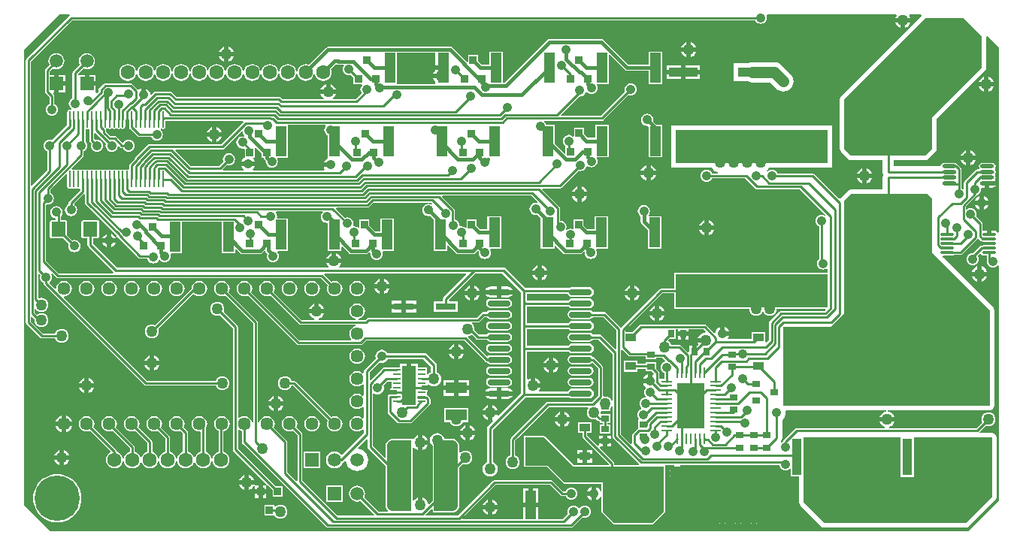
<source format=gtl>
G04 Layer_Physical_Order=1*
G04 Layer_Color=255*
%FSAX24Y24*%
%MOIN*%
G70*
G01*
G75*
%ADD10R,0.1240X0.2028*%
%ADD11R,0.0098X0.0512*%
%ADD12R,0.0512X0.0098*%
%ADD13R,0.0354X0.0315*%
%ADD14R,0.0354X0.0276*%
%ADD15O,0.1024X0.0276*%
%ADD16R,0.0492X0.1319*%
%ADD17R,0.4173X0.3465*%
%ADD18R,0.0413X0.1634*%
%ADD19O,0.0098X0.0748*%
%ADD20R,0.0320X0.0360*%
%ADD21R,0.0630X0.0472*%
%ADD22O,0.0602X0.0142*%
%ADD23O,0.0602X0.0126*%
%ADD24R,0.1260X0.0394*%
%ADD25R,0.6750X0.1500*%
%ADD26R,0.3340X0.2050*%
%ADD27O,0.0630X0.0177*%
G04:AMPARAMS|DCode=28|XSize=106.3mil|YSize=315mil|CornerRadius=53.2mil|HoleSize=0mil|Usage=FLASHONLY|Rotation=0.000|XOffset=0mil|YOffset=0mil|HoleType=Round|Shape=RoundedRectangle|*
%AMROUNDEDRECTD28*
21,1,0.1063,0.2087,0,0,0.0*
21,1,0.0000,0.3150,0,0,0.0*
1,1,0.1063,0.0000,-0.1043*
1,1,0.1063,0.0000,-0.1043*
1,1,0.1063,0.0000,0.1043*
1,1,0.1063,0.0000,0.1043*
%
%ADD28ROUNDEDRECTD28*%
%ADD29R,0.0587X0.1732*%
%ADD30R,0.0354X0.0098*%
%ADD31R,0.0906X0.0315*%
%ADD32R,0.0925X0.0512*%
%ADD33R,0.0472X0.1260*%
%ADD34R,0.0276X0.0354*%
%ADD35R,0.0480X0.0358*%
%ADD36C,0.0100*%
%ADD37C,0.0200*%
%ADD38C,0.0150*%
%ADD39C,0.0500*%
%ADD40R,0.0630X0.0650*%
%ADD41C,0.0570*%
%ADD42C,0.0591*%
%ADD43R,0.0591X0.0591*%
%ADD44C,0.0630*%
%ADD45R,0.0591X0.0591*%
%ADD46C,0.2010*%
%ADD47C,0.0500*%
%ADD48C,0.0420*%
%ADD49C,0.0236*%
G36*
X053166Y020791D02*
X056489D01*
X056499Y020719D01*
X056530Y020644D01*
X056580Y020580D01*
X056644Y020530D01*
X056719Y020499D01*
X056800Y020488D01*
X056881Y020499D01*
X056956Y020530D01*
X057020Y020580D01*
X057070Y020644D01*
X057075Y020656D01*
X057125D01*
X057130Y020644D01*
X057180Y020580D01*
X057244Y020530D01*
X057319Y020499D01*
X057400Y020488D01*
X057481Y020499D01*
X057556Y020530D01*
X057620Y020580D01*
X057670Y020644D01*
X057701Y020719D01*
X057711Y020791D01*
X059848D01*
X059867Y020745D01*
X059833Y020711D01*
X057908D01*
X057865Y020703D01*
X057829Y020679D01*
X057829Y020679D01*
X057403Y020253D01*
X057379Y020217D01*
X057371Y020174D01*
X057371Y020174D01*
Y019428D01*
X057249Y019306D01*
X057199Y019327D01*
Y019782D01*
X056601D01*
Y019455D01*
X055566D01*
X055541Y019505D01*
X055571Y019544D01*
X055594Y019600D01*
X055300D01*
Y019700D01*
X055200D01*
Y019994D01*
X055144Y019971D01*
X055079Y019921D01*
X055029Y019856D01*
X054998Y019781D01*
X054994Y019749D01*
X054941Y019731D01*
X054594Y020079D01*
X054558Y020103D01*
X054515Y020111D01*
X054515Y020111D01*
X051689D01*
X051647Y020103D01*
X051611Y020079D01*
X051611Y020079D01*
X051314Y019782D01*
X050995D01*
Y019838D01*
X052646Y021489D01*
X053166D01*
Y020791D01*
D02*
G37*
G36*
X037708Y028907D02*
X037681Y028872D01*
X037654Y028806D01*
X037644Y028736D01*
X037654Y028666D01*
X037681Y028600D01*
X037724Y028544D01*
X037780Y028501D01*
X037792Y028496D01*
Y027517D01*
X037792Y027517D01*
X037792D01*
X037788Y027469D01*
X037759Y027457D01*
X037695Y027407D01*
X037645Y027342D01*
X037622Y027286D01*
X037916D01*
Y027086D01*
X037622D01*
X037645Y027029D01*
X037670Y026997D01*
X037645Y026947D01*
X034481D01*
X034464Y026997D01*
X034487Y027015D01*
X034536Y027079D01*
X034560Y027136D01*
X033972D01*
X033995Y027079D01*
X034045Y027015D01*
X034068Y026997D01*
X034051Y026947D01*
X033155D01*
X033134Y026997D01*
X033321Y027184D01*
X033345Y027174D01*
X033416Y027164D01*
X033486Y027174D01*
X033551Y027201D01*
X033608Y027244D01*
X033651Y027300D01*
X033678Y027366D01*
X033687Y027436D01*
X033678Y027506D01*
X033651Y027572D01*
X033608Y027628D01*
X033551Y027671D01*
X033486Y027698D01*
X033416Y027707D01*
X033345Y027698D01*
X033280Y027671D01*
X033224Y027628D01*
X033181Y027572D01*
X033154Y027506D01*
X033144Y027436D01*
X033154Y027366D01*
X033164Y027341D01*
X032970Y027147D01*
X031723D01*
X031042Y027828D01*
X031061Y027875D01*
X033116D01*
X033116Y027875D01*
X033158Y027883D01*
X033194Y027907D01*
X033966Y028679D01*
X034019Y028661D01*
X034025Y028616D01*
X034052Y028550D01*
X034092Y028498D01*
X034089Y028483D01*
X034070Y028450D01*
X034016Y028457D01*
X033945Y028448D01*
X033880Y028421D01*
X033824Y028378D01*
X033781Y028322D01*
X033754Y028256D01*
X033744Y028186D01*
X033754Y028116D01*
X033781Y028050D01*
X033824Y027994D01*
X033880Y027951D01*
X033945Y027924D01*
X034016Y027914D01*
X034073Y027922D01*
X034108Y027901D01*
X034123Y027885D01*
Y027512D01*
X034109Y027507D01*
X034045Y027457D01*
X033995Y027392D01*
X033972Y027336D01*
X034560D01*
X034536Y027392D01*
X034490Y027453D01*
X034495Y027482D01*
X034502Y027503D01*
X034561D01*
Y027937D01*
X034611Y027958D01*
X034877Y027692D01*
Y027503D01*
X034960D01*
X034969Y027454D01*
X034999Y027409D01*
X035048Y027361D01*
X035044Y027336D01*
X035054Y027266D01*
X035081Y027200D01*
X035124Y027144D01*
X035180Y027101D01*
X035245Y027074D01*
X035316Y027064D01*
X035386Y027074D01*
X035451Y027101D01*
X035508Y027144D01*
X035551Y027200D01*
X035578Y027266D01*
X035587Y027336D01*
X035578Y027406D01*
X035552Y027467D01*
X035565Y027504D01*
X035572Y027517D01*
X036040D01*
Y028954D01*
X036089Y028957D01*
X037683D01*
X037708Y028907D01*
D02*
G37*
G36*
X048700Y013800D02*
X050100D01*
D01*
X052700Y013800D01*
X052700Y011800D01*
X052200Y011300D01*
X050500Y011300D01*
X050000Y011800D01*
X050000Y013100D01*
X048300D01*
X047550Y013850D01*
X046596Y013850D01*
X046604Y015100D01*
X047400D01*
X048700Y013800D01*
D02*
G37*
G36*
X067556Y032399D02*
Y024201D01*
X067506Y024185D01*
X067480Y024225D01*
X067423Y024263D01*
X067357Y024276D01*
X067226D01*
Y024102D01*
X067026D01*
Y024276D01*
X066896D01*
X066877Y024272D01*
X066827Y024313D01*
Y024584D01*
X066827Y024584D01*
X066819Y024627D01*
X066795Y024663D01*
X066552Y024905D01*
X066562Y024930D01*
X066571Y025000D01*
X066562Y025070D01*
X066535Y025136D01*
X066492Y025192D01*
X066436Y025235D01*
X066370Y025262D01*
X066300Y025271D01*
X066230Y025262D01*
X066164Y025235D01*
X066142Y025218D01*
X066092Y025243D01*
Y025335D01*
X066579Y025821D01*
X066579Y025821D01*
X066597Y025849D01*
X066636Y025865D01*
X066692Y025908D01*
X066735Y025964D01*
X066762Y026030D01*
X066771Y026100D01*
X066767Y026133D01*
X066812Y026175D01*
X066820Y026174D01*
X066946D01*
Y026366D01*
X067046D01*
Y026466D01*
X067433D01*
X067409Y026502D01*
X067382Y026520D01*
X067412Y026564D01*
X067423Y026622D01*
X067412Y026680D01*
X067387Y026717D01*
X067382Y026750D01*
X067387Y026783D01*
X067412Y026820D01*
X067423Y026878D01*
X067412Y026936D01*
X067387Y026973D01*
X067382Y027006D01*
X067387Y027039D01*
X067412Y027076D01*
X067423Y027134D01*
X067412Y027191D01*
X067379Y027240D01*
X067330Y027273D01*
X067273Y027284D01*
X066820D01*
X066762Y027273D01*
X066714Y027240D01*
X066681Y027191D01*
X066670Y027134D01*
X066681Y027076D01*
X066706Y027039D01*
X066691Y026999D01*
X066684Y026989D01*
X066610D01*
X066610Y026989D01*
X066568Y026981D01*
X066532Y026957D01*
X066040Y026465D01*
X066016Y026429D01*
X066008Y026387D01*
X066008Y026387D01*
Y026143D01*
X065958Y026118D01*
X065936Y026135D01*
X065911Y026145D01*
Y026350D01*
Y027000D01*
X065911Y027000D01*
X065903Y027043D01*
X065879Y027079D01*
X065879Y027079D01*
X065745Y027212D01*
X065709Y027237D01*
X065685Y027241D01*
X065638Y027273D01*
X065580Y027284D01*
X065127D01*
X065070Y027273D01*
X065021Y027240D01*
X064988Y027191D01*
X064977Y027134D01*
X064973Y027130D01*
X062902D01*
Y027399D01*
X064300D01*
X064377Y027415D01*
X064442Y027458D01*
X064742Y027758D01*
X064785Y027823D01*
X064801Y027900D01*
X064801Y029217D01*
X066942Y031358D01*
X066985Y031423D01*
X067001Y031500D01*
X067001Y032883D01*
X067048Y032907D01*
X067556Y032399D01*
D02*
G37*
G36*
X028994Y029191D02*
X028993Y029186D01*
Y028863D01*
X029002Y028820D01*
X029008Y028811D01*
Y028777D01*
X029015Y028782D01*
X029056Y028754D01*
X029353Y028457D01*
X029389Y028433D01*
X029432Y028425D01*
X029432Y028425D01*
X029971D01*
X029981Y028400D01*
X030024Y028344D01*
X030080Y028301D01*
X030145Y028274D01*
X030216Y028264D01*
X030286Y028274D01*
X030351Y028301D01*
X030408Y028344D01*
X030451Y028400D01*
X030478Y028466D01*
X030487Y028536D01*
X030478Y028606D01*
X030451Y028672D01*
X030408Y028728D01*
X030406Y028729D01*
X030404Y028793D01*
X030415Y028803D01*
X030418Y028803D01*
X030440Y028788D01*
X030483Y028779D01*
X030525Y028788D01*
X030561Y028812D01*
X030585Y028848D01*
X030593Y028890D01*
Y029144D01*
X034046D01*
X034066Y029094D01*
X033070Y028097D01*
X030986D01*
X030986Y028097D01*
X030943Y028106D01*
X030943Y028106D01*
X029928D01*
X029886Y028097D01*
X029883Y028096D01*
X029848Y028089D01*
X029812Y028064D01*
X029253Y027505D01*
X029229Y027469D01*
X029224Y027448D01*
X029026Y027250D01*
X029002Y027213D01*
X028993Y027171D01*
X028993Y027171D01*
Y027015D01*
X028960Y026991D01*
X028943Y026985D01*
X028908Y026992D01*
X028866Y026984D01*
X028830Y026960D01*
X028789D01*
X028753Y026984D01*
X028711Y026992D01*
X028669Y026984D01*
X028633Y026960D01*
X028592D01*
X028556Y026984D01*
X028514Y026992D01*
X028472Y026984D01*
X028436Y026960D01*
X028395D01*
X028360Y026984D01*
X028317Y026992D01*
X028275Y026984D01*
X028239Y026960D01*
X028198D01*
X028163Y026984D01*
X028120Y026992D01*
X028078Y026984D01*
X028042Y026960D01*
X028002D01*
X027966Y026984D01*
X027924Y026992D01*
X027881Y026984D01*
X027846Y026960D01*
X027805D01*
X027769Y026984D01*
X027727Y026992D01*
X027684Y026984D01*
X027649Y026960D01*
X027608D01*
X027572Y026984D01*
X027530Y026992D01*
X027488Y026984D01*
X027465Y026969D01*
X027431Y026963D01*
X027398Y026969D01*
X027375Y026984D01*
X027333Y026992D01*
X027291Y026984D01*
X027268Y026969D01*
X027235Y026963D01*
X027201Y026969D01*
X027178Y026984D01*
X027136Y026992D01*
X027094Y026984D01*
X027058Y026960D01*
X027017D01*
X026982Y026984D01*
X026939Y026992D01*
X026897Y026984D01*
X026875Y026969D01*
X026841Y026963D01*
X026807Y026969D01*
X026785Y026984D01*
X026742Y026992D01*
X026700Y026984D01*
X026678Y026969D01*
X026644Y026963D01*
X026610Y026969D01*
X026588Y026984D01*
X026546Y026992D01*
X026503Y026984D01*
X026481Y026969D01*
X026476Y026968D01*
X026452Y026985D01*
X026446Y027046D01*
X026944Y027544D01*
X026944Y027544D01*
X026968Y027580D01*
X026977Y027623D01*
X026977Y027623D01*
Y027791D01*
X027001Y027801D01*
X027058Y027844D01*
X027101Y027900D01*
X027128Y027966D01*
X027137Y028036D01*
X027128Y028106D01*
X027101Y028172D01*
X027058Y028228D01*
X027051Y028233D01*
Y028757D01*
X027084Y028781D01*
X027101Y028786D01*
X027136Y028779D01*
X027172Y028786D01*
X027188Y028781D01*
X027222Y028757D01*
Y028269D01*
X027222Y028269D01*
X027230Y028226D01*
X027254Y028190D01*
X027314Y028131D01*
X027304Y028106D01*
X027294Y028036D01*
X027304Y027966D01*
X027331Y027900D01*
X027374Y027844D01*
X027430Y027801D01*
X027495Y027774D01*
X027566Y027764D01*
X027636Y027774D01*
X027701Y027801D01*
X027758Y027844D01*
X027801Y027900D01*
X027828Y027966D01*
X027837Y028036D01*
X027828Y028106D01*
X027801Y028172D01*
X027758Y028228D01*
X027701Y028271D01*
X027636Y028298D01*
X027566Y028307D01*
X027495Y028298D01*
X027486Y028294D01*
X027444Y028326D01*
Y028579D01*
X027494Y028600D01*
X027964Y028131D01*
X027954Y028106D01*
X027944Y028036D01*
X027954Y027966D01*
X027981Y027900D01*
X028024Y027844D01*
X028080Y027801D01*
X028145Y027774D01*
X028216Y027764D01*
X028286Y027774D01*
X028351Y027801D01*
X028408Y027844D01*
X028451Y027900D01*
X028478Y027966D01*
X028481Y027993D01*
X028534Y028011D01*
X028588Y027957D01*
X028624Y027933D01*
X028667Y027925D01*
X028667Y027925D01*
X028721D01*
X028731Y027900D01*
X028774Y027844D01*
X028830Y027801D01*
X028895Y027774D01*
X028966Y027764D01*
X029036Y027774D01*
X029101Y027801D01*
X029158Y027844D01*
X029201Y027900D01*
X029228Y027966D01*
X029237Y028036D01*
X029228Y028106D01*
X029201Y028172D01*
X029158Y028228D01*
X029101Y028271D01*
X029036Y028298D01*
X028966Y028307D01*
X028895Y028298D01*
X028830Y028271D01*
X028774Y028228D01*
X028743Y028188D01*
X028693Y028178D01*
X028680Y028180D01*
X028426Y028434D01*
X028390Y028458D01*
X028348Y028466D01*
X028348Y028466D01*
X028168D01*
X027969Y028665D01*
Y028731D01*
X027969Y028732D01*
X027968Y028737D01*
X027966Y028788D01*
X027988Y028803D01*
X028022Y028808D01*
X028056Y028803D01*
X028078Y028788D01*
X028120Y028779D01*
X028163Y028788D01*
X028185Y028803D01*
X028219Y028808D01*
X028253Y028803D01*
X028275Y028788D01*
X028317Y028779D01*
X028360Y028788D01*
X028382Y028803D01*
X028416Y028808D01*
X028449Y028803D01*
X028472Y028788D01*
X028514Y028779D01*
X028556Y028788D01*
X028579Y028803D01*
X028613Y028808D01*
X028646Y028803D01*
X028669Y028788D01*
X028711Y028779D01*
X028753Y028788D01*
X028758Y028791D01*
X028800Y028782D01*
X028808Y028777D01*
Y028840D01*
X028813Y028848D01*
X028821Y028890D01*
Y029211D01*
X028822Y029215D01*
X028994D01*
Y029191D01*
D02*
G37*
G36*
X067250Y012450D02*
X066100Y011300D01*
X059816Y011300D01*
X058900Y012216D01*
X058900Y015100D01*
X063200D01*
Y013350D01*
X063800D01*
X063800Y015100D01*
X067250Y015100D01*
X067250Y012450D01*
D02*
G37*
G36*
X051121Y018721D02*
X051121Y018721D01*
X051157Y018697D01*
X051200Y018689D01*
X051897D01*
Y018579D01*
X052369D01*
Y018630D01*
X052646D01*
X052768Y018508D01*
X052749Y018456D01*
X052697Y018435D01*
X052641Y018392D01*
X052598Y018336D01*
X052571Y018270D01*
X052562Y018200D01*
X052571Y018130D01*
X052598Y018064D01*
X052641Y018008D01*
X052697Y017965D01*
X052722Y017955D01*
Y017691D01*
X052511D01*
Y017957D01*
X052511Y017957D01*
X052503Y018000D01*
X052479Y018036D01*
X052369Y018145D01*
Y018421D01*
X051897D01*
Y018367D01*
X051532D01*
Y018494D01*
X050934D01*
Y018018D01*
X051532D01*
Y018145D01*
X051897D01*
Y018028D01*
X052173D01*
X052268Y017933D01*
X052265Y017911D01*
X052263Y017908D01*
X052210Y017882D01*
X052181Y017894D01*
Y017600D01*
X052081D01*
Y017500D01*
X051787D01*
X051810Y017444D01*
X051860Y017379D01*
X051900Y017348D01*
X051908Y017295D01*
X051903Y017285D01*
X051865Y017236D01*
X051838Y017170D01*
X051829Y017100D01*
X051838Y017030D01*
X051865Y016964D01*
X051899Y016919D01*
X051887Y016880D01*
X051878Y016868D01*
X051830Y016862D01*
X051764Y016835D01*
X051708Y016792D01*
X051665Y016736D01*
X051638Y016670D01*
X051629Y016600D01*
X051638Y016530D01*
X051665Y016464D01*
X051708Y016408D01*
X051709Y016408D01*
X051701Y016350D01*
X051664Y016335D01*
X051608Y016292D01*
X051565Y016236D01*
X051538Y016170D01*
X051529Y016100D01*
X051538Y016030D01*
X051565Y015964D01*
X051597Y015922D01*
X051578Y015872D01*
X051564D01*
Y015504D01*
X051557Y015503D01*
X051521Y015479D01*
X051521Y015479D01*
X051321Y015279D01*
X051297Y015243D01*
X051289Y015200D01*
X051289Y015200D01*
Y014843D01*
X051289Y014843D01*
X051290Y014838D01*
X051244Y014814D01*
X050811Y015246D01*
Y018966D01*
X050857Y018985D01*
X051121Y018721D01*
D02*
G37*
G36*
X066800Y032900D02*
X066800Y031500D01*
X064600Y029300D01*
X064600Y027900D01*
X064300Y027600D01*
X061000D01*
X060700Y027900D01*
Y030100D01*
X064300Y033700D01*
X066000Y033700D01*
X066800Y032900D01*
D02*
G37*
G36*
X064400Y025900D02*
X064600Y025700D01*
Y023300D01*
X067150Y020750D01*
X067150Y016500D01*
X058000Y016500D01*
X058000Y020000D01*
X060100Y020000D01*
X060700Y020600D01*
X060700Y025600D01*
X061000Y025900D01*
X064400Y025900D01*
D02*
G37*
G36*
X054559Y019798D02*
X054536Y019751D01*
X054459Y019741D01*
X054373Y019706D01*
X054300Y019650D01*
X054244Y019577D01*
X054213Y019500D01*
X054550D01*
Y019300D01*
X054213D01*
X054244Y019223D01*
X054245Y019222D01*
X054223Y019177D01*
X054157D01*
Y018900D01*
X053957D01*
Y019177D01*
X053820D01*
Y018887D01*
X053773Y018868D01*
X053463Y019179D01*
X053427Y019203D01*
X053384Y019211D01*
X053384Y019211D01*
X053022D01*
X053003Y019256D01*
X052953Y019320D01*
X052908Y019355D01*
X052897Y019416D01*
X052945Y019464D01*
X053221D01*
Y019889D01*
X053338D01*
Y019800D01*
X053576D01*
X053813D01*
Y019889D01*
X054469D01*
X054559Y019798D01*
D02*
G37*
G36*
X064122Y033806D02*
X060558Y030242D01*
X060515Y030177D01*
X060499Y030100D01*
Y027900D01*
X060515Y027823D01*
X060558Y027758D01*
X060858Y027458D01*
X060923Y027415D01*
X061000Y027399D01*
X062398D01*
Y026878D01*
X062417Y026782D01*
X062439Y026750D01*
X062417Y026718D01*
X062398Y026622D01*
Y026101D01*
X061000D01*
X060923Y026085D01*
X060858Y026042D01*
X060558Y025742D01*
X060529Y025699D01*
X060496Y025689D01*
X060474Y025688D01*
X060468Y025690D01*
X059379Y026779D01*
X059343Y026803D01*
X059300Y026811D01*
X059300Y026811D01*
X057745D01*
X057735Y026836D01*
X057692Y026892D01*
X057636Y026935D01*
X057570Y026962D01*
X057500Y026971D01*
X057430Y026962D01*
X057364Y026935D01*
X057308Y026892D01*
X057273Y026898D01*
X057276Y026949D01*
X057319Y026981D01*
X057374Y027053D01*
X060172D01*
Y028947D01*
X055829D01*
X055800Y028951D01*
X055771Y028947D01*
X055229D01*
X055200Y028951D01*
X055171Y028947D01*
X053028D01*
Y027053D01*
X054826D01*
X054881Y026981D01*
X054975Y026910D01*
X055083Y026865D01*
X055110Y026861D01*
X055106Y026811D01*
X054845D01*
X054835Y026836D01*
X054792Y026892D01*
X054736Y026935D01*
X054670Y026962D01*
X054600Y026971D01*
X054530Y026962D01*
X054464Y026935D01*
X054408Y026892D01*
X054365Y026836D01*
X054338Y026770D01*
X054329Y026700D01*
X054338Y026630D01*
X054365Y026564D01*
X054408Y026508D01*
X054464Y026465D01*
X054530Y026438D01*
X054600Y026429D01*
X054670Y026438D01*
X054736Y026465D01*
X054792Y026508D01*
X054835Y026564D01*
X054845Y026589D01*
X056303D01*
X056748Y026143D01*
X056748Y026143D01*
X056784Y026119D01*
X056827Y026111D01*
X056827Y026111D01*
X058732D01*
X059874Y024968D01*
X059841Y024931D01*
X059836Y024935D01*
X059770Y024962D01*
X059700Y024971D01*
X059630Y024962D01*
X059564Y024935D01*
X059508Y024892D01*
X059465Y024836D01*
X059438Y024770D01*
X059429Y024700D01*
X059438Y024630D01*
X059465Y024564D01*
X059508Y024508D01*
X059564Y024465D01*
X059589Y024455D01*
Y023023D01*
X059573Y023011D01*
X059530Y022955D01*
X059503Y022889D01*
X059494Y022819D01*
X059503Y022749D01*
X059530Y022683D01*
X059573Y022627D01*
X059629Y022584D01*
X059695Y022557D01*
X059765Y022548D01*
X059835Y022557D01*
X059901Y022584D01*
X059923Y022601D01*
X059973Y022576D01*
Y022409D01*
X053166D01*
Y021711D01*
X052600D01*
X052557Y021703D01*
X052521Y021679D01*
X052521Y021679D01*
X050832Y019989D01*
X050813Y019985D01*
X050767Y019990D01*
X050766Y019992D01*
X050129Y020629D01*
X050093Y020653D01*
X050050Y020661D01*
X050050Y020661D01*
X049547D01*
X049527Y020692D01*
X049462Y020735D01*
X049385Y020751D01*
X048637D01*
X048560Y020735D01*
X048495Y020692D01*
X048452Y020627D01*
X048436Y020550D01*
X048452Y020473D01*
X048495Y020408D01*
X048560Y020365D01*
X048637Y020349D01*
X049385D01*
X049462Y020365D01*
X049527Y020408D01*
X049547Y020439D01*
X050004D01*
X050589Y019854D01*
Y019034D01*
X050543Y019015D01*
X049929Y019629D01*
X049893Y019653D01*
X049850Y019661D01*
X049850Y019661D01*
X049547D01*
X049527Y019692D01*
X049462Y019735D01*
X049385Y019751D01*
X048637D01*
X048560Y019735D01*
X048495Y019692D01*
X048452Y019627D01*
X048436Y019550D01*
X048452Y019473D01*
X048495Y019408D01*
X048560Y019365D01*
X048637Y019349D01*
X049385D01*
X049462Y019365D01*
X049527Y019408D01*
X049547Y019439D01*
X049804D01*
X050430Y018813D01*
Y016742D01*
X050380Y016732D01*
X050370Y016756D01*
X050320Y016820D01*
X050256Y016870D01*
X050181Y016901D01*
X050100Y016912D01*
X050061Y016907D01*
X050011Y016950D01*
Y018200D01*
X050011Y018200D01*
X050003Y018243D01*
X049979Y018279D01*
X049979Y018279D01*
X049629Y018629D01*
X049593Y018653D01*
X049550Y018661D01*
X049550Y018661D01*
X049547D01*
X049527Y018692D01*
X049462Y018735D01*
X049385Y018751D01*
X048637D01*
X048560Y018735D01*
X048495Y018692D01*
X048452Y018627D01*
X048436Y018550D01*
X048452Y018473D01*
X048495Y018408D01*
X048560Y018365D01*
X048637Y018349D01*
X049385D01*
X049462Y018365D01*
X049527Y018408D01*
X049534Y018409D01*
X049789Y018154D01*
Y016954D01*
X049505Y016670D01*
X047558D01*
X047515Y016662D01*
X047479Y016638D01*
X047479Y016638D01*
X046076Y015235D01*
X046073Y015230D01*
X045921Y015079D01*
X045897Y015043D01*
X045889Y015000D01*
X045889Y015000D01*
Y014288D01*
X045844Y014270D01*
X045780Y014220D01*
X045730Y014156D01*
X045699Y014081D01*
X045688Y014000D01*
X045699Y013919D01*
X045730Y013844D01*
X045780Y013780D01*
X045844Y013730D01*
X045919Y013699D01*
X046000Y013688D01*
X046081Y013699D01*
X046156Y013730D01*
X046220Y013780D01*
X046270Y013844D01*
X046301Y013919D01*
X046312Y014000D01*
X046301Y014081D01*
X046270Y014156D01*
X046220Y014220D01*
X046156Y014270D01*
X046111Y014288D01*
Y014954D01*
X046233Y015076D01*
X046233Y015076D01*
X046236Y015081D01*
X047604Y016448D01*
X049338D01*
X049362Y016398D01*
X049330Y016356D01*
X049299Y016281D01*
X049288Y016200D01*
X049299Y016119D01*
X049330Y016044D01*
X049380Y015980D01*
X049444Y015930D01*
X049519Y015899D01*
X049600Y015888D01*
X049681Y015899D01*
X049708Y015910D01*
X049773Y015846D01*
X049773Y015846D01*
X049809Y015822D01*
X049851Y015813D01*
X049864Y015766D01*
Y015728D01*
X049989D01*
Y015672D01*
X049864D01*
Y015279D01*
X050336D01*
Y015672D01*
X050211D01*
Y015728D01*
X050336D01*
Y016121D01*
X049939D01*
X049906Y016159D01*
X049912Y016200D01*
X049906Y016241D01*
X049939Y016279D01*
X050336D01*
Y016400D01*
X050370Y016444D01*
X050380Y016468D01*
X050430Y016458D01*
Y015134D01*
X050430Y015134D01*
X050438Y015092D01*
X050462Y015055D01*
X051604Y013914D01*
X051604Y013907D01*
X051588Y013864D01*
X050511Y013864D01*
Y013944D01*
X050503Y013986D01*
X050479Y014022D01*
X050479Y014022D01*
X049864Y014637D01*
X049885Y014687D01*
X050000D01*
Y014824D01*
X049823D01*
Y014749D01*
X049773Y014728D01*
X049311Y015190D01*
Y015306D01*
X049499D01*
Y015782D01*
X048901D01*
Y015306D01*
X049089D01*
Y015144D01*
X049089Y015144D01*
X049097Y015101D01*
X049121Y015065D01*
X050273Y013914D01*
X050252Y013864D01*
X050100D01*
X048726D01*
X047445Y015145D01*
X047400Y015164D01*
X047095D01*
Y015170D01*
X046505D01*
Y013792D01*
X046581D01*
X046596Y013786D01*
X046596Y013786D01*
X046596Y013786D01*
X047524Y013786D01*
X048255Y013055D01*
X048300Y013036D01*
X049936D01*
Y012729D01*
X049886Y012719D01*
X049871Y012756D01*
X049821Y012821D01*
X049756Y012871D01*
X049700Y012894D01*
Y012600D01*
Y012306D01*
X049756Y012329D01*
X049821Y012379D01*
X049871Y012444D01*
X049886Y012481D01*
X049936Y012471D01*
X049936Y011800D01*
X049955Y011755D01*
X050455Y011255D01*
X050500Y011236D01*
X052200Y011236D01*
X052245Y011255D01*
X052745Y011755D01*
X052764Y011800D01*
X052764Y013800D01*
X052752Y013830D01*
X052776Y013880D01*
X053172D01*
X053182Y013830D01*
X053123Y013806D01*
X053116Y013800D01*
X053484D01*
X053477Y013806D01*
X053418Y013830D01*
X053428Y013880D01*
X057831D01*
X057838Y013830D01*
X057865Y013764D01*
X057908Y013708D01*
X057964Y013665D01*
X058030Y013638D01*
X058100Y013629D01*
X058170Y013638D01*
X058236Y013665D01*
X058284Y013702D01*
X058334Y013689D01*
Y013363D01*
X058696D01*
Y013226D01*
X058699D01*
X058699Y012216D01*
X058715Y012139D01*
X058758Y012074D01*
X059674Y011158D01*
X059739Y011115D01*
X059816Y011099D01*
X066100Y011099D01*
X066177Y011115D01*
X066242Y011158D01*
X067392Y012308D01*
X067435Y012373D01*
X067451Y012450D01*
X067451Y015100D01*
X067435Y015177D01*
X067392Y015242D01*
X067327Y015285D01*
X067250Y015301D01*
X066729D01*
X066708Y015351D01*
X066975Y015617D01*
X067019Y015599D01*
X067100Y015588D01*
X067181Y015599D01*
X067256Y015630D01*
X067320Y015680D01*
X067370Y015744D01*
X067401Y015819D01*
X067412Y015900D01*
X067401Y015981D01*
X067370Y016056D01*
X067320Y016120D01*
X067256Y016170D01*
X067181Y016201D01*
X067100Y016212D01*
X067019Y016201D01*
X066944Y016170D01*
X066880Y016120D01*
X066830Y016056D01*
X066799Y015981D01*
X066788Y015900D01*
X066799Y015819D01*
X066817Y015775D01*
X066554Y015511D01*
X062701D01*
X062691Y015559D01*
X062777Y015594D01*
X062850Y015650D01*
X062906Y015723D01*
X062937Y015800D01*
X062263D01*
X062294Y015723D01*
X062350Y015650D01*
X062423Y015594D01*
X062509Y015559D01*
X062499Y015511D01*
X058583D01*
X058583Y015511D01*
X058540Y015503D01*
X058504Y015479D01*
X058023Y014998D01*
X057999Y014962D01*
X057992Y014926D01*
X057966Y014915D01*
X057924Y014882D01*
X057887Y014917D01*
X057933Y014986D01*
X057952Y015082D01*
Y015880D01*
X057990Y015910D01*
X058055Y015995D01*
X058096Y016094D01*
X058110Y016200D01*
X058102Y016262D01*
X058135Y016299D01*
X062568D01*
X062572Y016249D01*
X062509Y016241D01*
X062423Y016206D01*
X062350Y016150D01*
X062294Y016077D01*
X062263Y016000D01*
X062937D01*
X062906Y016077D01*
X062850Y016150D01*
X062777Y016206D01*
X062691Y016241D01*
X062628Y016249D01*
X062632Y016299D01*
X067150D01*
X067227Y016315D01*
X067244Y016326D01*
X067283D01*
Y016352D01*
X067292Y016358D01*
X067335Y016423D01*
X067351Y016500D01*
X067351Y020750D01*
X067335Y020827D01*
X067292Y020892D01*
X065068Y023116D01*
X065089Y023166D01*
X065504D01*
X065555Y023176D01*
X065572Y023187D01*
X065850D01*
X065850Y023187D01*
X065892Y023196D01*
X065928Y023220D01*
X066598Y023889D01*
X066598Y023889D01*
X066609Y023906D01*
X066618Y023912D01*
X066660Y023917D01*
X066671Y023915D01*
X066767Y023819D01*
X066767Y023819D01*
X066768Y023814D01*
X066759Y023800D01*
X066795D01*
X066803Y023795D01*
X066810Y023793D01*
X066829Y023790D01*
X066840Y023782D01*
X066888Y023772D01*
X067126D01*
Y023628D01*
X066888D01*
X066840Y023618D01*
X066835Y023614D01*
X066803D01*
X066761Y023606D01*
X066752Y023600D01*
X066730D01*
X066727Y023584D01*
X066725Y023582D01*
X066725Y023582D01*
X066412Y023270D01*
X066400Y023271D01*
X066330Y023262D01*
X066264Y023235D01*
X066208Y023192D01*
X066165Y023136D01*
X066138Y023070D01*
X066129Y023000D01*
X066138Y022930D01*
X066165Y022864D01*
X066208Y022808D01*
X066264Y022765D01*
X066330Y022738D01*
X066400Y022729D01*
X066470Y022738D01*
X066536Y022765D01*
X066592Y022808D01*
X066635Y022864D01*
X066662Y022930D01*
X066671Y023000D01*
X066662Y023070D01*
X066635Y023136D01*
X066617Y023159D01*
X066720Y023262D01*
X066773Y023248D01*
X066774Y023246D01*
X066802Y023205D01*
X066845Y023176D01*
X066896Y023166D01*
X067034D01*
Y022951D01*
X067029Y022907D01*
X067038Y022837D01*
X067065Y022771D01*
X067108Y022715D01*
X067164Y022672D01*
X067230Y022645D01*
X067300Y022635D01*
X067370Y022645D01*
X067436Y022672D01*
X067492Y022715D01*
X067506Y022733D01*
X067556Y022716D01*
Y012301D01*
X066199Y010944D01*
X025501D01*
X024344Y012101D01*
Y032299D01*
X025901Y033856D01*
X026338D01*
X026353Y033806D01*
X026340Y033798D01*
X026340Y033798D01*
X024444Y031901D01*
X024420Y031865D01*
X024412Y031823D01*
X024412Y031823D01*
Y020200D01*
X024412Y020200D01*
X024420Y020157D01*
X024444Y020121D01*
X025044Y019521D01*
X025080Y019497D01*
X025123Y019489D01*
X025712D01*
X025730Y019444D01*
X025780Y019380D01*
X025844Y019330D01*
X025919Y019299D01*
X026000Y019288D01*
X026081Y019299D01*
X026156Y019330D01*
X026220Y019380D01*
X026270Y019444D01*
X026301Y019519D01*
X026312Y019600D01*
X026301Y019681D01*
X026270Y019756D01*
X026220Y019820D01*
X026156Y019870D01*
X026081Y019901D01*
X026000Y019912D01*
X025919Y019901D01*
X025844Y019870D01*
X025780Y019820D01*
X025730Y019756D01*
X025712Y019711D01*
X025169D01*
X024634Y020246D01*
Y020425D01*
X024680Y020444D01*
X024793Y020332D01*
X024788Y020300D01*
X024799Y020219D01*
X024830Y020144D01*
X024880Y020080D01*
X024944Y020030D01*
X025019Y019999D01*
X025100Y019988D01*
X025181Y019999D01*
X025256Y020030D01*
X025320Y020080D01*
X025370Y020144D01*
X025401Y020219D01*
X025412Y020300D01*
X025401Y020381D01*
X025370Y020456D01*
X025320Y020520D01*
X025256Y020570D01*
X025181Y020601D01*
X025100Y020612D01*
X025019Y020601D01*
X024944Y020570D01*
X024902Y020537D01*
X024793Y020646D01*
Y020792D01*
X024843Y020809D01*
X024880Y020761D01*
X024944Y020712D01*
X025019Y020681D01*
X025100Y020670D01*
X025181Y020681D01*
X025256Y020712D01*
X025320Y020761D01*
X025370Y020826D01*
X025401Y020901D01*
X025412Y020982D01*
X025401Y021062D01*
X025370Y021137D01*
X025320Y021202D01*
X025256Y021252D01*
X025181Y021283D01*
X025100Y021293D01*
X025019Y021283D01*
X024997Y021273D01*
X024952Y021307D01*
Y022325D01*
X024998Y022344D01*
X025048Y022295D01*
X025038Y022270D01*
X025029Y022200D01*
X025038Y022130D01*
X025065Y022064D01*
X025108Y022008D01*
X025164Y021965D01*
X025189Y021955D01*
Y021943D01*
X025189Y021943D01*
X025197Y021900D01*
X025221Y021864D01*
X029663Y017422D01*
X029663Y017422D01*
X029699Y017398D01*
X029742Y017390D01*
X032831D01*
X032849Y017345D01*
X032899Y017281D01*
X032963Y017231D01*
X033039Y017200D01*
X033119Y017189D01*
X033200Y017200D01*
X033275Y017231D01*
X033340Y017281D01*
X033389Y017345D01*
X033420Y017420D01*
X033431Y017501D01*
X033420Y017582D01*
X033389Y017657D01*
X033340Y017722D01*
X033275Y017771D01*
X033200Y017802D01*
X033119Y017813D01*
X033039Y017802D01*
X032963Y017771D01*
X032899Y017722D01*
X032849Y017657D01*
X032831Y017612D01*
X029788D01*
X026093Y021307D01*
X026116Y021355D01*
X026190Y021365D01*
X026274Y021399D01*
X026345Y021455D01*
X026401Y021526D01*
X026435Y021610D01*
X026447Y021700D01*
X026435Y021790D01*
X026401Y021874D01*
X026345Y021945D01*
X026274Y022001D01*
X026190Y022035D01*
X026100Y022047D01*
X026010Y022035D01*
X025926Y022001D01*
X025855Y021945D01*
X025799Y021874D01*
X025765Y021790D01*
X025755Y021716D01*
X025707Y021693D01*
X025471Y021929D01*
X025475Y021995D01*
X025492Y022008D01*
X025535Y022064D01*
X025562Y022130D01*
X025571Y022200D01*
X025562Y022270D01*
X025535Y022336D01*
X025531Y022341D01*
X025568Y022374D01*
X025754Y022188D01*
X025791Y022164D01*
X025833Y022156D01*
X025833Y022156D01*
X037487D01*
X037791Y021852D01*
X037765Y021790D01*
X037753Y021700D01*
X037765Y021610D01*
X037799Y021526D01*
X037855Y021455D01*
X037926Y021399D01*
X038010Y021365D01*
X038100Y021353D01*
X038190Y021365D01*
X038274Y021399D01*
X038345Y021455D01*
X038401Y021526D01*
X038435Y021610D01*
X038447Y021700D01*
X038435Y021790D01*
X038401Y021874D01*
X038345Y021945D01*
X038274Y022001D01*
X038190Y022035D01*
X038100Y022047D01*
X038010Y022035D01*
X037948Y022009D01*
X037639Y022319D01*
X037659Y022369D01*
X043918D01*
X043937Y022323D01*
X042932Y021318D01*
X042904Y021275D01*
X042894Y021225D01*
Y021136D01*
X042494D01*
Y020664D01*
X043557D01*
Y021136D01*
X043193D01*
X043172Y021186D01*
X044354Y022369D01*
X045546D01*
X046369Y021546D01*
Y021100D01*
Y020050D01*
Y019000D01*
Y017054D01*
X045375Y016061D01*
X045333Y016089D01*
X045337Y016100D01*
X045100D01*
Y015863D01*
X045111Y015867D01*
X045139Y015825D01*
X044907Y015593D01*
X044879Y015550D01*
X044869Y015500D01*
Y014001D01*
X044834Y013987D01*
X044766Y013934D01*
X044713Y013866D01*
X044680Y013786D01*
X044668Y013700D01*
X044680Y013614D01*
X044713Y013534D01*
X044766Y013466D01*
X044834Y013413D01*
X044914Y013380D01*
X045000Y013368D01*
X045086Y013380D01*
X045166Y013413D01*
X045234Y013466D01*
X045287Y013534D01*
X045320Y013614D01*
X045332Y013700D01*
X045320Y013786D01*
X045287Y013866D01*
X045234Y013934D01*
X045166Y013987D01*
X045131Y014001D01*
Y015446D01*
X046554Y016869D01*
X048519D01*
X048553Y016846D01*
X048637Y016829D01*
X049385D01*
X049470Y016846D01*
X049541Y016894D01*
X049589Y016966D01*
X049606Y017050D01*
X049589Y017134D01*
X049541Y017206D01*
X049470Y017254D01*
X049385Y017271D01*
X048637D01*
X048553Y017254D01*
X048481Y017206D01*
X048433Y017134D01*
X048432Y017131D01*
X047198D01*
X047173Y017181D01*
X047206Y017223D01*
X047237Y017300D01*
X046900D01*
Y017400D01*
X046800D01*
Y017737D01*
X046723Y017706D01*
X046681Y017673D01*
X046631Y017698D01*
Y018919D01*
X048464D01*
X048481Y018894D01*
X048553Y018846D01*
X048637Y018829D01*
X049385D01*
X049470Y018846D01*
X049541Y018894D01*
X049589Y018966D01*
X049606Y019050D01*
X049589Y019134D01*
X049541Y019206D01*
X049470Y019254D01*
X049385Y019271D01*
X048637D01*
X048553Y019254D01*
X048481Y019206D01*
X048464Y019181D01*
X046631D01*
Y019919D01*
X048464D01*
X048481Y019894D01*
X048553Y019846D01*
X048637Y019829D01*
X049385D01*
X049470Y019846D01*
X049541Y019894D01*
X049589Y019966D01*
X049606Y020050D01*
X049589Y020134D01*
X049541Y020206D01*
X049470Y020254D01*
X049385Y020271D01*
X048637D01*
X048553Y020254D01*
X048481Y020206D01*
X048464Y020181D01*
X046631D01*
Y020919D01*
X048464D01*
X048481Y020894D01*
X048553Y020846D01*
X048637Y020829D01*
X049385D01*
X049470Y020846D01*
X049541Y020894D01*
X049589Y020966D01*
X049606Y021050D01*
X049589Y021134D01*
X049541Y021206D01*
X049470Y021254D01*
X049385Y021271D01*
X048637D01*
X048553Y021254D01*
X048481Y021206D01*
X048464Y021181D01*
X046631D01*
Y021469D01*
X048432D01*
X048433Y021466D01*
X048481Y021394D01*
X048553Y021346D01*
X048637Y021329D01*
X049385D01*
X049470Y021346D01*
X049541Y021394D01*
X049589Y021466D01*
X049606Y021550D01*
X049589Y021634D01*
X049541Y021706D01*
X049470Y021754D01*
X049385Y021771D01*
X048637D01*
X048553Y021754D01*
X048519Y021731D01*
X046554D01*
X045693Y022593D01*
X045650Y022621D01*
X045600Y022631D01*
X038321D01*
X038305Y022679D01*
X038315Y022686D01*
X038371Y022759D01*
X038403Y022836D01*
X037728D01*
X037760Y022759D01*
X037816Y022686D01*
X037826Y022679D01*
X037810Y022631D01*
X028465D01*
X027406Y023690D01*
Y023931D01*
X027589D01*
X027620Y023937D01*
X027646Y023954D01*
X027663Y023980D01*
X027670Y024011D01*
Y024661D01*
X027663Y024691D01*
X027646Y024717D01*
X027620Y024735D01*
X027589Y024741D01*
X026959D01*
X026929Y024735D01*
X026903Y024717D01*
X026885Y024691D01*
X026879Y024661D01*
Y024011D01*
X026885Y023980D01*
X026903Y023954D01*
X026929Y023937D01*
X026959Y023931D01*
X027143D01*
Y023636D01*
X027153Y023586D01*
X027182Y023543D01*
X028296Y022428D01*
X028276Y022378D01*
X025879D01*
X025311Y022946D01*
Y025400D01*
X025349Y025433D01*
X025381Y025429D01*
X025451Y025438D01*
X025517Y025465D01*
X025573Y025508D01*
X025616Y025564D01*
X025643Y025630D01*
X025652Y025700D01*
X025643Y025770D01*
X025616Y025836D01*
X025573Y025892D01*
X025517Y025935D01*
X025492Y025945D01*
Y026092D01*
X026192Y026792D01*
X026238Y026773D01*
Y026232D01*
X026247Y026190D01*
X026271Y026154D01*
X026307Y026130D01*
X026349Y026122D01*
X026391Y026130D01*
X026413Y026145D01*
X026447Y026151D01*
X026481Y026145D01*
X026503Y026130D01*
X026546Y026122D01*
X026588Y026130D01*
X026610Y026145D01*
X026644Y026151D01*
X026678Y026145D01*
X026700Y026130D01*
X026742Y026122D01*
X026778Y026129D01*
X026794Y026123D01*
X026823Y026103D01*
X026825Y026052D01*
X026337Y025564D01*
X026313Y025528D01*
X026305Y025486D01*
X026305Y025486D01*
Y025431D01*
X026280Y025421D01*
X026224Y025378D01*
X026181Y025322D01*
X026154Y025256D01*
X026144Y025186D01*
X026154Y025116D01*
X026181Y025050D01*
X026224Y024994D01*
X026280Y024951D01*
X026345Y024924D01*
X026416Y024914D01*
X026486Y024924D01*
X026551Y024951D01*
X026608Y024994D01*
X026651Y025050D01*
X026678Y025116D01*
X026687Y025186D01*
X026678Y025256D01*
X026651Y025322D01*
X026608Y025378D01*
X026567Y025409D01*
X026557Y025458D01*
X026559Y025472D01*
X026975Y025888D01*
X027025Y025867D01*
Y025515D01*
X027025Y025515D01*
X027033Y025473D01*
X027058Y025437D01*
X028435Y024059D01*
Y024054D01*
X028435Y024054D01*
X028444Y024011D01*
X028468Y023975D01*
X029386Y023057D01*
X029386Y023057D01*
X029422Y023033D01*
X029464Y023025D01*
X029802D01*
X029804Y023016D01*
X029831Y022950D01*
X029874Y022894D01*
X029930Y022851D01*
X029995Y022824D01*
X030066Y022814D01*
X030136Y022824D01*
X030201Y022851D01*
X030258Y022894D01*
X030301Y022950D01*
X030303Y022955D01*
X030360Y022962D01*
X030374Y022944D01*
X030430Y022901D01*
X030495Y022874D01*
X030566Y022864D01*
X030636Y022874D01*
X030701Y022901D01*
X030758Y022944D01*
X030801Y023000D01*
X030828Y023066D01*
X030837Y023136D01*
X030828Y023206D01*
X030820Y023226D01*
X030847Y023267D01*
X031340D01*
Y024657D01*
X033092D01*
Y023267D01*
X033702D01*
Y023422D01*
X033748Y023441D01*
X033908Y023281D01*
X033952Y023252D01*
X034005Y023241D01*
X034782D01*
X034834Y023252D01*
X034878Y023281D01*
X034982Y023385D01*
X035033Y023365D01*
X035039Y023334D01*
X035069Y023289D01*
X035118Y023240D01*
X035104Y023206D01*
X035094Y023136D01*
X035104Y023066D01*
X035131Y023000D01*
X035174Y022944D01*
X035230Y022901D01*
X035295Y022874D01*
X035366Y022864D01*
X035436Y022874D01*
X035501Y022901D01*
X035558Y022944D01*
X035601Y023000D01*
X035628Y023066D01*
X035637Y023136D01*
X035628Y023206D01*
X035601Y023272D01*
X035566Y023317D01*
X035581Y023367D01*
X036040D01*
Y024804D01*
X035569D01*
X035554Y024828D01*
X035543Y024854D01*
X035551Y024917D01*
X035541Y024987D01*
X035514Y025052D01*
X035490Y025084D01*
X035515Y025134D01*
X037565D01*
X037582Y025084D01*
X037574Y025078D01*
X037531Y025022D01*
X037504Y024956D01*
X037494Y024886D01*
X037504Y024816D01*
X037531Y024750D01*
X037574Y024694D01*
X037630Y024651D01*
X037695Y024624D01*
X037766Y024614D01*
X037792Y024592D01*
Y023367D01*
X038402D01*
Y023544D01*
X038448Y023563D01*
X038730Y023281D01*
X038774Y023252D01*
X038826Y023241D01*
X039482D01*
X039534Y023252D01*
X039578Y023281D01*
X039616Y023319D01*
X039671Y023315D01*
X039700Y023277D01*
X039694Y023236D01*
X039704Y023166D01*
X039731Y023100D01*
X039774Y023044D01*
X039830Y023001D01*
X039895Y022974D01*
X039966Y022964D01*
X040036Y022974D01*
X040101Y023001D01*
X040158Y023044D01*
X040201Y023100D01*
X040228Y023166D01*
X040237Y023236D01*
X040228Y023306D01*
X040220Y023326D01*
X040247Y023367D01*
X040740D01*
Y024804D01*
X040129D01*
Y024223D01*
X039912D01*
X039635Y024500D01*
Y024765D01*
X039197D01*
Y024402D01*
X039147Y024386D01*
X039101Y024421D01*
X039036Y024448D01*
X038966Y024457D01*
X038957Y024456D01*
X038922Y024502D01*
X038928Y024516D01*
X038937Y024586D01*
X038928Y024656D01*
X038901Y024722D01*
X038858Y024778D01*
X038801Y024821D01*
X038736Y024848D01*
X038666Y024857D01*
X038595Y024848D01*
X038571Y024838D01*
X038162Y025247D01*
X038181Y025293D01*
X039565D01*
X039565Y025293D01*
X039607Y025302D01*
X039643Y025326D01*
X039829Y025511D01*
X042383D01*
X042440Y025454D01*
X042407Y025416D01*
X042401Y025421D01*
X042336Y025448D01*
X042266Y025457D01*
X042195Y025448D01*
X042130Y025421D01*
X042074Y025378D01*
X042031Y025322D01*
X042004Y025256D01*
X041994Y025186D01*
X042004Y025116D01*
X042031Y025050D01*
X042074Y024994D01*
X042130Y024951D01*
X042195Y024924D01*
X042266Y024914D01*
X042335Y024924D01*
X042492Y024767D01*
Y023367D01*
X043102D01*
Y023594D01*
X043148Y023613D01*
X043480Y023281D01*
X043524Y023252D01*
X043576Y023241D01*
X044232D01*
X044284Y023252D01*
X044328Y023281D01*
X044453Y023406D01*
X044503Y023355D01*
X044494Y023286D01*
X044504Y023216D01*
X044531Y023150D01*
X044574Y023094D01*
X044630Y023051D01*
X044695Y023024D01*
X044766Y023014D01*
X044836Y023024D01*
X044901Y023051D01*
X044958Y023094D01*
X045001Y023150D01*
X045028Y023216D01*
X045037Y023286D01*
X045028Y023356D01*
X045002Y023417D01*
X045015Y023454D01*
X045022Y023467D01*
X045490D01*
Y024904D01*
X044879D01*
Y024323D01*
X044562D01*
X044385Y024500D01*
Y024765D01*
X043947D01*
Y024402D01*
X043897Y024386D01*
X043851Y024421D01*
X043786Y024448D01*
X043716Y024457D01*
X043683Y024453D01*
X043638Y024497D01*
X043641Y024517D01*
X043631Y024587D01*
X043604Y024652D01*
X043561Y024709D01*
X043505Y024752D01*
X043446Y024776D01*
Y025168D01*
X043437Y025211D01*
X043413Y025247D01*
X043413Y025247D01*
X042877Y025783D01*
X042896Y025829D01*
X046815D01*
X047100Y025544D01*
X047097Y025533D01*
X047074Y025500D01*
X047016Y025507D01*
X046945Y025498D01*
X046880Y025471D01*
X046824Y025428D01*
X046781Y025372D01*
X046754Y025306D01*
X046744Y025236D01*
X046754Y025166D01*
X046781Y025100D01*
X046824Y025044D01*
X046880Y025001D01*
X046945Y024974D01*
X047016Y024964D01*
X047085Y024974D01*
X047242Y024817D01*
Y023467D01*
X047852D01*
Y023594D01*
X047898Y023613D01*
X048230Y023281D01*
X048274Y023252D01*
X048326Y023241D01*
X048982D01*
X049034Y023252D01*
X049078Y023281D01*
X049151Y023354D01*
X049157Y023354D01*
X049201Y023333D01*
X049194Y023286D01*
X049204Y023216D01*
X049231Y023150D01*
X049274Y023094D01*
X049330Y023051D01*
X049395Y023024D01*
X049466Y023014D01*
X049536Y023024D01*
X049601Y023051D01*
X049658Y023094D01*
X049701Y023150D01*
X049728Y023216D01*
X049737Y023286D01*
X049728Y023356D01*
X049702Y023417D01*
X049715Y023454D01*
X049722Y023467D01*
X050240D01*
Y024904D01*
X049629D01*
Y024323D01*
X049312D01*
X049135Y024500D01*
Y024765D01*
X048697D01*
Y024368D01*
X048655Y024340D01*
X048636Y024348D01*
X048566Y024357D01*
X048495Y024348D01*
X048430Y024321D01*
X048406Y024302D01*
X048365Y024334D01*
X048378Y024366D01*
X048387Y024436D01*
X048378Y024506D01*
X048351Y024572D01*
X048308Y024628D01*
X048251Y024671D01*
X048186Y024698D01*
X048116Y024707D01*
X048096Y024725D01*
Y025268D01*
X048096Y025268D01*
X048087Y025311D01*
X048063Y025347D01*
X048063Y025347D01*
X047309Y026101D01*
X047328Y026147D01*
X048083D01*
X048083Y026147D01*
X048126Y026156D01*
X048162Y026180D01*
X048915Y026933D01*
X048939Y026923D01*
X049009Y026914D01*
X049080Y026923D01*
X049145Y026950D01*
X049201Y026993D01*
X049244Y027049D01*
X049272Y027115D01*
X049325Y027136D01*
X049353Y027115D01*
X049418Y027088D01*
X049489Y027079D01*
X049559Y027088D01*
X049624Y027115D01*
X049680Y027158D01*
X049724Y027214D01*
X049751Y027280D01*
X049760Y027350D01*
X049751Y027420D01*
X049725Y027482D01*
X049738Y027518D01*
X049745Y027531D01*
X050263D01*
Y028969D01*
X049652D01*
Y028387D01*
X049335D01*
X049158Y028564D01*
Y028829D01*
X048719D01*
Y028467D01*
X048669Y028450D01*
X048624Y028485D01*
X048559Y028512D01*
X048489Y028521D01*
X048418Y028512D01*
X048353Y028485D01*
X048297Y028442D01*
X048254Y028386D01*
X048226Y028320D01*
X048217Y028250D01*
X048226Y028180D01*
X048254Y028114D01*
X048297Y028058D01*
X048325Y028037D01*
X048345Y027995D01*
Y027704D01*
X048299Y027685D01*
X047852Y028133D01*
Y028954D01*
X047478D01*
X047478Y028956D01*
X047451Y029022D01*
X047408Y029078D01*
X047387Y029094D01*
X047404Y029144D01*
X049952D01*
X049952Y029144D01*
X049994Y029152D01*
X050030Y029176D01*
X051144Y030290D01*
X051168Y030280D01*
X051239Y030271D01*
X051309Y030280D01*
X051374Y030307D01*
X051430Y030350D01*
X051474Y030406D01*
X051501Y030472D01*
X051510Y030542D01*
X051501Y030612D01*
X051474Y030678D01*
X051430Y030734D01*
X051374Y030777D01*
X051309Y030804D01*
X051239Y030813D01*
X051168Y030804D01*
X051103Y030777D01*
X051047Y030734D01*
X051004Y030678D01*
X050976Y030612D01*
X050967Y030542D01*
X050976Y030472D01*
X050987Y030447D01*
X049905Y029366D01*
X048140D01*
X048121Y029412D01*
X048928Y030219D01*
X048966Y030214D01*
X049036Y030224D01*
X049101Y030251D01*
X049158Y030294D01*
X049201Y030350D01*
X049228Y030416D01*
X049228Y030416D01*
X049280Y030430D01*
X049297Y030408D01*
X049353Y030365D01*
X049418Y030338D01*
X049489Y030329D01*
X049559Y030338D01*
X049624Y030365D01*
X049680Y030408D01*
X049724Y030464D01*
X049751Y030530D01*
X049760Y030600D01*
X049751Y030670D01*
X049725Y030731D01*
X049738Y030768D01*
X049745Y030782D01*
X050263D01*
Y032059D01*
X050309Y032078D01*
X050984Y031403D01*
X051028Y031374D01*
X051080Y031363D01*
X052015D01*
Y030782D01*
X052625D01*
Y032218D01*
X052015D01*
Y031637D01*
X051137D01*
X050041Y032732D01*
X049997Y032762D01*
X049945Y032773D01*
X047633D01*
X047580Y032762D01*
X047536Y032732D01*
X045627Y030823D01*
X045563D01*
Y032218D01*
X044952D01*
Y031637D01*
X044635D01*
X044458Y031814D01*
Y032079D01*
X044019D01*
Y031754D01*
X043973Y031735D01*
X043318Y032390D01*
X043274Y032420D01*
X043221Y032430D01*
X040256D01*
X040217Y032423D01*
X037812D01*
X037759Y032412D01*
X037715Y032382D01*
X036962Y031630D01*
X036912Y031650D01*
X036814Y031663D01*
X036717Y031650D01*
X036626Y031613D01*
X036547Y031553D01*
X036487Y031474D01*
X036450Y031383D01*
X036444Y031343D01*
X036394D01*
X036389Y031383D01*
X036351Y031474D01*
X036291Y031553D01*
X036213Y031613D01*
X036122Y031650D01*
X036024Y031663D01*
X035927Y031650D01*
X035836Y031613D01*
X035757Y031553D01*
X035697Y031474D01*
X035660Y031383D01*
X035654Y031343D01*
X035604D01*
X035599Y031383D01*
X035561Y031474D01*
X035501Y031553D01*
X035423Y031613D01*
X035332Y031650D01*
X035234Y031663D01*
X035137Y031650D01*
X035046Y031613D01*
X034967Y031553D01*
X034907Y031474D01*
X034870Y031383D01*
X034866Y031353D01*
X034815D01*
X034811Y031383D01*
X034774Y031474D01*
X034714Y031553D01*
X034635Y031613D01*
X034544Y031650D01*
X034447Y031663D01*
X034349Y031650D01*
X034258Y031613D01*
X034180Y031553D01*
X034120Y031474D01*
X034082Y031383D01*
X034078Y031353D01*
X034028D01*
X034024Y031383D01*
X033986Y031474D01*
X033926Y031553D01*
X033848Y031613D01*
X033757Y031650D01*
X033659Y031663D01*
X033562Y031650D01*
X033471Y031613D01*
X033393Y031553D01*
X033333Y031474D01*
X033295Y031383D01*
X033291Y031353D01*
X033240D01*
X033236Y031383D01*
X033199Y031474D01*
X033139Y031553D01*
X033061Y031613D01*
X032970Y031650D01*
X032872Y031663D01*
X032774Y031650D01*
X032683Y031613D01*
X032605Y031553D01*
X032545Y031474D01*
X032508Y031383D01*
X032506Y031372D01*
X032456D01*
X032454Y031383D01*
X032417Y031474D01*
X032357Y031553D01*
X032278Y031613D01*
X032187Y031650D01*
X032090Y031663D01*
X031992Y031650D01*
X031901Y031613D01*
X031823Y031553D01*
X031763Y031474D01*
X031725Y031383D01*
X031720Y031343D01*
X031670D01*
X031664Y031383D01*
X031627Y031474D01*
X031567Y031553D01*
X031488Y031613D01*
X031397Y031650D01*
X031300Y031663D01*
X031202Y031650D01*
X031111Y031613D01*
X031033Y031553D01*
X030973Y031474D01*
X030935Y031383D01*
X030930Y031343D01*
X030880D01*
X030874Y031383D01*
X030837Y031474D01*
X030777Y031553D01*
X030698Y031613D01*
X030607Y031650D01*
X030510Y031663D01*
X030412Y031650D01*
X030321Y031613D01*
X030243Y031553D01*
X030183Y031474D01*
X030145Y031383D01*
X030141Y031353D01*
X030091D01*
X030087Y031383D01*
X030049Y031474D01*
X029989Y031553D01*
X029911Y031613D01*
X029820Y031650D01*
X029722Y031663D01*
X029625Y031650D01*
X029534Y031613D01*
X029456Y031553D01*
X029396Y031474D01*
X029358Y031383D01*
X029354Y031353D01*
X029303D01*
X029299Y031383D01*
X029262Y031474D01*
X029202Y031553D01*
X029124Y031613D01*
X029033Y031650D01*
X028935Y031663D01*
X028837Y031650D01*
X028746Y031613D01*
X028668Y031553D01*
X028608Y031474D01*
X028571Y031383D01*
X028558Y031286D01*
X028571Y031188D01*
X028608Y031097D01*
X028668Y031019D01*
X028746Y030959D01*
X028837Y030921D01*
X028935Y030909D01*
X029033Y030921D01*
X029124Y030959D01*
X029202Y031019D01*
X029262Y031097D01*
X029299Y031188D01*
X029303Y031219D01*
X029354D01*
X029358Y031188D01*
X029396Y031097D01*
X029456Y031019D01*
X029534Y030959D01*
X029625Y030921D01*
X029722Y030909D01*
X029820Y030921D01*
X029911Y030959D01*
X029989Y031019D01*
X030049Y031097D01*
X030087Y031188D01*
X030091Y031219D01*
X030141D01*
X030145Y031188D01*
X030183Y031097D01*
X030243Y031019D01*
X030321Y030959D01*
X030412Y030921D01*
X030510Y030909D01*
X030607Y030921D01*
X030698Y030959D01*
X030777Y031019D01*
X030837Y031097D01*
X030874Y031188D01*
X030880Y031229D01*
X030930D01*
X030935Y031188D01*
X030973Y031097D01*
X031033Y031019D01*
X031111Y030959D01*
X031202Y030921D01*
X031300Y030909D01*
X031397Y030921D01*
X031488Y030959D01*
X031567Y031019D01*
X031627Y031097D01*
X031664Y031188D01*
X031670Y031229D01*
X031720D01*
X031725Y031188D01*
X031763Y031097D01*
X031823Y031019D01*
X031901Y030959D01*
X031992Y030921D01*
X032090Y030909D01*
X032187Y030921D01*
X032278Y030959D01*
X032357Y031019D01*
X032417Y031097D01*
X032454Y031188D01*
X032456Y031199D01*
X032506D01*
X032508Y031188D01*
X032545Y031097D01*
X032605Y031019D01*
X032683Y030959D01*
X032774Y030921D01*
X032872Y030909D01*
X032970Y030921D01*
X033061Y030959D01*
X033139Y031019D01*
X033199Y031097D01*
X033236Y031188D01*
X033240Y031219D01*
X033291D01*
X033295Y031188D01*
X033333Y031097D01*
X033393Y031019D01*
X033471Y030959D01*
X033562Y030921D01*
X033659Y030909D01*
X033757Y030921D01*
X033848Y030959D01*
X033926Y031019D01*
X033986Y031097D01*
X034024Y031188D01*
X034028Y031219D01*
X034078D01*
X034082Y031188D01*
X034120Y031097D01*
X034180Y031019D01*
X034258Y030959D01*
X034349Y030921D01*
X034447Y030909D01*
X034544Y030921D01*
X034635Y030959D01*
X034714Y031019D01*
X034774Y031097D01*
X034811Y031188D01*
X034815Y031219D01*
X034866D01*
X034870Y031188D01*
X034907Y031097D01*
X034967Y031019D01*
X035046Y030959D01*
X035137Y030921D01*
X035234Y030909D01*
X035332Y030921D01*
X035423Y030959D01*
X035501Y031019D01*
X035561Y031097D01*
X035599Y031188D01*
X035604Y031229D01*
X035654D01*
X035660Y031188D01*
X035697Y031097D01*
X035757Y031019D01*
X035836Y030959D01*
X035927Y030921D01*
X036024Y030909D01*
X036122Y030921D01*
X036213Y030959D01*
X036291Y031019D01*
X036351Y031097D01*
X036389Y031188D01*
X036394Y031229D01*
X036444D01*
X036450Y031188D01*
X036487Y031097D01*
X036547Y031019D01*
X036626Y030959D01*
X036717Y030921D01*
X036814Y030909D01*
X036912Y030921D01*
X037003Y030959D01*
X037081Y031019D01*
X037141Y031097D01*
X037179Y031188D01*
X037180Y031199D01*
X037231D01*
X037232Y031188D01*
X037270Y031097D01*
X037330Y031019D01*
X037408Y030959D01*
X037499Y030921D01*
X037596Y030909D01*
X037694Y030921D01*
X037785Y030959D01*
X037863Y031019D01*
X037923Y031097D01*
X037961Y031188D01*
X037974Y031286D01*
X037961Y031383D01*
X037941Y031432D01*
X038158Y031649D01*
X038242D01*
X038272Y031643D01*
X038492D01*
X038517Y031593D01*
X038500Y031572D01*
X038473Y031506D01*
X038464Y031436D01*
X038473Y031366D01*
X038500Y031300D01*
X038543Y031244D01*
X038599Y031201D01*
X038665Y031174D01*
X038735Y031164D01*
X038805Y031174D01*
X038830Y031184D01*
X038945Y031068D01*
Y030767D01*
X039300D01*
X039316Y030717D01*
X039281Y030672D01*
X039254Y030606D01*
X039244Y030536D01*
X039254Y030466D01*
X039281Y030400D01*
X039299Y030376D01*
X039020Y030097D01*
X038031D01*
X038014Y030147D01*
X038065Y030186D01*
X038121Y030259D01*
X038153Y030336D01*
X037478D01*
X037510Y030259D01*
X037566Y030186D01*
X037617Y030147D01*
X037600Y030097D01*
X035788D01*
X035720Y030164D01*
X035684Y030189D01*
X035642Y030197D01*
X035642Y030197D01*
X031106D01*
X030890Y030412D01*
X030854Y030437D01*
X030812Y030445D01*
X030812Y030445D01*
X030154D01*
X030154Y030445D01*
X030111Y030437D01*
X030075Y030412D01*
X029975Y030313D01*
X029922Y030331D01*
X029918Y030367D01*
X029886Y030442D01*
X029837Y030507D01*
X029772Y030557D01*
X029716Y030580D01*
Y030286D01*
X029516D01*
Y030580D01*
X029459Y030557D01*
X029430Y030534D01*
X029364Y030546D01*
X029363Y030547D01*
X029363Y030547D01*
X029126Y030784D01*
X029090Y030808D01*
X029048Y030816D01*
X029048Y030816D01*
X027935D01*
X027892Y030808D01*
X027856Y030784D01*
X027669Y030597D01*
X027645Y030561D01*
X027637Y030518D01*
X027637Y030518D01*
Y030449D01*
X027549Y030361D01*
X027511Y030394D01*
Y030686D01*
X027116D01*
Y030786D01*
X027016D01*
Y031181D01*
X026739D01*
X026717Y031230D01*
X026956Y031469D01*
X027023Y031441D01*
X027116Y031428D01*
X027208Y031441D01*
X027294Y031476D01*
X027368Y031533D01*
X027425Y031607D01*
X027461Y031693D01*
X027473Y031786D01*
X027461Y031878D01*
X027425Y031965D01*
X027368Y032039D01*
X027294Y032095D01*
X027208Y032131D01*
X027116Y032143D01*
X027023Y032131D01*
X026937Y032095D01*
X026863Y032039D01*
X026806Y031965D01*
X026770Y031878D01*
X026758Y031786D01*
X026770Y031693D01*
X026798Y031626D01*
X026506Y031333D01*
X026482Y031297D01*
X026473Y031255D01*
X026473Y031255D01*
Y030149D01*
X026449Y030138D01*
X026393Y030095D01*
X026349Y030039D01*
X026322Y029974D01*
X026313Y029903D01*
X026322Y029833D01*
X026349Y029768D01*
X026393Y029711D01*
X026423Y029688D01*
X026425Y029679D01*
X026419Y029647D01*
X026394Y029639D01*
X026391Y029641D01*
X026349Y029650D01*
X026307Y029641D01*
X026271Y029617D01*
X026247Y029582D01*
X026238Y029539D01*
Y029219D01*
X026238Y029215D01*
Y028965D01*
X025560Y028288D01*
X025536Y028298D01*
X025466Y028307D01*
X025395Y028298D01*
X025330Y028271D01*
X025274Y028228D01*
X025231Y028172D01*
X025204Y028106D01*
X025194Y028036D01*
X025204Y027966D01*
X025231Y027900D01*
X025274Y027844D01*
X025330Y027801D01*
X025355Y027791D01*
Y026944D01*
X024680Y026269D01*
X024634Y026288D01*
Y031777D01*
X026465Y033608D01*
X056755D01*
X056765Y033583D01*
X056808Y033527D01*
X056864Y033484D01*
X056930Y033457D01*
X057000Y033448D01*
X057070Y033457D01*
X057136Y033484D01*
X057192Y033527D01*
X057235Y033583D01*
X057262Y033649D01*
X057271Y033719D01*
X057262Y033789D01*
X057255Y033806D01*
X057289Y033856D01*
X062992D01*
X063017Y033806D01*
X062994Y033777D01*
X062963Y033700D01*
X063637D01*
X063606Y033777D01*
X063583Y033806D01*
X063608Y033856D01*
X064101D01*
X064122Y033806D01*
D02*
G37*
G36*
X042574Y031600D02*
X042920D01*
Y031400D01*
X042574D01*
Y031391D01*
X042566Y031385D01*
X042510Y031312D01*
X042478Y031236D01*
X042816D01*
Y031036D01*
X042478D01*
X042510Y030959D01*
X042566Y030886D01*
X042574Y030880D01*
Y030767D01*
X040906D01*
X040863Y030782D01*
Y032157D01*
X042574D01*
Y031600D01*
D02*
G37*
%LPC*%
G36*
X027437Y017300D02*
X027200D01*
Y017063D01*
X027277Y017094D01*
X027350Y017150D01*
X027406Y017223D01*
X027437Y017300D01*
D02*
G37*
G36*
X044062Y017196D02*
X043600D01*
Y016941D01*
X044062D01*
Y017196D01*
D02*
G37*
G36*
X027000Y017300D02*
X026763D01*
X026794Y017223D01*
X026850Y017150D01*
X026923Y017094D01*
X027000Y017063D01*
Y017300D01*
D02*
G37*
G36*
X045289Y017292D02*
X045015D01*
X044922Y017274D01*
X044844Y017221D01*
X044796Y017150D01*
X045289D01*
Y017292D01*
D02*
G37*
G36*
X043400Y017652D02*
X042937D01*
Y017396D01*
X043400D01*
Y017652D01*
D02*
G37*
G36*
X044062D02*
X043600D01*
Y017396D01*
X044062D01*
Y017652D01*
D02*
G37*
G36*
X049385Y017751D02*
X048637D01*
X048560Y017735D01*
X048495Y017692D01*
X048452Y017627D01*
X048436Y017550D01*
X048452Y017473D01*
X048495Y017408D01*
X048560Y017365D01*
X048637Y017349D01*
X049385D01*
X049462Y017365D01*
X049527Y017408D01*
X049570Y017473D01*
X049586Y017550D01*
X049570Y017627D01*
X049527Y017692D01*
X049462Y017735D01*
X049385Y017751D01*
D02*
G37*
G36*
X045763Y017292D02*
X045489D01*
Y017150D01*
X045982D01*
X045934Y017221D01*
X045856Y017274D01*
X045763Y017292D01*
D02*
G37*
G36*
Y017751D02*
X045015D01*
X044938Y017735D01*
X044873Y017692D01*
X044830Y017627D01*
X044814Y017550D01*
X044830Y017473D01*
X044873Y017408D01*
X044938Y017365D01*
X045015Y017349D01*
X045763D01*
X045840Y017365D01*
X045905Y017408D01*
X045948Y017473D01*
X045964Y017550D01*
X045948Y017627D01*
X045905Y017692D01*
X045840Y017735D01*
X045763Y017751D01*
D02*
G37*
G36*
X048300Y016237D02*
Y016000D01*
X048537D01*
X048506Y016077D01*
X048450Y016150D01*
X048377Y016206D01*
X048300Y016237D01*
D02*
G37*
G36*
X035400Y016500D02*
X035163D01*
X035194Y016423D01*
X035250Y016350D01*
X035323Y016294D01*
X035400Y016263D01*
Y016500D01*
D02*
G37*
G36*
X035837D02*
X035600D01*
Y016263D01*
X035677Y016294D01*
X035750Y016350D01*
X035806Y016423D01*
X035837Y016500D01*
D02*
G37*
G36*
X048100Y016237D02*
X048023Y016206D01*
X047950Y016150D01*
X047894Y016077D01*
X047863Y016000D01*
X048100D01*
Y016237D01*
D02*
G37*
G36*
X026000Y016075D02*
X026000Y016075D01*
X025906Y016036D01*
X025825Y015975D01*
X025764Y015894D01*
X025725Y015801D01*
X025725Y015800D01*
X026000D01*
Y016075D01*
D02*
G37*
G36*
X026200D02*
Y015800D01*
X026475D01*
X026475Y015801D01*
X026436Y015894D01*
X026375Y015975D01*
X026294Y016036D01*
X026200Y016075D01*
X026200Y016075D01*
D02*
G37*
G36*
X044900Y016100D02*
X044663D01*
X044694Y016023D01*
X044750Y015950D01*
X044823Y015894D01*
X044900Y015863D01*
Y016100D01*
D02*
G37*
G36*
X045289Y016950D02*
X044796D01*
X044844Y016879D01*
X044922Y016826D01*
X045015Y016808D01*
X045289D01*
Y016950D01*
D02*
G37*
G36*
X045982D02*
X045489D01*
Y016808D01*
X045763D01*
X045856Y016826D01*
X045934Y016879D01*
X045982Y016950D01*
D02*
G37*
G36*
X043400Y017196D02*
X042937D01*
Y016941D01*
X043400D01*
Y017196D01*
D02*
G37*
G36*
X035600Y016937D02*
Y016700D01*
X035837D01*
X035806Y016777D01*
X035750Y016850D01*
X035677Y016906D01*
X035600Y016937D01*
D02*
G37*
G36*
X044900Y016537D02*
X044823Y016506D01*
X044750Y016450D01*
X044694Y016377D01*
X044663Y016300D01*
X044900D01*
Y016537D01*
D02*
G37*
G36*
X045100D02*
Y016300D01*
X045337D01*
X045306Y016377D01*
X045250Y016450D01*
X045177Y016506D01*
X045100Y016537D01*
D02*
G37*
G36*
X035400Y016937D02*
X035323Y016906D01*
X035250Y016850D01*
X035194Y016777D01*
X035163Y016700D01*
X035400D01*
Y016937D01*
D02*
G37*
G36*
X043837Y018800D02*
X043600D01*
Y018563D01*
X043677Y018594D01*
X043750Y018650D01*
X043806Y018723D01*
X043837Y018800D01*
D02*
G37*
G36*
X045763Y019251D02*
X045015D01*
X044938Y019235D01*
X044873Y019192D01*
X044830Y019127D01*
X044814Y019050D01*
X044830Y018973D01*
X044873Y018908D01*
X044938Y018865D01*
X045015Y018849D01*
X045763D01*
X045840Y018865D01*
X045905Y018908D01*
X045948Y018973D01*
X045964Y019050D01*
X045948Y019127D01*
X045905Y019192D01*
X045840Y019235D01*
X045763Y019251D01*
D02*
G37*
G36*
X043400Y019237D02*
X043323Y019206D01*
X043250Y019150D01*
X043194Y019077D01*
X043163Y019000D01*
X043400D01*
Y019237D01*
D02*
G37*
G36*
X029900Y018737D02*
X029823Y018706D01*
X029750Y018650D01*
X029694Y018577D01*
X029663Y018500D01*
X029900D01*
Y018737D01*
D02*
G37*
G36*
X030100D02*
Y018500D01*
X030337D01*
X030306Y018577D01*
X030250Y018650D01*
X030177Y018706D01*
X030100Y018737D01*
D02*
G37*
G36*
X043400Y018800D02*
X043163D01*
X043194Y018723D01*
X043250Y018650D01*
X043323Y018594D01*
X043400Y018563D01*
Y018800D01*
D02*
G37*
G36*
X053813Y019600D02*
X053676D01*
Y019423D01*
X053813D01*
Y019600D01*
D02*
G37*
G36*
X055400Y019994D02*
Y019800D01*
X055594D01*
X055571Y019856D01*
X055521Y019921D01*
X055456Y019971D01*
X055400Y019994D01*
D02*
G37*
G36*
X045763Y020251D02*
X045015D01*
X044938Y020235D01*
X044873Y020192D01*
X044830Y020127D01*
X044814Y020050D01*
X044830Y019973D01*
X044873Y019908D01*
X044938Y019865D01*
X045015Y019849D01*
X045763D01*
X045840Y019865D01*
X045905Y019908D01*
X045948Y019973D01*
X045964Y020050D01*
X045948Y020127D01*
X045905Y020192D01*
X045840Y020235D01*
X045763Y020251D01*
D02*
G37*
G36*
X043600Y019237D02*
Y019000D01*
X043837D01*
X043806Y019077D01*
X043750Y019150D01*
X043677Y019206D01*
X043600Y019237D01*
D02*
G37*
G36*
X035100Y022047D02*
X035010Y022035D01*
X034926Y022001D01*
X034855Y021945D01*
X034799Y021874D01*
X034765Y021790D01*
X034753Y021700D01*
X034765Y021610D01*
X034799Y021526D01*
X034855Y021455D01*
X034926Y021399D01*
X035010Y021365D01*
X035100Y021353D01*
X035190Y021365D01*
X035252Y021391D01*
X036521Y020121D01*
X036521Y020121D01*
X036557Y020097D01*
X036600Y020089D01*
X039034D01*
X039038Y020039D01*
X039010Y020035D01*
X038926Y020001D01*
X038855Y019945D01*
X038799Y019874D01*
X038765Y019790D01*
X038753Y019700D01*
X038765Y019610D01*
X038799Y019526D01*
X038845Y019467D01*
X038827Y019417D01*
X036540D01*
X034409Y021548D01*
X034435Y021610D01*
X034447Y021700D01*
X034435Y021790D01*
X034401Y021874D01*
X034345Y021945D01*
X034274Y022001D01*
X034190Y022035D01*
X034100Y022047D01*
X034010Y022035D01*
X033926Y022001D01*
X033855Y021945D01*
X033799Y021874D01*
X033765Y021790D01*
X033753Y021700D01*
X033765Y021610D01*
X033799Y021526D01*
X033855Y021455D01*
X033926Y021399D01*
X034010Y021365D01*
X034100Y021353D01*
X034190Y021365D01*
X034252Y021391D01*
X036415Y019227D01*
X036451Y019203D01*
X036494Y019195D01*
X036494Y019195D01*
X039263D01*
X039263Y019195D01*
X039306Y019203D01*
X039342Y019227D01*
X039503Y019389D01*
X043854D01*
X044771Y018471D01*
X044807Y018447D01*
X044850Y018439D01*
X044850Y018439D01*
X044853D01*
X044873Y018408D01*
X044938Y018365D01*
X045015Y018349D01*
X045763D01*
X045840Y018365D01*
X045905Y018408D01*
X045948Y018473D01*
X045964Y018550D01*
X045948Y018627D01*
X045905Y018692D01*
X045840Y018735D01*
X045763Y018751D01*
X045015D01*
X044938Y018735D01*
X044873Y018692D01*
X044866Y018691D01*
X044017Y019540D01*
X044035Y019593D01*
X044081Y019599D01*
X044156Y019630D01*
X044188Y019655D01*
X044371Y019471D01*
X044371Y019471D01*
X044407Y019447D01*
X044450Y019439D01*
X044450Y019439D01*
X044853D01*
X044873Y019408D01*
X044938Y019365D01*
X045015Y019349D01*
X045763D01*
X045840Y019365D01*
X045905Y019408D01*
X045948Y019473D01*
X045964Y019550D01*
X045948Y019627D01*
X045905Y019692D01*
X045840Y019735D01*
X045763Y019751D01*
X045015D01*
X044938Y019735D01*
X044873Y019692D01*
X044853Y019661D01*
X044496D01*
X044305Y019852D01*
X044312Y019900D01*
X044301Y019981D01*
X044270Y020056D01*
X044220Y020120D01*
X044196Y020139D01*
X044213Y020189D01*
X044450D01*
X044450Y020189D01*
X044493Y020197D01*
X044529Y020221D01*
X044746Y020439D01*
X044853D01*
X044873Y020408D01*
X044938Y020365D01*
X045015Y020349D01*
X045763D01*
X045840Y020365D01*
X045905Y020408D01*
X045948Y020473D01*
X045964Y020550D01*
X045948Y020627D01*
X045905Y020692D01*
X045840Y020735D01*
X045763Y020751D01*
X045015D01*
X044938Y020735D01*
X044873Y020692D01*
X044853Y020661D01*
X044700D01*
X044657Y020653D01*
X044621Y020629D01*
X044621Y020629D01*
X044404Y020411D01*
X039600D01*
X039557Y020403D01*
X039521Y020379D01*
X039521Y020379D01*
X039454Y020311D01*
X039166D01*
X039162Y020361D01*
X039190Y020365D01*
X039274Y020399D01*
X039345Y020455D01*
X039401Y020526D01*
X039435Y020610D01*
X039447Y020700D01*
X039435Y020790D01*
X039401Y020874D01*
X039345Y020945D01*
X039274Y021001D01*
X039190Y021035D01*
X039100Y021047D01*
X039010Y021035D01*
X038926Y021001D01*
X038855Y020945D01*
X038799Y020874D01*
X038765Y020790D01*
X038753Y020700D01*
X038765Y020610D01*
X038799Y020526D01*
X038855Y020455D01*
X038926Y020399D01*
X039010Y020365D01*
X039038Y020361D01*
X039034Y020311D01*
X037401D01*
X037391Y020359D01*
X037477Y020394D01*
X037550Y020450D01*
X037606Y020523D01*
X037637Y020600D01*
X036963D01*
X036994Y020523D01*
X037050Y020450D01*
X037123Y020394D01*
X037209Y020359D01*
X037199Y020311D01*
X036646D01*
X035409Y021548D01*
X035435Y021610D01*
X035447Y021700D01*
X035435Y021790D01*
X035401Y021874D01*
X035345Y021945D01*
X035274Y022001D01*
X035190Y022035D01*
X035100Y022047D01*
D02*
G37*
G36*
X053476Y019600D02*
X053338D01*
Y019423D01*
X053476D01*
Y019600D01*
D02*
G37*
G36*
X047800Y018637D02*
Y018400D01*
X048037D01*
X048006Y018477D01*
X047950Y018550D01*
X047877Y018606D01*
X047800Y018637D01*
D02*
G37*
G36*
X051981Y017894D02*
X051925Y017871D01*
X051860Y017821D01*
X051810Y017756D01*
X051787Y017700D01*
X051981D01*
Y017894D01*
D02*
G37*
G36*
X045763Y018251D02*
X045015D01*
X044938Y018235D01*
X044873Y018192D01*
X044830Y018127D01*
X044814Y018050D01*
X044830Y017973D01*
X044873Y017908D01*
X044938Y017865D01*
X045015Y017849D01*
X045763D01*
X045840Y017865D01*
X045905Y017908D01*
X045948Y017973D01*
X045964Y018050D01*
X045948Y018127D01*
X045905Y018192D01*
X045840Y018235D01*
X045763Y018251D01*
D02*
G37*
G36*
X049385D02*
X048637D01*
X048560Y018235D01*
X048495Y018192D01*
X048452Y018127D01*
X048436Y018050D01*
X048452Y017973D01*
X048495Y017908D01*
X048560Y017865D01*
X048637Y017849D01*
X049385D01*
X049462Y017865D01*
X049527Y017908D01*
X049570Y017973D01*
X049586Y018050D01*
X049570Y018127D01*
X049527Y018192D01*
X049462Y018235D01*
X049385Y018251D01*
D02*
G37*
G36*
X027000Y017737D02*
X026923Y017706D01*
X026850Y017650D01*
X026794Y017577D01*
X026763Y017500D01*
X027000D01*
Y017737D01*
D02*
G37*
G36*
X027200D02*
Y017500D01*
X027437D01*
X027406Y017577D01*
X027350Y017650D01*
X027277Y017706D01*
X027200Y017737D01*
D02*
G37*
G36*
X047000D02*
Y017500D01*
X047237D01*
X047206Y017577D01*
X047150Y017650D01*
X047077Y017706D01*
X047000Y017737D01*
D02*
G37*
G36*
X030337Y018300D02*
X030100D01*
Y018063D01*
X030177Y018094D01*
X030250Y018150D01*
X030306Y018223D01*
X030337Y018300D01*
D02*
G37*
G36*
X039100Y019047D02*
X039010Y019035D01*
X038926Y019001D01*
X038855Y018945D01*
X038799Y018874D01*
X038765Y018790D01*
X038753Y018700D01*
X038765Y018610D01*
X038799Y018526D01*
X038855Y018455D01*
X038926Y018399D01*
X039010Y018365D01*
X039100Y018353D01*
X039190Y018365D01*
X039274Y018399D01*
X039345Y018455D01*
X039401Y018526D01*
X039435Y018610D01*
X039447Y018700D01*
X039435Y018790D01*
X039401Y018874D01*
X039345Y018945D01*
X039274Y019001D01*
X039190Y019035D01*
X039100Y019047D01*
D02*
G37*
G36*
X047600Y018637D02*
X047523Y018606D01*
X047450Y018550D01*
X047394Y018477D01*
X047363Y018400D01*
X047600D01*
Y018637D01*
D02*
G37*
G36*
Y018200D02*
X047363D01*
X047394Y018123D01*
X047450Y018050D01*
X047523Y017994D01*
X047600Y017963D01*
Y018200D01*
D02*
G37*
G36*
X048037D02*
X047800D01*
Y017963D01*
X047877Y017994D01*
X047950Y018050D01*
X048006Y018123D01*
X048037Y018200D01*
D02*
G37*
G36*
X029900Y018300D02*
X029663D01*
X029694Y018223D01*
X029750Y018150D01*
X029823Y018094D01*
X029900Y018063D01*
Y018300D01*
D02*
G37*
G36*
X034720Y012594D02*
X034560D01*
Y012414D01*
X034720D01*
Y012594D01*
D02*
G37*
G36*
X035080D02*
X034920D01*
Y012414D01*
X035080D01*
Y012594D01*
D02*
G37*
G36*
X049500Y012894D02*
X049444Y012871D01*
X049379Y012821D01*
X049329Y012756D01*
X049306Y012700D01*
X049500D01*
Y012894D01*
D02*
G37*
G36*
X047136Y012849D02*
X046900D01*
Y012219D01*
X047136D01*
Y012849D01*
D02*
G37*
G36*
X038454Y012954D02*
X037746D01*
Y012246D01*
X038454D01*
Y012954D01*
D02*
G37*
G36*
X049500Y012500D02*
X049306D01*
X049329Y012444D01*
X049379Y012379D01*
X049444Y012329D01*
X049500Y012306D01*
Y012500D01*
D02*
G37*
G36*
X034100Y013000D02*
X033863D01*
X033894Y012923D01*
X033950Y012850D01*
X034023Y012794D01*
X034100Y012763D01*
Y013000D01*
D02*
G37*
G36*
X053000Y013400D02*
X052963D01*
X052994Y013323D01*
X053000Y013316D01*
Y013400D01*
D02*
G37*
G36*
X053000Y013684D02*
X052994Y013677D01*
X052963Y013600D01*
X053000D01*
X053000Y013684D01*
D02*
G37*
G36*
X037454Y014454D02*
X036746D01*
Y013746D01*
X037454D01*
Y014454D01*
D02*
G37*
G36*
X034554Y013000D02*
X034300D01*
Y012763D01*
X034377Y012794D01*
X034450Y012850D01*
X034506Y012923D01*
X034510Y012934D01*
X034560Y012924D01*
Y012794D01*
X034720D01*
Y012974D01*
X034581D01*
X034561Y012991D01*
X034554Y013000D01*
D02*
G37*
G36*
X034100Y013437D02*
X034023Y013406D01*
X033950Y013350D01*
X033894Y013277D01*
X033863Y013200D01*
X034100D01*
Y013437D01*
D02*
G37*
G36*
X034300D02*
Y013200D01*
X034537D01*
X034506Y013277D01*
X034450Y013350D01*
X034377Y013406D01*
X034300Y013437D01*
D02*
G37*
G36*
X056184Y011300D02*
X056100D01*
Y011263D01*
X056177Y011294D01*
X056184Y011300D01*
D02*
G37*
G36*
X056600D02*
X056516D01*
X056523Y011294D01*
X056600Y011263D01*
Y011300D01*
D02*
G37*
G36*
X056884D02*
X056800D01*
Y011263D01*
X056877Y011294D01*
X056884Y011300D01*
D02*
G37*
G36*
X055200D02*
X055116D01*
X055123Y011294D01*
X055200Y011263D01*
Y011300D01*
D02*
G37*
G36*
X055484D02*
X055400D01*
Y011263D01*
X055477Y011294D01*
X055484Y011300D01*
D02*
G37*
G36*
X055900D02*
X055816D01*
X055823Y011294D01*
X055900Y011263D01*
Y011300D01*
D02*
G37*
G36*
X025800Y013467D02*
X025633Y013454D01*
X025470Y013415D01*
X025315Y013351D01*
X025173Y013263D01*
X025045Y013155D01*
X024936Y013027D01*
X024849Y012885D01*
X024785Y012730D01*
X024746Y012567D01*
X024733Y012400D01*
X024746Y012233D01*
X024785Y012070D01*
X024849Y011915D01*
X024936Y011773D01*
X025045Y011645D01*
X025173Y011537D01*
X025315Y011449D01*
X025470Y011385D01*
X025633Y011346D01*
X025800Y011333D01*
X025967Y011346D01*
X026130Y011385D01*
X026285Y011449D01*
X026427Y011537D01*
X026555Y011645D01*
X026663Y011773D01*
X026751Y011915D01*
X026815Y012070D01*
X026854Y012233D01*
X026867Y012400D01*
X026854Y012567D01*
X026815Y012730D01*
X026751Y012885D01*
X026663Y013027D01*
X026555Y013155D01*
X026427Y013263D01*
X026285Y013351D01*
X026130Y013415D01*
X025967Y013454D01*
X025800Y013467D01*
D02*
G37*
G36*
X044900Y012337D02*
X044823Y012306D01*
X044750Y012250D01*
X044694Y012177D01*
X044663Y012100D01*
X044900D01*
Y012337D01*
D02*
G37*
G36*
X045100D02*
Y012100D01*
X045337D01*
X045306Y012177D01*
X045250Y012250D01*
X045177Y012306D01*
X045100Y012337D01*
D02*
G37*
G36*
X046700Y012849D02*
X046464D01*
Y012219D01*
X046700D01*
Y012849D01*
D02*
G37*
G36*
X044900Y011900D02*
X044663D01*
X044694Y011823D01*
X044750Y011750D01*
X044823Y011694D01*
X044900Y011663D01*
Y011900D01*
D02*
G37*
G36*
X045337D02*
X045100D01*
Y011663D01*
X045177Y011694D01*
X045250Y011750D01*
X045306Y011823D01*
X045337Y011900D01*
D02*
G37*
G36*
X035700Y012112D02*
X035619Y012101D01*
X035544Y012070D01*
X035480Y012020D01*
X035469Y012007D01*
X035419Y012024D01*
Y012099D01*
X034981D01*
Y011621D01*
X035419D01*
X035419Y011621D01*
Y011621D01*
X035462Y011602D01*
X035480Y011580D01*
X035544Y011530D01*
X035619Y011499D01*
X035700Y011488D01*
X035781Y011499D01*
X035856Y011530D01*
X035920Y011580D01*
X035970Y011644D01*
X036001Y011719D01*
X036012Y011800D01*
X036001Y011881D01*
X035970Y011956D01*
X035920Y012020D01*
X035856Y012070D01*
X035781Y012101D01*
X035700Y012112D01*
D02*
G37*
G36*
X026000Y015600D02*
X025725D01*
X025725Y015599D01*
X025764Y015506D01*
X025825Y015425D01*
X025906Y015364D01*
X026000Y015325D01*
X026000Y015325D01*
Y015600D01*
D02*
G37*
G36*
X026475D02*
X026200D01*
Y015325D01*
X026200Y015325D01*
X026294Y015364D01*
X026375Y015425D01*
X026436Y015506D01*
X026475Y015599D01*
X026475Y015600D01*
D02*
G37*
G36*
X037100Y016047D02*
X037010Y016035D01*
X036926Y016001D01*
X036855Y015945D01*
X036799Y015874D01*
X036765Y015790D01*
X036753Y015700D01*
X036765Y015610D01*
X036799Y015526D01*
X036855Y015455D01*
X036926Y015399D01*
X037010Y015365D01*
X037100Y015353D01*
X037190Y015365D01*
X037274Y015399D01*
X037345Y015455D01*
X037401Y015526D01*
X037435Y015610D01*
X037447Y015700D01*
X037435Y015790D01*
X037401Y015874D01*
X037345Y015945D01*
X037274Y016001D01*
X037190Y016035D01*
X037100Y016047D01*
D02*
G37*
G36*
X041998Y015200D02*
Y014963D01*
X042235D01*
X042203Y015039D01*
X042147Y015113D01*
X042074Y015169D01*
X041998Y015200D01*
D02*
G37*
G36*
X050000Y015162D02*
X049823D01*
Y015024D01*
X050000D01*
Y015162D01*
D02*
G37*
G36*
X050377D02*
X050200D01*
Y015024D01*
X050377D01*
Y015162D01*
D02*
G37*
G36*
X035900Y017812D02*
X035819Y017801D01*
X035744Y017770D01*
X035680Y017720D01*
X035630Y017656D01*
X035599Y017581D01*
X035588Y017500D01*
X035599Y017419D01*
X035630Y017344D01*
X035680Y017280D01*
X035744Y017230D01*
X035819Y017199D01*
X035900Y017188D01*
X035981Y017199D01*
X036056Y017230D01*
X036120Y017280D01*
X036170Y017344D01*
X036188Y017389D01*
X036254D01*
X037791Y015852D01*
X037765Y015790D01*
X037753Y015700D01*
X037765Y015610D01*
X037799Y015526D01*
X037855Y015455D01*
X037926Y015399D01*
X038010Y015365D01*
X038100Y015353D01*
X038190Y015365D01*
X038274Y015399D01*
X038345Y015455D01*
X038401Y015526D01*
X038435Y015610D01*
X038447Y015700D01*
X038435Y015790D01*
X038401Y015874D01*
X038345Y015945D01*
X038274Y016001D01*
X038190Y016035D01*
X038100Y016047D01*
X038010Y016035D01*
X037948Y016009D01*
X036379Y017579D01*
X036343Y017603D01*
X036300Y017611D01*
X036300Y017611D01*
X036188D01*
X036170Y017656D01*
X036120Y017720D01*
X036056Y017770D01*
X035981Y017801D01*
X035900Y017812D01*
D02*
G37*
G36*
X048537Y015800D02*
X048300D01*
Y015563D01*
X048377Y015594D01*
X048450Y015650D01*
X048506Y015723D01*
X048537Y015800D01*
D02*
G37*
G36*
X044021Y016411D02*
X042978D01*
Y015781D01*
X043215D01*
X043230Y015744D01*
X043280Y015680D01*
X043344Y015630D01*
X043419Y015599D01*
X043500Y015588D01*
X043581Y015599D01*
X043656Y015630D01*
X043720Y015680D01*
X043770Y015744D01*
X043785Y015781D01*
X044021D01*
Y016411D01*
D02*
G37*
G36*
X033100Y022047D02*
X033010Y022035D01*
X032926Y022001D01*
X032855Y021945D01*
X032799Y021874D01*
X032765Y021790D01*
X032753Y021700D01*
X032765Y021610D01*
X032799Y021526D01*
X032855Y021455D01*
X032926Y021399D01*
X033010Y021365D01*
X033100Y021353D01*
X033190Y021365D01*
X033252Y021391D01*
X034489Y020154D01*
Y015766D01*
X034439Y015762D01*
X034435Y015790D01*
X034401Y015874D01*
X034345Y015945D01*
X034274Y016001D01*
X034190Y016035D01*
X034100Y016047D01*
X034010Y016035D01*
X033926Y016001D01*
X033867Y015955D01*
X033817Y015973D01*
Y019994D01*
X033809Y020037D01*
X033785Y020073D01*
X033785Y020073D01*
X033183Y020675D01*
X033201Y020719D01*
X033212Y020800D01*
X033201Y020881D01*
X033170Y020956D01*
X033120Y021020D01*
X033056Y021070D01*
X032981Y021101D01*
X032900Y021112D01*
X032819Y021101D01*
X032744Y021070D01*
X032680Y021020D01*
X032630Y020956D01*
X032599Y020881D01*
X032588Y020800D01*
X032599Y020719D01*
X032630Y020644D01*
X032680Y020580D01*
X032744Y020530D01*
X032819Y020499D01*
X032900Y020488D01*
X032981Y020499D01*
X033025Y020517D01*
X033595Y019948D01*
Y014562D01*
X033595Y014562D01*
X033603Y014519D01*
X033627Y014483D01*
X035092Y013019D01*
X035066Y012974D01*
X035036Y012974D01*
X034920D01*
Y012794D01*
X035080D01*
Y012926D01*
X035080Y012960D01*
X035125Y012985D01*
X035355Y012756D01*
Y012455D01*
X035793D01*
Y012933D01*
X035492D01*
X033817Y014608D01*
Y015427D01*
X033867Y015445D01*
X033926Y015399D01*
X033989Y015374D01*
Y014892D01*
X033989Y014892D01*
X033997Y014850D01*
X034021Y014814D01*
X037714Y011121D01*
X037714Y011121D01*
X037750Y011097D01*
X037792Y011089D01*
X037792Y011089D01*
X048600D01*
X048600Y011089D01*
X048643Y011097D01*
X048679Y011121D01*
X049105Y011548D01*
X049130Y011538D01*
X049200Y011529D01*
X049270Y011538D01*
X049336Y011565D01*
X049392Y011608D01*
X049435Y011664D01*
X049462Y011730D01*
X049471Y011800D01*
X049462Y011870D01*
X049435Y011936D01*
X049392Y011992D01*
X049336Y012035D01*
X049270Y012062D01*
X049200Y012071D01*
X049130Y012062D01*
X049064Y012035D01*
X049008Y011992D01*
X048980Y011956D01*
X048974Y011953D01*
X048926D01*
X048920Y011956D01*
X048892Y011992D01*
X048836Y012035D01*
X048770Y012062D01*
X048700Y012071D01*
X048630Y012062D01*
X048564Y012035D01*
X048508Y011992D01*
X048465Y011936D01*
X048438Y011870D01*
X048429Y011800D01*
X048438Y011730D01*
X048448Y011705D01*
X048213Y011470D01*
X047136D01*
Y012019D01*
X046464D01*
Y011470D01*
X043793D01*
X043774Y011516D01*
X045246Y012989D01*
X047654D01*
X048121Y012521D01*
X048121Y012521D01*
X048157Y012497D01*
X048200Y012489D01*
X048200Y012489D01*
X048355D01*
X048365Y012464D01*
X048408Y012408D01*
X048464Y012365D01*
X048530Y012338D01*
X048600Y012329D01*
X048670Y012338D01*
X048736Y012365D01*
X048792Y012408D01*
X048835Y012464D01*
X048862Y012530D01*
X048871Y012600D01*
X048862Y012670D01*
X048835Y012736D01*
X048792Y012792D01*
X048736Y012835D01*
X048670Y012862D01*
X048600Y012871D01*
X048530Y012862D01*
X048464Y012835D01*
X048408Y012792D01*
X048365Y012736D01*
X048355Y012711D01*
X048246D01*
X047779Y013179D01*
X047743Y013203D01*
X047700Y013211D01*
X047700Y013211D01*
X045200D01*
X045157Y013203D01*
X045121Y013179D01*
X045121Y013179D01*
X043572Y011629D01*
X042160D01*
X042141Y011675D01*
X042402Y011937D01*
X042448Y011918D01*
Y011825D01*
X042467Y011780D01*
X042512Y011761D01*
X043299D01*
X043303Y011763D01*
X043307Y011762D01*
X043365Y011769D01*
X043372Y011774D01*
X043381D01*
X043453Y011803D01*
X043459Y011810D01*
X043467Y011812D01*
X043529Y011859D01*
X043533Y011867D01*
X043541Y011871D01*
X043588Y011933D01*
X043590Y011941D01*
X043597Y011947D01*
X043626Y012019D01*
Y012028D01*
X043631Y012035D01*
X043638Y012093D01*
X043637Y012097D01*
X043639Y012101D01*
Y013781D01*
X043775Y013917D01*
X043819Y013899D01*
X043900Y013888D01*
X043981Y013899D01*
X044056Y013930D01*
X044120Y013980D01*
X044170Y014044D01*
X044201Y014119D01*
X044212Y014200D01*
X044201Y014281D01*
X044170Y014356D01*
X044120Y014420D01*
X044056Y014470D01*
X043981Y014501D01*
X043900Y014512D01*
X043819Y014501D01*
X043744Y014470D01*
X043689Y014427D01*
X043639Y014442D01*
Y014699D01*
X043637Y014703D01*
X043638Y014707D01*
X043631Y014765D01*
X043626Y014772D01*
Y014781D01*
X043597Y014853D01*
X043590Y014859D01*
X043588Y014867D01*
X043541Y014929D01*
X043533Y014933D01*
X043529Y014941D01*
X043467Y014988D01*
X043459Y014990D01*
X043453Y014997D01*
X043381Y015026D01*
X043372D01*
X043365Y015031D01*
X043307Y015038D01*
X043303Y015037D01*
X043299Y015039D01*
X042950D01*
X042948Y015055D01*
X042917Y015130D01*
X042868Y015194D01*
X042803Y015244D01*
X042728Y015275D01*
X042647Y015286D01*
X042567Y015275D01*
X042491Y015244D01*
X042427Y015194D01*
X042377Y015130D01*
X042346Y015055D01*
X042336Y014974D01*
X042346Y014893D01*
X042377Y014818D01*
X042427Y014754D01*
X042448Y014737D01*
Y012297D01*
X042293Y012142D01*
X042245Y012158D01*
X042241Y012191D01*
X042206Y012277D01*
X042150Y012350D01*
X042077Y012406D01*
X042000Y012437D01*
Y012100D01*
X041800D01*
Y012437D01*
X041723Y012406D01*
X041650Y012350D01*
X041602Y012287D01*
X041558Y012296D01*
X041552Y012300D01*
Y014656D01*
X041602Y014673D01*
X041648Y014613D01*
X041721Y014557D01*
X041798Y014525D01*
Y014863D01*
Y015200D01*
X041721Y015169D01*
X041648Y015113D01*
X041592Y015039D01*
X041586Y015024D01*
X041533Y015020D01*
X041488Y015039D01*
X040720D01*
X040720Y015039D01*
X040701Y015039D01*
X040697Y015037D01*
X040693Y015038D01*
X040635Y015031D01*
X040628Y015026D01*
X040619D01*
X040547Y014997D01*
X040541Y014990D01*
X040533Y014988D01*
X040471Y014941D01*
X040467Y014933D01*
X040459Y014929D01*
X040412Y014867D01*
X040410Y014859D01*
X040403Y014853D01*
X040374Y014781D01*
Y014772D01*
X040369Y014765D01*
X040362Y014707D01*
X040363Y014703D01*
X040361Y014699D01*
Y014218D01*
X040315Y014199D01*
X039792Y014722D01*
Y017033D01*
X039842Y017057D01*
X039854Y017048D01*
X039925Y017019D01*
X040000Y017009D01*
X040075Y017019D01*
X040146Y017048D01*
X040206Y017094D01*
X040252Y017154D01*
X040281Y017225D01*
X040291Y017300D01*
X040281Y017375D01*
X040275Y017390D01*
X040450Y017564D01*
X040615D01*
Y017254D01*
X040574D01*
Y017205D01*
X040615D01*
Y017193D01*
X040851D01*
Y017019D01*
X040574D01*
Y017019D01*
X040565D01*
X040522Y017011D01*
X040486Y016987D01*
X040462Y016950D01*
X040453Y016908D01*
Y016228D01*
X040453Y016228D01*
X040462Y016185D01*
X040486Y016149D01*
X040873Y015762D01*
X040909Y015738D01*
X040951Y015730D01*
X041460D01*
X041460Y015730D01*
X041502Y015738D01*
X041538Y015762D01*
X042314Y016538D01*
X042314Y016538D01*
X042338Y016574D01*
X042347Y016617D01*
X042347Y016617D01*
Y016805D01*
X042338Y016848D01*
X042314Y016884D01*
X042314Y016884D01*
X042249Y016949D01*
X042213Y016973D01*
X042185Y016978D01*
Y017152D01*
X042226D01*
Y017202D01*
X042185D01*
Y017213D01*
X041949D01*
Y017390D01*
X042185D01*
Y017402D01*
X042226D01*
Y017430D01*
X042241Y017441D01*
X042275Y017453D01*
X042334Y017408D01*
X042414Y017375D01*
X042500Y017364D01*
X042586Y017375D01*
X042666Y017408D01*
X042734Y017461D01*
X042787Y017529D01*
X042820Y017609D01*
X042832Y017695D01*
X042820Y017781D01*
X042787Y017861D01*
X042734Y017930D01*
X042666Y017982D01*
X042631Y017997D01*
Y018300D01*
X042621Y018350D01*
X042593Y018393D01*
X042193Y018793D01*
X042150Y018821D01*
X042100Y018831D01*
X040458D01*
X040452Y018846D01*
X040406Y018906D01*
X040346Y018952D01*
X040275Y018981D01*
X040200Y018991D01*
X040125Y018981D01*
X040054Y018952D01*
X039994Y018906D01*
X039948Y018846D01*
X039919Y018775D01*
X039909Y018700D01*
X039919Y018625D01*
X039925Y018610D01*
X039429Y018115D01*
X039401Y018072D01*
X039391Y018022D01*
Y017961D01*
X039381Y017957D01*
X039341Y017949D01*
X039274Y018001D01*
X039190Y018035D01*
X039100Y018047D01*
X039010Y018035D01*
X038926Y018001D01*
X038855Y017945D01*
X038799Y017874D01*
X038765Y017790D01*
X038753Y017700D01*
X038765Y017610D01*
X038799Y017526D01*
X038855Y017455D01*
X038926Y017399D01*
X039010Y017365D01*
X039100Y017353D01*
X039190Y017365D01*
X039274Y017399D01*
X039341Y017451D01*
X039381Y017443D01*
X039391Y017439D01*
Y016961D01*
X039381Y016957D01*
X039341Y016949D01*
X039274Y017001D01*
X039190Y017035D01*
X039100Y017047D01*
X039010Y017035D01*
X038926Y017001D01*
X038855Y016945D01*
X038799Y016874D01*
X038765Y016790D01*
X038753Y016700D01*
X038765Y016610D01*
X038799Y016526D01*
X038855Y016455D01*
X038926Y016399D01*
X039010Y016365D01*
X039100Y016353D01*
X039190Y016365D01*
X039274Y016399D01*
X039341Y016451D01*
X039381Y016443D01*
X039391Y016439D01*
Y015961D01*
X039381Y015957D01*
X039341Y015949D01*
X039274Y016001D01*
X039190Y016035D01*
X039100Y016047D01*
X039010Y016035D01*
X038926Y016001D01*
X038855Y015945D01*
X038799Y015874D01*
X038765Y015790D01*
X038753Y015700D01*
X038765Y015610D01*
X038799Y015526D01*
X038855Y015455D01*
X038926Y015399D01*
X039010Y015365D01*
X039100Y015353D01*
X039190Y015365D01*
X039274Y015399D01*
X039341Y015451D01*
X039381Y015443D01*
X039391Y015439D01*
Y015276D01*
X038443Y014329D01*
X038393Y014332D01*
X038367Y014367D01*
X038289Y014427D01*
X038198Y014464D01*
X038100Y014477D01*
X038002Y014464D01*
X037911Y014427D01*
X037833Y014367D01*
X037773Y014289D01*
X037736Y014198D01*
X037723Y014100D01*
X037736Y014002D01*
X037773Y013911D01*
X037833Y013833D01*
X037911Y013773D01*
X038002Y013736D01*
X038100Y013723D01*
X038198Y013736D01*
X038289Y013773D01*
X038367Y013833D01*
X038427Y013911D01*
X038456Y013983D01*
X038493Y014007D01*
X038557Y014071D01*
X038610Y014053D01*
X038621Y013972D01*
X038670Y013852D01*
X038749Y013749D01*
X038852Y013670D01*
X038972Y013621D01*
X039100Y013604D01*
X039228Y013621D01*
X039348Y013670D01*
X039451Y013749D01*
X039530Y013852D01*
X039579Y013972D01*
X039596Y014100D01*
X039579Y014228D01*
X039530Y014348D01*
X039451Y014451D01*
X039348Y014530D01*
X039228Y014579D01*
X039147Y014590D01*
X039129Y014643D01*
X039524Y015038D01*
X039570Y015019D01*
Y014676D01*
X039570Y014676D01*
X039578Y014633D01*
X039602Y014597D01*
X040361Y013838D01*
Y012101D01*
X040363Y012097D01*
X040362Y012093D01*
X040369Y012035D01*
X040374Y012028D01*
Y012019D01*
X040403Y011947D01*
X040410Y011941D01*
X040412Y011933D01*
X040459Y011871D01*
X040467Y011867D01*
X040470Y011861D01*
X040467Y011849D01*
X040451Y011811D01*
X040046D01*
X039417Y012440D01*
X039445Y012507D01*
X039457Y012600D01*
X039445Y012693D01*
X039410Y012779D01*
X039353Y012853D01*
X039279Y012910D01*
X039193Y012945D01*
X039100Y012957D01*
X039007Y012945D01*
X038921Y012910D01*
X038847Y012853D01*
X038790Y012779D01*
X038755Y012693D01*
X038743Y012600D01*
X038755Y012507D01*
X038790Y012421D01*
X038847Y012347D01*
X038921Y012290D01*
X039007Y012255D01*
X039100Y012243D01*
X039193Y012255D01*
X039260Y012283D01*
X039867Y011675D01*
X039848Y011629D01*
X038228D01*
X036670Y013187D01*
Y015241D01*
X036670Y015241D01*
X036662Y015283D01*
X036638Y015320D01*
X036638Y015320D01*
X036409Y015548D01*
X036435Y015610D01*
X036447Y015700D01*
X036435Y015790D01*
X036401Y015874D01*
X036345Y015945D01*
X036274Y016001D01*
X036190Y016035D01*
X036100Y016047D01*
X036010Y016035D01*
X035926Y016001D01*
X035855Y015945D01*
X035799Y015874D01*
X035765Y015790D01*
X035753Y015700D01*
X035765Y015610D01*
X035799Y015526D01*
X035855Y015455D01*
X035926Y015399D01*
X036010Y015365D01*
X036100Y015353D01*
X036190Y015365D01*
X036252Y015391D01*
X036448Y015195D01*
Y013180D01*
X036398Y013159D01*
X036011Y013546D01*
Y014900D01*
X036011Y014900D01*
X036003Y014943D01*
X035979Y014979D01*
X035409Y015548D01*
X035435Y015610D01*
X035447Y015700D01*
X035435Y015790D01*
X035401Y015874D01*
X035345Y015945D01*
X035274Y016001D01*
X035190Y016035D01*
X035100Y016047D01*
X035010Y016035D01*
X034926Y016001D01*
X034855Y015945D01*
X034799Y015874D01*
X034765Y015790D01*
X034761Y015762D01*
X034711Y015766D01*
Y020200D01*
X034703Y020243D01*
X034679Y020279D01*
X034679Y020279D01*
X033409Y021548D01*
X033435Y021610D01*
X033447Y021700D01*
X033435Y021790D01*
X033401Y021874D01*
X033345Y021945D01*
X033274Y022001D01*
X033190Y022035D01*
X033100Y022047D01*
D02*
G37*
G36*
X043900Y015637D02*
X043823Y015606D01*
X043750Y015550D01*
X043694Y015477D01*
X043663Y015400D01*
X043900D01*
Y015637D01*
D02*
G37*
G36*
X044100D02*
Y015400D01*
X044337D01*
X044306Y015477D01*
X044250Y015550D01*
X044177Y015606D01*
X044100Y015637D01*
D02*
G37*
G36*
X048100Y015800D02*
X047863D01*
X047894Y015723D01*
X047950Y015650D01*
X048023Y015594D01*
X048100Y015563D01*
Y015800D01*
D02*
G37*
G36*
X049540Y014156D02*
X049300D01*
Y013977D01*
X049540D01*
Y014156D01*
D02*
G37*
G36*
X033100Y016047D02*
X033010Y016035D01*
X032926Y016001D01*
X032855Y015945D01*
X032799Y015874D01*
X032765Y015790D01*
X032753Y015700D01*
X032765Y015610D01*
X032799Y015526D01*
X032855Y015455D01*
X032926Y015399D01*
X032954Y015388D01*
Y014459D01*
X032876Y014427D01*
X032798Y014367D01*
X032738Y014289D01*
X032700Y014198D01*
X032696Y014167D01*
X032646D01*
X032642Y014198D01*
X032604Y014289D01*
X032544Y014367D01*
X032466Y014427D01*
X032389Y014459D01*
Y015511D01*
X032401Y015526D01*
X032435Y015610D01*
X032447Y015700D01*
X032435Y015790D01*
X032401Y015874D01*
X032345Y015945D01*
X032274Y016001D01*
X032190Y016035D01*
X032100Y016047D01*
X032010Y016035D01*
X031926Y016001D01*
X031855Y015945D01*
X031799Y015874D01*
X031765Y015790D01*
X031753Y015700D01*
X031765Y015610D01*
X031799Y015526D01*
X031855Y015455D01*
X031926Y015399D01*
X032010Y015365D01*
X032100Y015353D01*
X032129Y015357D01*
X032166Y015324D01*
Y014459D01*
X032089Y014427D01*
X032011Y014367D01*
X031951Y014289D01*
X031913Y014198D01*
X031909Y014167D01*
X031858D01*
X031854Y014198D01*
X031817Y014289D01*
X031757Y014367D01*
X031679Y014427D01*
X031601Y014459D01*
Y015310D01*
X031593Y015353D01*
X031569Y015389D01*
X031569Y015389D01*
X031409Y015548D01*
X031435Y015610D01*
X031447Y015700D01*
X031435Y015790D01*
X031401Y015874D01*
X031345Y015945D01*
X031274Y016001D01*
X031190Y016035D01*
X031100Y016047D01*
X031010Y016035D01*
X030926Y016001D01*
X030855Y015945D01*
X030799Y015874D01*
X030765Y015790D01*
X030753Y015700D01*
X030765Y015610D01*
X030799Y015526D01*
X030855Y015455D01*
X030926Y015399D01*
X031010Y015365D01*
X031100Y015353D01*
X031190Y015365D01*
X031252Y015391D01*
X031379Y015264D01*
Y014459D01*
X031301Y014427D01*
X031223Y014367D01*
X031163Y014289D01*
X031126Y014198D01*
X031120Y014157D01*
X031070D01*
X031064Y014198D01*
X031027Y014289D01*
X030967Y014367D01*
X030889Y014427D01*
X030811Y014459D01*
Y015100D01*
X030803Y015143D01*
X030779Y015179D01*
X030409Y015548D01*
X030435Y015610D01*
X030447Y015700D01*
X030435Y015790D01*
X030401Y015874D01*
X030345Y015945D01*
X030274Y016001D01*
X030190Y016035D01*
X030100Y016047D01*
X030010Y016035D01*
X029926Y016001D01*
X029855Y015945D01*
X029799Y015874D01*
X029765Y015790D01*
X029753Y015700D01*
X029765Y015610D01*
X029799Y015526D01*
X029855Y015455D01*
X029926Y015399D01*
X030010Y015365D01*
X030100Y015353D01*
X030190Y015365D01*
X030252Y015391D01*
X030589Y015054D01*
Y014459D01*
X030511Y014427D01*
X030433Y014367D01*
X030373Y014289D01*
X030336Y014198D01*
X030330Y014157D01*
X030280D01*
X030274Y014198D01*
X030237Y014289D01*
X030177Y014367D01*
X030099Y014427D01*
X030021Y014459D01*
Y014890D01*
X030021Y014890D01*
X030013Y014933D01*
X029989Y014969D01*
X029409Y015548D01*
X029435Y015610D01*
X029447Y015700D01*
X029435Y015790D01*
X029401Y015874D01*
X029345Y015945D01*
X029274Y016001D01*
X029190Y016035D01*
X029100Y016047D01*
X029010Y016035D01*
X028926Y016001D01*
X028855Y015945D01*
X028799Y015874D01*
X028765Y015790D01*
X028753Y015700D01*
X028765Y015610D01*
X028799Y015526D01*
X028855Y015455D01*
X028926Y015399D01*
X029010Y015365D01*
X029100Y015353D01*
X029190Y015365D01*
X029252Y015391D01*
X029799Y014844D01*
Y014459D01*
X029721Y014427D01*
X029643Y014367D01*
X029583Y014289D01*
X029546Y014198D01*
X029544Y014187D01*
X029494D01*
X029492Y014198D01*
X029455Y014289D01*
X029395Y014367D01*
X029316Y014427D01*
X029239Y014459D01*
Y014672D01*
X029239Y014672D01*
X029231Y014715D01*
X029206Y014751D01*
X029206Y014751D01*
X028409Y015548D01*
X028435Y015610D01*
X028447Y015700D01*
X028435Y015790D01*
X028401Y015874D01*
X028345Y015945D01*
X028274Y016001D01*
X028190Y016035D01*
X028100Y016047D01*
X028010Y016035D01*
X027926Y016001D01*
X027855Y015945D01*
X027799Y015874D01*
X027765Y015790D01*
X027753Y015700D01*
X027765Y015610D01*
X027799Y015526D01*
X027855Y015455D01*
X027926Y015399D01*
X028010Y015365D01*
X028100Y015353D01*
X028190Y015365D01*
X028252Y015391D01*
X029017Y014626D01*
Y014459D01*
X028939Y014427D01*
X028861Y014367D01*
X028801Y014289D01*
X028763Y014198D01*
X028759Y014167D01*
X028709D01*
X028705Y014198D01*
X028667Y014289D01*
X028607Y014367D01*
X028529Y014427D01*
X028452Y014459D01*
Y014460D01*
X028452Y014460D01*
X028443Y014502D01*
X028419Y014538D01*
X027409Y015548D01*
X027435Y015610D01*
X027447Y015700D01*
X027435Y015790D01*
X027401Y015874D01*
X027345Y015945D01*
X027274Y016001D01*
X027190Y016035D01*
X027100Y016047D01*
X027010Y016035D01*
X026926Y016001D01*
X026855Y015945D01*
X026799Y015874D01*
X026765Y015790D01*
X026753Y015700D01*
X026765Y015610D01*
X026799Y015526D01*
X026855Y015455D01*
X026926Y015399D01*
X027010Y015365D01*
X027100Y015353D01*
X027190Y015365D01*
X027252Y015391D01*
X028165Y014477D01*
X028157Y014437D01*
X028148Y014424D01*
X028074Y014367D01*
X028014Y014289D01*
X027976Y014198D01*
X027963Y014100D01*
X027976Y014002D01*
X028014Y013911D01*
X028074Y013833D01*
X028152Y013773D01*
X028243Y013736D01*
X028340Y013723D01*
X028438Y013736D01*
X028529Y013773D01*
X028607Y013833D01*
X028667Y013911D01*
X028705Y014002D01*
X028709Y014033D01*
X028759D01*
X028763Y014002D01*
X028801Y013911D01*
X028861Y013833D01*
X028939Y013773D01*
X029030Y013736D01*
X029128Y013723D01*
X029225Y013736D01*
X029316Y013773D01*
X029395Y013833D01*
X029455Y013911D01*
X029492Y014002D01*
X029494Y014013D01*
X029544D01*
X029546Y014002D01*
X029583Y013911D01*
X029643Y013833D01*
X029721Y013773D01*
X029812Y013736D01*
X029910Y013723D01*
X030008Y013736D01*
X030099Y013773D01*
X030177Y013833D01*
X030237Y013911D01*
X030274Y014002D01*
X030280Y014043D01*
X030330D01*
X030336Y014002D01*
X030373Y013911D01*
X030433Y013833D01*
X030511Y013773D01*
X030602Y013736D01*
X030700Y013723D01*
X030798Y013736D01*
X030889Y013773D01*
X030967Y013833D01*
X031027Y013911D01*
X031064Y014002D01*
X031070Y014043D01*
X031120D01*
X031126Y014002D01*
X031163Y013911D01*
X031223Y013833D01*
X031301Y013773D01*
X031392Y013736D01*
X031490Y013723D01*
X031588Y013736D01*
X031679Y013773D01*
X031757Y013833D01*
X031817Y013911D01*
X031854Y014002D01*
X031858Y014033D01*
X031909D01*
X031913Y014002D01*
X031951Y013911D01*
X032011Y013833D01*
X032089Y013773D01*
X032180Y013736D01*
X032277Y013723D01*
X032375Y013736D01*
X032466Y013773D01*
X032544Y013833D01*
X032604Y013911D01*
X032642Y014002D01*
X032646Y014033D01*
X032696D01*
X032700Y014002D01*
X032738Y013911D01*
X032798Y013833D01*
X032876Y013773D01*
X032967Y013736D01*
X033065Y013723D01*
X033162Y013736D01*
X033253Y013773D01*
X033332Y013833D01*
X033392Y013911D01*
X033429Y014002D01*
X033442Y014100D01*
X033429Y014198D01*
X033392Y014289D01*
X033332Y014367D01*
X033253Y014427D01*
X033176Y014459D01*
Y015363D01*
X033190Y015365D01*
X033274Y015399D01*
X033345Y015455D01*
X033401Y015526D01*
X033435Y015610D01*
X033447Y015700D01*
X033435Y015790D01*
X033401Y015874D01*
X033345Y015945D01*
X033274Y016001D01*
X033190Y016035D01*
X033100Y016047D01*
D02*
G37*
G36*
X025900Y014537D02*
X025823Y014506D01*
X025750Y014450D01*
X025694Y014377D01*
X025663Y014300D01*
X025900D01*
Y014537D01*
D02*
G37*
G36*
Y014100D02*
X025663D01*
X025694Y014023D01*
X025750Y013950D01*
X025823Y013894D01*
X025900Y013863D01*
Y014100D01*
D02*
G37*
G36*
X026337D02*
X026100D01*
Y013863D01*
X026177Y013894D01*
X026250Y013950D01*
X026306Y014023D01*
X026337Y014100D01*
D02*
G37*
G36*
X049100Y014156D02*
X048860D01*
Y013977D01*
X049100D01*
Y014156D01*
D02*
G37*
G36*
X026100Y014537D02*
Y014300D01*
X026337D01*
X026306Y014377D01*
X026250Y014450D01*
X026177Y014506D01*
X026100Y014537D01*
D02*
G37*
G36*
X050377Y014824D02*
X050200D01*
Y014687D01*
X050377D01*
Y014824D01*
D02*
G37*
G36*
X043900Y015200D02*
X043663D01*
X043694Y015123D01*
X043750Y015050D01*
X043823Y014994D01*
X043900Y014963D01*
Y015200D01*
D02*
G37*
G36*
X044337D02*
X044100D01*
Y014963D01*
X044177Y014994D01*
X044250Y015050D01*
X044306Y015123D01*
X044337Y015200D01*
D02*
G37*
G36*
X049100Y014535D02*
X048860D01*
Y014356D01*
X049100D01*
Y014535D01*
D02*
G37*
G36*
X049540D02*
X049300D01*
Y014356D01*
X049540D01*
Y014535D01*
D02*
G37*
G36*
X042235Y014763D02*
X041998D01*
Y014525D01*
X042074Y014557D01*
X042147Y014613D01*
X042203Y014686D01*
X042235Y014763D01*
D02*
G37*
G36*
X052300Y020500D02*
X052063D01*
X052094Y020423D01*
X052150Y020350D01*
X052223Y020294D01*
X052300Y020263D01*
Y020500D01*
D02*
G37*
G36*
X061700Y027037D02*
Y026800D01*
X061937D01*
X061906Y026877D01*
X061850Y026950D01*
X061777Y027006D01*
X061700Y027037D01*
D02*
G37*
G36*
X051916Y027173D02*
X051839Y027142D01*
X051766Y027085D01*
X051710Y027012D01*
X051678Y026936D01*
X051916D01*
Y027173D01*
D02*
G37*
G36*
X052116D02*
Y026936D01*
X052353D01*
X052321Y027012D01*
X052265Y027085D01*
X052192Y027142D01*
X052116Y027173D01*
D02*
G37*
G36*
X051916Y026736D02*
X051678D01*
X051710Y026659D01*
X051766Y026586D01*
X051839Y026530D01*
X051916Y026498D01*
Y026736D01*
D02*
G37*
G36*
X052353D02*
X052116D01*
Y026498D01*
X052192Y026530D01*
X052265Y026586D01*
X052321Y026659D01*
X052353Y026736D01*
D02*
G37*
G36*
X061500Y027037D02*
X061423Y027006D01*
X061350Y026950D01*
X061294Y026877D01*
X061263Y026800D01*
X061500D01*
Y027037D01*
D02*
G37*
G36*
X066100Y027400D02*
X065863D01*
X065894Y027323D01*
X065950Y027250D01*
X066023Y027194D01*
X066100Y027163D01*
Y027400D01*
D02*
G37*
G36*
X066300Y027837D02*
Y027600D01*
X066537D01*
X066506Y027677D01*
X066450Y027750D01*
X066377Y027806D01*
X066300Y027837D01*
D02*
G37*
G36*
X032666Y028436D02*
X032428D01*
X032460Y028359D01*
X032516Y028286D01*
X032589Y028230D01*
X032666Y028198D01*
Y028436D01*
D02*
G37*
G36*
X033103D02*
X032866D01*
Y028198D01*
X032942Y028230D01*
X033015Y028286D01*
X033071Y028359D01*
X033103Y028436D01*
D02*
G37*
G36*
X066537Y027400D02*
X066300D01*
Y027163D01*
X066377Y027194D01*
X066450Y027250D01*
X066506Y027323D01*
X066537Y027400D01*
D02*
G37*
G36*
X051966Y029457D02*
X051895Y029448D01*
X051830Y029421D01*
X051774Y029378D01*
X051731Y029322D01*
X051704Y029256D01*
X051694Y029186D01*
X051704Y029116D01*
X051731Y029050D01*
X051774Y028994D01*
X051830Y028951D01*
X051895Y028924D01*
X051966Y028914D01*
X051977Y028916D01*
X052015Y028883D01*
Y027531D01*
X052625D01*
Y028969D01*
X052376D01*
X052228Y029117D01*
X052237Y029186D01*
X052228Y029256D01*
X052201Y029322D01*
X052158Y029378D01*
X052101Y029421D01*
X052036Y029448D01*
X051966Y029457D01*
D02*
G37*
G36*
X066100Y027837D02*
X066023Y027806D01*
X065950Y027750D01*
X065894Y027677D01*
X065863Y027600D01*
X066100D01*
Y027837D01*
D02*
G37*
G36*
X067094Y025400D02*
X066900D01*
Y025206D01*
X066956Y025229D01*
X067021Y025279D01*
X067071Y025344D01*
X067094Y025400D01*
D02*
G37*
G36*
X048866Y025786D02*
X048628D01*
X048660Y025709D01*
X048716Y025636D01*
X048789Y025580D01*
X048866Y025548D01*
Y025786D01*
D02*
G37*
G36*
X049303D02*
X049066D01*
Y025548D01*
X049142Y025580D01*
X049215Y025636D01*
X049271Y025709D01*
X049303Y025786D01*
D02*
G37*
G36*
X054500Y024737D02*
X054423Y024706D01*
X054350Y024650D01*
X054294Y024577D01*
X054263Y024500D01*
X054500D01*
Y024737D01*
D02*
G37*
G36*
X054700D02*
Y024500D01*
X054937D01*
X054906Y024577D01*
X054850Y024650D01*
X054777Y024706D01*
X054700Y024737D01*
D02*
G37*
G36*
X066700Y025400D02*
X066506D01*
X066529Y025344D01*
X066579Y025279D01*
X066644Y025229D01*
X066700Y025206D01*
Y025400D01*
D02*
G37*
G36*
Y025794D02*
X066644Y025771D01*
X066579Y025721D01*
X066529Y025656D01*
X066506Y025600D01*
X066700D01*
Y025794D01*
D02*
G37*
G36*
X067433Y026266D02*
X067146D01*
Y026174D01*
X067273D01*
X067346Y026188D01*
X067409Y026230D01*
X067433Y026266D01*
D02*
G37*
G36*
X061500Y026600D02*
X061263D01*
X061294Y026523D01*
X061350Y026450D01*
X061423Y026394D01*
X061500Y026363D01*
Y026600D01*
D02*
G37*
G36*
X061937D02*
X061700D01*
Y026363D01*
X061777Y026394D01*
X061850Y026450D01*
X061906Y026523D01*
X061937Y026600D01*
D02*
G37*
G36*
X066900Y025794D02*
Y025600D01*
X067094D01*
X067071Y025656D01*
X067021Y025721D01*
X066956Y025771D01*
X066900Y025794D01*
D02*
G37*
G36*
X048866Y026223D02*
X048789Y026192D01*
X048716Y026135D01*
X048660Y026062D01*
X048628Y025986D01*
X048866D01*
Y026223D01*
D02*
G37*
G36*
X049066D02*
Y025986D01*
X049303D01*
X049271Y026062D01*
X049215Y026135D01*
X049142Y026192D01*
X049066Y026223D01*
D02*
G37*
G36*
X032666Y028873D02*
X032589Y028842D01*
X032516Y028785D01*
X032460Y028712D01*
X032428Y028636D01*
X032666D01*
Y028873D01*
D02*
G37*
G36*
X033200Y032000D02*
X032963D01*
X032994Y031923D01*
X033050Y031850D01*
X033123Y031794D01*
X033200Y031763D01*
Y032000D01*
D02*
G37*
G36*
X033637D02*
X033400D01*
Y031763D01*
X033477Y031794D01*
X033550Y031850D01*
X033606Y031923D01*
X033637Y032000D01*
D02*
G37*
G36*
X053700Y032200D02*
X053463D01*
X053494Y032123D01*
X053550Y032050D01*
X053623Y031994D01*
X053700Y031963D01*
Y032200D01*
D02*
G37*
G36*
X053465Y031597D02*
X052835D01*
Y031400D01*
X053465D01*
Y031597D01*
D02*
G37*
G36*
X054294D02*
X053665D01*
Y031400D01*
X054294D01*
Y031597D01*
D02*
G37*
G36*
X025766Y032143D02*
X025673Y032131D01*
X025587Y032095D01*
X025513Y032039D01*
X025456Y031965D01*
X025420Y031878D01*
X025408Y031786D01*
X025420Y031693D01*
X025448Y031626D01*
X025283Y031460D01*
X025259Y031424D01*
X025250Y031381D01*
X025250Y031381D01*
Y030445D01*
X025250Y030445D01*
X025259Y030403D01*
X025283Y030367D01*
X025455Y030195D01*
Y029881D01*
X025430Y029871D01*
X025374Y029828D01*
X025331Y029772D01*
X025304Y029706D01*
X025294Y029636D01*
X025304Y029566D01*
X025331Y029500D01*
X025374Y029444D01*
X025430Y029401D01*
X025495Y029374D01*
X025566Y029364D01*
X025636Y029374D01*
X025701Y029401D01*
X025758Y029444D01*
X025801Y029500D01*
X025828Y029566D01*
X025837Y029636D01*
X025828Y029706D01*
X025801Y029772D01*
X025758Y029828D01*
X025701Y029871D01*
X025677Y029881D01*
Y030241D01*
X025677Y030241D01*
X025668Y030284D01*
X025644Y030320D01*
X025644Y030320D01*
X025620Y030344D01*
X025639Y030391D01*
X025666D01*
Y030786D01*
Y031181D01*
X025473D01*
Y031335D01*
X025606Y031469D01*
X025673Y031441D01*
X025766Y031428D01*
X025858Y031441D01*
X025944Y031476D01*
X026018Y031533D01*
X026075Y031607D01*
X026111Y031693D01*
X026123Y031786D01*
X026111Y031878D01*
X026075Y031965D01*
X026018Y032039D01*
X025944Y032095D01*
X025858Y032131D01*
X025766Y032143D01*
D02*
G37*
G36*
X054137Y032200D02*
X053900D01*
Y031963D01*
X053977Y031994D01*
X054050Y032050D01*
X054106Y032123D01*
X054137Y032200D01*
D02*
G37*
G36*
X053900Y032637D02*
Y032400D01*
X054137D01*
X054106Y032477D01*
X054050Y032550D01*
X053977Y032606D01*
X053900Y032637D01*
D02*
G37*
G36*
X063200Y033500D02*
X062963D01*
X062994Y033423D01*
X063050Y033350D01*
X063123Y033294D01*
X063200Y033263D01*
Y033500D01*
D02*
G37*
G36*
X063637D02*
X063400D01*
Y033263D01*
X063477Y033294D01*
X063550Y033350D01*
X063606Y033423D01*
X063637Y033500D01*
D02*
G37*
G36*
X033200Y032437D02*
X033123Y032406D01*
X033050Y032350D01*
X032994Y032277D01*
X032963Y032200D01*
X033200D01*
Y032437D01*
D02*
G37*
G36*
X033400D02*
Y032200D01*
X033637D01*
X033606Y032277D01*
X033550Y032350D01*
X033477Y032406D01*
X033400Y032437D01*
D02*
G37*
G36*
X053700Y032637D02*
X053623Y032606D01*
X053550Y032550D01*
X053494Y032477D01*
X053463Y032400D01*
X053700D01*
Y032637D01*
D02*
G37*
G36*
X067337Y030663D02*
X067100D01*
Y030425D01*
X067177Y030457D01*
X067250Y030513D01*
X067306Y030586D01*
X067337Y030663D01*
D02*
G37*
G36*
X057600Y031751D02*
X056635D01*
X056519Y031735D01*
X056418Y031694D01*
X055809D01*
Y030906D01*
X056418D01*
X056519Y030865D01*
X056635Y030849D01*
X057413D01*
X057681Y030581D01*
X057775Y030510D01*
X057883Y030465D01*
X058000Y030449D01*
X058117Y030465D01*
X058225Y030510D01*
X058319Y030581D01*
X058390Y030675D01*
X058435Y030783D01*
X058451Y030900D01*
X058435Y031017D01*
X058390Y031125D01*
X058319Y031219D01*
X057919Y031619D01*
X057825Y031690D01*
X057717Y031735D01*
X057600Y031751D01*
D02*
G37*
G36*
X037716Y030773D02*
X037639Y030742D01*
X037566Y030685D01*
X037510Y030612D01*
X037478Y030536D01*
X037716D01*
Y030773D01*
D02*
G37*
G36*
X032866Y028873D02*
Y028636D01*
X033103D01*
X033071Y028712D01*
X033015Y028785D01*
X032942Y028842D01*
X032866Y028873D01*
D02*
G37*
G36*
X026161Y030686D02*
X025866D01*
Y030391D01*
X026161D01*
Y030686D01*
D02*
G37*
G36*
X066900Y030663D02*
X066663D01*
X066694Y030586D01*
X066750Y030513D01*
X066823Y030457D01*
X066900Y030425D01*
Y030663D01*
D02*
G37*
G36*
X037916Y030773D02*
Y030536D01*
X038153D01*
X038121Y030612D01*
X038065Y030685D01*
X037992Y030742D01*
X037916Y030773D01*
D02*
G37*
G36*
X027216Y031181D02*
Y030886D01*
X027511D01*
Y031181D01*
X027216D01*
D02*
G37*
G36*
X053465Y031200D02*
X052835D01*
Y031003D01*
X053465D01*
Y031200D01*
D02*
G37*
G36*
X054294D02*
X053665D01*
Y031003D01*
X054294D01*
Y031200D01*
D02*
G37*
G36*
X066900Y031100D02*
X066823Y031068D01*
X066750Y031012D01*
X066694Y030939D01*
X066663Y030863D01*
X066900D01*
Y031100D01*
D02*
G37*
G36*
X067100D02*
Y030863D01*
X067337D01*
X067306Y030939D01*
X067250Y031012D01*
X067177Y031068D01*
X067100Y031100D01*
D02*
G37*
G36*
X026161Y031181D02*
X025866D01*
Y030886D01*
X026161D01*
Y031181D01*
D02*
G37*
G36*
X054937Y024300D02*
X054700D01*
Y024063D01*
X054777Y024094D01*
X054850Y024150D01*
X054906Y024223D01*
X054937Y024300D01*
D02*
G37*
G36*
X027100Y022047D02*
X027010Y022035D01*
X026926Y022001D01*
X026855Y021945D01*
X026799Y021874D01*
X026765Y021790D01*
X026753Y021700D01*
X026765Y021610D01*
X026799Y021526D01*
X026855Y021455D01*
X026926Y021399D01*
X027010Y021365D01*
X027100Y021353D01*
X027190Y021365D01*
X027274Y021399D01*
X027345Y021455D01*
X027401Y021526D01*
X027435Y021610D01*
X027447Y021700D01*
X027435Y021790D01*
X027401Y021874D01*
X027345Y021945D01*
X027274Y022001D01*
X027190Y022035D01*
X027100Y022047D01*
D02*
G37*
G36*
X028100D02*
X028010Y022035D01*
X027926Y022001D01*
X027855Y021945D01*
X027799Y021874D01*
X027765Y021790D01*
X027753Y021700D01*
X027765Y021610D01*
X027799Y021526D01*
X027855Y021455D01*
X027926Y021399D01*
X028010Y021365D01*
X028100Y021353D01*
X028190Y021365D01*
X028274Y021399D01*
X028345Y021455D01*
X028401Y021526D01*
X028435Y021610D01*
X028447Y021700D01*
X028435Y021790D01*
X028401Y021874D01*
X028345Y021945D01*
X028274Y022001D01*
X028190Y022035D01*
X028100Y022047D01*
D02*
G37*
G36*
X029100D02*
X029010Y022035D01*
X028926Y022001D01*
X028855Y021945D01*
X028799Y021874D01*
X028765Y021790D01*
X028753Y021700D01*
X028765Y021610D01*
X028799Y021526D01*
X028855Y021455D01*
X028926Y021399D01*
X029010Y021365D01*
X029100Y021353D01*
X029190Y021365D01*
X029274Y021399D01*
X029345Y021455D01*
X029401Y021526D01*
X029435Y021610D01*
X029447Y021700D01*
X029435Y021790D01*
X029401Y021874D01*
X029345Y021945D01*
X029274Y022001D01*
X029190Y022035D01*
X029100Y022047D01*
D02*
G37*
G36*
X051637Y021400D02*
X051400D01*
Y021163D01*
X051477Y021194D01*
X051550Y021250D01*
X051606Y021323D01*
X051637Y021400D01*
D02*
G37*
G36*
X045289Y021450D02*
X044796D01*
X044844Y021379D01*
X044922Y021326D01*
X045015Y021308D01*
X045289D01*
Y021450D01*
D02*
G37*
G36*
X045982D02*
X045489D01*
Y021308D01*
X045763D01*
X045856Y021326D01*
X045934Y021379D01*
X045982Y021450D01*
D02*
G37*
G36*
X030100Y022047D02*
X030010Y022035D01*
X029926Y022001D01*
X029855Y021945D01*
X029799Y021874D01*
X029765Y021790D01*
X029753Y021700D01*
X029765Y021610D01*
X029799Y021526D01*
X029855Y021455D01*
X029926Y021399D01*
X030010Y021365D01*
X030100Y021353D01*
X030190Y021365D01*
X030274Y021399D01*
X030345Y021455D01*
X030401Y021526D01*
X030435Y021610D01*
X030447Y021700D01*
X030435Y021790D01*
X030401Y021874D01*
X030345Y021945D01*
X030274Y022001D01*
X030190Y022035D01*
X030100Y022047D01*
D02*
G37*
G36*
X037100D02*
X037010Y022035D01*
X036926Y022001D01*
X036855Y021945D01*
X036799Y021874D01*
X036765Y021790D01*
X036753Y021700D01*
X036765Y021610D01*
X036799Y021526D01*
X036855Y021455D01*
X036926Y021399D01*
X037010Y021365D01*
X037100Y021353D01*
X037190Y021365D01*
X037274Y021399D01*
X037345Y021455D01*
X037401Y021526D01*
X037435Y021610D01*
X037447Y021700D01*
X037435Y021790D01*
X037401Y021874D01*
X037345Y021945D01*
X037274Y022001D01*
X037190Y022035D01*
X037100Y022047D01*
D02*
G37*
G36*
X039100D02*
X039010Y022035D01*
X038926Y022001D01*
X038855Y021945D01*
X038799Y021874D01*
X038765Y021790D01*
X038753Y021700D01*
X038765Y021610D01*
X038799Y021526D01*
X038855Y021455D01*
X038926Y021399D01*
X039010Y021365D01*
X039100Y021353D01*
X039190Y021365D01*
X039274Y021399D01*
X039345Y021455D01*
X039401Y021526D01*
X039435Y021610D01*
X039447Y021700D01*
X039435Y021790D01*
X039401Y021874D01*
X039345Y021945D01*
X039274Y022001D01*
X039190Y022035D01*
X039100Y022047D01*
D02*
G37*
G36*
X040100Y021700D02*
X039863D01*
X039894Y021623D01*
X039950Y021550D01*
X040023Y021494D01*
X040100Y021463D01*
Y021700D01*
D02*
G37*
G36*
X031100Y022047D02*
X031010Y022035D01*
X030926Y022001D01*
X030855Y021945D01*
X030799Y021874D01*
X030765Y021790D01*
X030753Y021700D01*
X030765Y021610D01*
X030799Y021526D01*
X030855Y021455D01*
X030926Y021399D01*
X031010Y021365D01*
X031100Y021353D01*
X031190Y021365D01*
X031274Y021399D01*
X031345Y021455D01*
X031401Y021526D01*
X031435Y021610D01*
X031447Y021700D01*
X031435Y021790D01*
X031401Y021874D01*
X031345Y021945D01*
X031274Y022001D01*
X031190Y022035D01*
X031100Y022047D01*
D02*
G37*
G36*
X032100D02*
X032010Y022035D01*
X031926Y022001D01*
X031855Y021945D01*
X031799Y021874D01*
X031765Y021790D01*
X031755Y021712D01*
X030125Y020083D01*
X030081Y020101D01*
X030000Y020112D01*
X029919Y020101D01*
X029844Y020070D01*
X029780Y020020D01*
X029730Y019956D01*
X029699Y019881D01*
X029688Y019800D01*
X029699Y019719D01*
X029730Y019644D01*
X029780Y019580D01*
X029844Y019530D01*
X029919Y019499D01*
X030000Y019488D01*
X030081Y019499D01*
X030156Y019530D01*
X030220Y019580D01*
X030270Y019644D01*
X030301Y019719D01*
X030312Y019800D01*
X030301Y019881D01*
X030283Y019925D01*
X031814Y021457D01*
X031855Y021455D01*
X031926Y021399D01*
X032010Y021365D01*
X032100Y021353D01*
X032190Y021365D01*
X032274Y021399D01*
X032345Y021455D01*
X032401Y021526D01*
X032435Y021610D01*
X032447Y021700D01*
X032435Y021790D01*
X032401Y021874D01*
X032345Y021945D01*
X032274Y022001D01*
X032190Y022035D01*
X032100Y022047D01*
D02*
G37*
G36*
X036100D02*
X036010Y022035D01*
X035926Y022001D01*
X035855Y021945D01*
X035799Y021874D01*
X035765Y021790D01*
X035753Y021700D01*
X035765Y021610D01*
X035799Y021526D01*
X035855Y021455D01*
X035926Y021399D01*
X036010Y021365D01*
X036100Y021353D01*
X036190Y021365D01*
X036274Y021399D01*
X036345Y021455D01*
X036401Y021526D01*
X036435Y021610D01*
X036447Y021700D01*
X036435Y021790D01*
X036401Y021874D01*
X036345Y021945D01*
X036274Y022001D01*
X036190Y022035D01*
X036100Y022047D01*
D02*
G37*
G36*
X052300Y020937D02*
X052223Y020906D01*
X052150Y020850D01*
X052094Y020777D01*
X052063Y020700D01*
X052300D01*
Y020937D01*
D02*
G37*
G36*
X052500D02*
Y020700D01*
X052737D01*
X052706Y020777D01*
X052650Y020850D01*
X052577Y020906D01*
X052500Y020937D01*
D02*
G37*
G36*
X037200Y021037D02*
X037123Y021006D01*
X037050Y020950D01*
X036994Y020877D01*
X036963Y020800D01*
X037200D01*
Y021037D01*
D02*
G37*
G36*
X052737Y020500D02*
X052500D01*
Y020263D01*
X052577Y020294D01*
X052650Y020350D01*
X052706Y020423D01*
X052737Y020500D01*
D02*
G37*
G36*
X041075Y020800D02*
X040622D01*
Y020643D01*
X041075D01*
Y020800D01*
D02*
G37*
G36*
X041728D02*
X041275D01*
Y020643D01*
X041728D01*
Y020800D01*
D02*
G37*
G36*
X037400Y021037D02*
Y020800D01*
X037637D01*
X037606Y020877D01*
X037550Y020950D01*
X037477Y021006D01*
X037400Y021037D01*
D02*
G37*
G36*
X044100Y021400D02*
X043863D01*
X043894Y021323D01*
X043950Y021250D01*
X044023Y021194D01*
X044100Y021163D01*
Y021400D01*
D02*
G37*
G36*
X044537D02*
X044300D01*
Y021163D01*
X044377Y021194D01*
X044450Y021250D01*
X044506Y021323D01*
X044537Y021400D01*
D02*
G37*
G36*
X051200D02*
X050963D01*
X050994Y021323D01*
X051050Y021250D01*
X051123Y021194D01*
X051200Y021163D01*
Y021400D01*
D02*
G37*
G36*
X045763Y021251D02*
X045015D01*
X044938Y021235D01*
X044873Y021192D01*
X044830Y021127D01*
X044814Y021050D01*
X044830Y020973D01*
X044873Y020908D01*
X044938Y020865D01*
X045015Y020849D01*
X045763D01*
X045840Y020865D01*
X045905Y020908D01*
X045948Y020973D01*
X045964Y021050D01*
X045948Y021127D01*
X045905Y021192D01*
X045840Y021235D01*
X045763Y021251D01*
D02*
G37*
G36*
X041075Y021157D02*
X040622D01*
Y021000D01*
X041075D01*
Y021157D01*
D02*
G37*
G36*
X041728D02*
X041275D01*
Y021000D01*
X041728D01*
Y021157D01*
D02*
G37*
G36*
X040537Y021700D02*
X040300D01*
Y021463D01*
X040377Y021494D01*
X040450Y021550D01*
X040506Y021623D01*
X040537Y021700D01*
D02*
G37*
G36*
X047300Y022737D02*
Y022500D01*
X047537D01*
X047506Y022577D01*
X047450Y022650D01*
X047377Y022706D01*
X047300Y022737D01*
D02*
G37*
G36*
X037966Y023273D02*
X037889Y023242D01*
X037816Y023185D01*
X037760Y023112D01*
X037728Y023036D01*
X037966D01*
Y023273D01*
D02*
G37*
G36*
X038166D02*
Y023036D01*
X038403D01*
X038371Y023112D01*
X038315Y023185D01*
X038242Y023242D01*
X038166Y023273D01*
D02*
G37*
G36*
X066600Y022687D02*
X066523Y022656D01*
X066450Y022600D01*
X066394Y022527D01*
X066363Y022450D01*
X066600D01*
Y022687D01*
D02*
G37*
G36*
X066800D02*
Y022450D01*
X067037D01*
X067006Y022527D01*
X066950Y022600D01*
X066877Y022656D01*
X066800Y022687D01*
D02*
G37*
G36*
X047100Y022737D02*
X047023Y022706D01*
X046950Y022650D01*
X046894Y022577D01*
X046863Y022500D01*
X047100D01*
Y022737D01*
D02*
G37*
G36*
X025766Y025357D02*
X025695Y025348D01*
X025630Y025321D01*
X025574Y025278D01*
X025531Y025222D01*
X025504Y025156D01*
X025494Y025086D01*
X025504Y025016D01*
X025531Y024950D01*
X025574Y024894D01*
X025630Y024851D01*
X025695Y024824D01*
X025746Y024817D01*
Y024725D01*
X025542D01*
X025497Y024706D01*
X025478Y024661D01*
Y024011D01*
X025497Y023966D01*
X025542Y023947D01*
X026047D01*
X026314Y023681D01*
X026304Y023656D01*
X026294Y023586D01*
X026304Y023516D01*
X026331Y023450D01*
X026374Y023394D01*
X026430Y023351D01*
X026495Y023324D01*
X026566Y023314D01*
X026636Y023324D01*
X026701Y023351D01*
X026758Y023394D01*
X026801Y023450D01*
X026828Y023516D01*
X026837Y023586D01*
X026828Y023656D01*
X026801Y023722D01*
X026758Y023778D01*
X026701Y023821D01*
X026636Y023848D01*
X026566Y023857D01*
X026495Y023848D01*
X026471Y023838D01*
X026236Y024073D01*
Y024661D01*
X026217Y024706D01*
X026172Y024725D01*
X025968D01*
Y024908D01*
X026001Y024950D01*
X026028Y025016D01*
X026037Y025086D01*
X026028Y025156D01*
X026001Y025222D01*
X025958Y025278D01*
X025901Y025321D01*
X025836Y025348D01*
X025766Y025357D01*
D02*
G37*
G36*
X028004Y024125D02*
X027947Y024102D01*
X027883Y024052D01*
X027833Y023987D01*
X027810Y023931D01*
X028004D01*
Y024125D01*
D02*
G37*
G36*
X028204D02*
Y023931D01*
X028398D01*
X028374Y023987D01*
X028325Y024052D01*
X028260Y024102D01*
X028204Y024125D01*
D02*
G37*
G36*
X054500Y024300D02*
X054263D01*
X054294Y024223D01*
X054350Y024150D01*
X054423Y024094D01*
X054500Y024063D01*
Y024300D01*
D02*
G37*
G36*
X051816Y025407D02*
X051745Y025398D01*
X051680Y025371D01*
X051624Y025328D01*
X051581Y025272D01*
X051554Y025206D01*
X051544Y025136D01*
X051554Y025066D01*
X051581Y025000D01*
X051624Y024944D01*
X051679Y024902D01*
Y024667D01*
X051689Y024615D01*
X051719Y024570D01*
X051992Y024298D01*
Y023467D01*
X052602D01*
Y024904D01*
X052038D01*
X052027Y024919D01*
X052016Y024954D01*
X052051Y025000D01*
X052078Y025066D01*
X052087Y025136D01*
X052078Y025206D01*
X052051Y025272D01*
X052008Y025328D01*
X051951Y025371D01*
X051886Y025398D01*
X051816Y025407D01*
D02*
G37*
G36*
X028004Y023731D02*
X027810D01*
X027833Y023675D01*
X027883Y023610D01*
X027947Y023560D01*
X028004Y023537D01*
Y023731D01*
D02*
G37*
G36*
X028398D02*
X028204D01*
Y023537D01*
X028260Y023560D01*
X028325Y023610D01*
X028374Y023675D01*
X028398Y023731D01*
D02*
G37*
G36*
X045289Y021792D02*
X045015D01*
X044922Y021774D01*
X044844Y021721D01*
X044796Y021650D01*
X045289D01*
Y021792D01*
D02*
G37*
G36*
X045763D02*
X045489D01*
Y021650D01*
X045982D01*
X045934Y021721D01*
X045856Y021774D01*
X045763Y021792D01*
D02*
G37*
G36*
X040100Y022137D02*
X040023Y022106D01*
X039950Y022050D01*
X039894Y021977D01*
X039863Y021900D01*
X040100D01*
Y022137D01*
D02*
G37*
G36*
X051400Y021837D02*
Y021600D01*
X051637D01*
X051606Y021677D01*
X051550Y021750D01*
X051477Y021806D01*
X051400Y021837D01*
D02*
G37*
G36*
X044100D02*
X044023Y021806D01*
X043950Y021750D01*
X043894Y021677D01*
X043863Y021600D01*
X044100D01*
Y021837D01*
D02*
G37*
G36*
X044300D02*
Y021600D01*
X044537D01*
X044506Y021677D01*
X044450Y021750D01*
X044377Y021806D01*
X044300Y021837D01*
D02*
G37*
G36*
X051200D02*
X051123Y021806D01*
X051050Y021750D01*
X050994Y021677D01*
X050963Y021600D01*
X051200D01*
Y021837D01*
D02*
G37*
G36*
X040300Y022137D02*
Y021900D01*
X040537D01*
X040506Y021977D01*
X040450Y022050D01*
X040377Y022106D01*
X040300Y022137D01*
D02*
G37*
G36*
X047100Y022300D02*
X046863D01*
X046894Y022223D01*
X046950Y022150D01*
X047023Y022094D01*
X047100Y022063D01*
Y022300D01*
D02*
G37*
G36*
X047537D02*
X047300D01*
Y022063D01*
X047377Y022094D01*
X047450Y022150D01*
X047506Y022223D01*
X047537Y022300D01*
D02*
G37*
G36*
X067037Y022250D02*
X066800D01*
Y022013D01*
X066877Y022044D01*
X066950Y022100D01*
X067006Y022173D01*
X067037Y022250D01*
D02*
G37*
G36*
X066600D02*
X066363D01*
X066394Y022173D01*
X066450Y022100D01*
X066523Y022044D01*
X066600Y022013D01*
Y022250D01*
D02*
G37*
%LPD*%
G36*
X042369Y018246D02*
Y017997D01*
X042334Y017982D01*
X042266Y017930D01*
X042235Y017890D01*
X042185Y017907D01*
Y018197D01*
X041793D01*
Y018366D01*
X041500D01*
Y017400D01*
X041300D01*
Y018366D01*
X041007D01*
Y018197D01*
X040865D01*
X040851Y018200D01*
X040294D01*
X040294Y018200D01*
X040252Y018192D01*
X040215Y018168D01*
X040215Y018168D01*
X039699Y017651D01*
X039653Y017671D01*
Y017968D01*
X040110Y018425D01*
X040125Y018419D01*
X040200Y018409D01*
X040275Y018419D01*
X040346Y018448D01*
X040406Y018494D01*
X040452Y018554D01*
X040458Y018569D01*
X042046D01*
X042369Y018246D01*
D02*
G37*
G36*
X043357Y014967D02*
X043428Y014937D01*
X043490Y014890D01*
X043537Y014828D01*
X043567Y014757D01*
X043575Y014699D01*
Y014680D01*
Y012120D01*
Y012101D01*
X043567Y012043D01*
X043537Y011972D01*
X043490Y011910D01*
X043428Y011863D01*
X043357Y011833D01*
X043299Y011825D01*
X042512D01*
Y014975D01*
X043299D01*
X043357Y014967D01*
D02*
G37*
G36*
X041488Y011825D02*
X040701D01*
X040643Y011833D01*
X040572Y011863D01*
X040510Y011910D01*
X040463Y011972D01*
X040433Y012043D01*
X040425Y012101D01*
Y012120D01*
Y014680D01*
Y014699D01*
X040433Y014757D01*
X040463Y014828D01*
X040510Y014890D01*
X040572Y014937D01*
X040643Y014967D01*
X040701Y014975D01*
X040720Y014975D01*
Y014975D01*
X041488D01*
Y011825D01*
D02*
G37*
D10*
X053900Y016500D02*
D03*
D11*
X053309Y017976D02*
D03*
X053506D02*
D03*
X053703D02*
D03*
X053900D02*
D03*
X054097D02*
D03*
X054294D02*
D03*
X054491D02*
D03*
Y015024D02*
D03*
X054294D02*
D03*
X054097D02*
D03*
X053900D02*
D03*
X053703D02*
D03*
X053506D02*
D03*
X053309D02*
D03*
D12*
X054983Y017583D02*
D03*
Y017386D02*
D03*
Y017189D02*
D03*
Y016992D02*
D03*
Y016795D02*
D03*
Y016598D02*
D03*
Y016402D02*
D03*
Y016205D02*
D03*
Y016008D02*
D03*
Y015811D02*
D03*
Y015614D02*
D03*
Y015417D02*
D03*
X052817D02*
D03*
Y015614D02*
D03*
Y015811D02*
D03*
Y016008D02*
D03*
Y016205D02*
D03*
Y016402D02*
D03*
Y016598D02*
D03*
Y016795D02*
D03*
Y016992D02*
D03*
Y017189D02*
D03*
Y017386D02*
D03*
Y017583D02*
D03*
D13*
X057594Y017100D02*
D03*
X056806Y016726D02*
D03*
Y017474D02*
D03*
D14*
X055800Y016876D02*
D03*
Y016324D02*
D03*
X052133Y018776D02*
D03*
Y018224D02*
D03*
X055733Y018776D02*
D03*
Y018224D02*
D03*
X050100Y014924D02*
D03*
Y015476D02*
D03*
Y015924D02*
D03*
Y016476D02*
D03*
X051800Y015124D02*
D03*
Y015676D02*
D03*
X056067Y014649D02*
D03*
Y015200D02*
D03*
X057267Y015200D02*
D03*
Y014649D02*
D03*
X056700D02*
D03*
Y015200D02*
D03*
D15*
X049011Y017050D02*
D03*
Y017550D02*
D03*
Y018050D02*
D03*
Y018550D02*
D03*
Y019050D02*
D03*
Y019550D02*
D03*
Y020050D02*
D03*
Y020550D02*
D03*
Y021050D02*
D03*
Y021550D02*
D03*
X045389Y017050D02*
D03*
Y017550D02*
D03*
Y018050D02*
D03*
Y018550D02*
D03*
Y019050D02*
D03*
Y019550D02*
D03*
Y020050D02*
D03*
Y020550D02*
D03*
Y021050D02*
D03*
Y021550D02*
D03*
D16*
X038097Y028236D02*
D03*
X035735D02*
D03*
X042920Y031500D02*
D03*
X040557D02*
D03*
X047620D02*
D03*
X045257D02*
D03*
X052320D02*
D03*
X049957D02*
D03*
X052320Y028250D02*
D03*
X049957D02*
D03*
X047547Y028236D02*
D03*
X045185D02*
D03*
X042847D02*
D03*
X040485D02*
D03*
X052297Y024186D02*
D03*
X049935D02*
D03*
X047547D02*
D03*
X045185D02*
D03*
X033397Y023986D02*
D03*
X031035D02*
D03*
X038097Y024086D02*
D03*
X035735D02*
D03*
X042797D02*
D03*
X040435D02*
D03*
D17*
X060100Y018255D02*
D03*
X065000D02*
D03*
D18*
X061600Y014239D02*
D03*
X061100D02*
D03*
X060600D02*
D03*
X059600D02*
D03*
X059100D02*
D03*
X058600D02*
D03*
X066500D02*
D03*
X066000D02*
D03*
X065500D02*
D03*
X064500D02*
D03*
X064000D02*
D03*
X063500D02*
D03*
D19*
X026349Y026557D02*
D03*
X026546D02*
D03*
X026742D02*
D03*
X026939D02*
D03*
X027136D02*
D03*
X027333D02*
D03*
X027530D02*
D03*
X027727D02*
D03*
X027924D02*
D03*
X028120D02*
D03*
X028317D02*
D03*
X028514D02*
D03*
X028711D02*
D03*
X028908D02*
D03*
X029105D02*
D03*
X029302D02*
D03*
X029498D02*
D03*
X029695D02*
D03*
X029892D02*
D03*
X030089D02*
D03*
X030286D02*
D03*
X030483D02*
D03*
X026349Y029215D02*
D03*
X026546D02*
D03*
X026742D02*
D03*
X026939D02*
D03*
X027136D02*
D03*
X027333D02*
D03*
X027530D02*
D03*
X027727D02*
D03*
X027924D02*
D03*
X028120D02*
D03*
X028317D02*
D03*
X028514D02*
D03*
X028711D02*
D03*
X028908D02*
D03*
X029105D02*
D03*
X029302D02*
D03*
X029498D02*
D03*
X029695D02*
D03*
X029892D02*
D03*
X030089D02*
D03*
X030286D02*
D03*
X030483D02*
D03*
D20*
X035574Y012694D02*
D03*
X034820D02*
D03*
X035200Y011860D02*
D03*
X039165Y031006D02*
D03*
X039919D02*
D03*
X039539Y031840D02*
D03*
X043865Y031006D02*
D03*
X044619D02*
D03*
X044239Y031840D02*
D03*
X048565Y031006D02*
D03*
X049319D02*
D03*
X048939Y031840D02*
D03*
X048565Y027756D02*
D03*
X049319D02*
D03*
X048939Y028590D02*
D03*
X043792Y027742D02*
D03*
X044546D02*
D03*
X044166Y028576D02*
D03*
X039092Y027742D02*
D03*
X039846D02*
D03*
X039466Y028576D02*
D03*
X034342Y027742D02*
D03*
X035096D02*
D03*
X034716Y028576D02*
D03*
X048542Y023692D02*
D03*
X049296D02*
D03*
X048916Y024526D02*
D03*
X043792Y023692D02*
D03*
X044546D02*
D03*
X044166Y024526D02*
D03*
X039042Y023692D02*
D03*
X039796D02*
D03*
X039416Y024526D02*
D03*
X034342Y023692D02*
D03*
X035096D02*
D03*
X034716Y024526D02*
D03*
X029642Y023592D02*
D03*
X030396D02*
D03*
X030016Y024426D02*
D03*
D21*
X025857Y024336D02*
D03*
X027274D02*
D03*
D22*
X065274Y024102D02*
D03*
Y023298D02*
D03*
X067126D02*
D03*
Y024102D02*
D03*
D23*
X065274Y023897D02*
D03*
Y023700D02*
D03*
Y023503D02*
D03*
X067126D02*
D03*
Y023700D02*
D03*
Y023897D02*
D03*
D24*
X053565Y031300D02*
D03*
X056635D02*
D03*
D25*
X056600Y021600D02*
D03*
Y028000D02*
D03*
D26*
X062650Y024625D02*
D03*
Y028875D02*
D03*
D27*
X067046Y026366D02*
D03*
Y026622D02*
D03*
Y026878D02*
D03*
Y027134D02*
D03*
X065354Y026366D02*
D03*
Y026622D02*
D03*
Y026878D02*
D03*
Y027134D02*
D03*
D28*
X043043Y013400D02*
D03*
X040957D02*
D03*
D29*
X041400Y017400D02*
D03*
D30*
X041949Y016711D02*
D03*
Y016908D02*
D03*
Y017105D02*
D03*
Y017302D02*
D03*
Y017498D02*
D03*
Y017695D02*
D03*
Y017892D02*
D03*
Y018089D02*
D03*
X040851Y016711D02*
D03*
Y016908D02*
D03*
Y017105D02*
D03*
Y017302D02*
D03*
Y017498D02*
D03*
Y017695D02*
D03*
Y017892D02*
D03*
Y018089D02*
D03*
D31*
X043025Y020900D02*
D03*
X041175D02*
D03*
D32*
X043500Y017296D02*
D03*
Y016096D02*
D03*
D33*
X046800Y012119D02*
D03*
Y014481D02*
D03*
D34*
X053024Y019700D02*
D03*
X053576D02*
D03*
X054609Y018900D02*
D03*
X054057D02*
D03*
D35*
X049200Y015544D02*
D03*
Y014256D02*
D03*
X051233Y019544D02*
D03*
Y018256D02*
D03*
X056900Y019544D02*
D03*
Y018256D02*
D03*
D36*
X027274Y023636D02*
X028410Y022500D01*
X027274Y023636D02*
Y024336D01*
X028410Y022500D02*
X045600D01*
X045000Y013700D02*
Y015500D01*
X046500Y017000D01*
X048961D01*
X046500Y019000D02*
Y020050D01*
Y021100D01*
Y017000D02*
Y019000D01*
X046550Y019050D01*
X046500Y021600D02*
X048961D01*
X045600Y022500D02*
X046500Y021600D01*
Y021100D02*
X046550Y021050D01*
X046500Y021100D02*
Y021600D01*
X046550Y019050D02*
X049011D01*
X046500Y020050D02*
X049011D01*
X048961Y017000D02*
X049011Y017050D01*
X046550Y021050D02*
X049011D01*
X048961Y021600D02*
X049011Y021550D01*
X046000Y014000D02*
Y015000D01*
X046155Y015155D01*
Y015156D01*
X047558Y016559D01*
X049551D01*
X049900Y016908D01*
X049011Y018550D02*
X049550D01*
X049900Y016908D02*
Y018200D01*
X049550Y018550D02*
X049900Y018200D01*
X049600Y016176D02*
X049851Y015924D01*
X049600Y016176D02*
Y016200D01*
X049200Y015144D02*
X050400Y013944D01*
X049200Y015144D02*
Y015644D01*
X050400Y013500D02*
Y013944D01*
X051750Y014150D02*
X054632D01*
X050700Y015200D02*
X051750Y014150D01*
X054632D02*
X054801Y014319D01*
X053400Y014500D02*
X053506Y014606D01*
X051684Y013991D02*
X058009D01*
X050541Y015134D02*
X051684Y013991D01*
X041802Y016564D02*
X041949Y016711D01*
X041802Y016489D02*
Y016564D01*
X041460Y015841D02*
X042235Y016617D01*
X040951Y015841D02*
X041460D01*
X042235Y016617D02*
Y016805D01*
X058000Y020200D02*
X060146D01*
X057800Y020000D02*
X058000Y020200D01*
X057800Y019100D02*
Y020000D01*
X060146Y020200D02*
X060500Y020554D01*
X057482Y020174D02*
X057908Y020600D01*
X057641Y020108D02*
X057974Y020441D01*
X057641Y019253D02*
Y020108D01*
X057482Y019382D02*
Y020174D01*
X057219Y019119D02*
X057482Y019382D01*
X057188Y018800D02*
X057641Y019253D01*
X057300Y018600D02*
X057800Y019100D01*
X051689Y020000D02*
X054515D01*
X055008Y019508D01*
X047700Y013100D02*
X048200Y012600D01*
X045200Y013100D02*
X047700D01*
X052733Y019409D02*
X053024Y019700D01*
X052733Y019100D02*
Y019409D01*
X051233Y019544D02*
X051689Y020000D01*
X058009Y013991D02*
X058100Y013900D01*
X065554Y023897D02*
X065684Y024027D01*
X065274Y023897D02*
X065554D01*
X065850Y023298D02*
X066519Y023968D01*
X065274Y023298D02*
X065850D01*
X055800Y016795D02*
Y016876D01*
X054983Y016795D02*
X055800D01*
X029695Y029215D02*
Y029651D01*
X030219Y030175D01*
X035900Y013500D02*
Y014900D01*
Y013500D02*
X038041Y011359D01*
X035100Y015700D02*
X035900Y014900D01*
X056400Y016276D02*
Y016299D01*
X056132Y016008D02*
X056400Y016276D01*
X054983Y016008D02*
X056132D01*
X056426Y017474D02*
X056706D01*
X056200Y017700D02*
X056426Y017474D01*
X056932Y018224D02*
X057600Y017556D01*
Y017200D02*
Y017556D01*
X057500Y017100D02*
X057600Y017200D01*
X057267Y015276D02*
Y016833D01*
X057000Y017100D02*
X057267Y016833D01*
X056500Y017100D02*
X057000D01*
X055998Y016598D02*
X056500Y017100D01*
X054983Y016598D02*
X055998D01*
X052380Y016205D02*
X052817D01*
X052341Y016166D02*
X052380Y016205D01*
X025123Y019600D02*
X026000D01*
X024523Y020200D02*
Y031823D01*
Y020200D02*
X025123Y019600D01*
X067126Y023298D02*
X067146Y023279D01*
Y022907D02*
Y023279D01*
Y022907D02*
X067300D01*
X030100Y015700D02*
X030700Y015100D01*
Y014100D02*
Y015100D01*
X029100Y015700D02*
X029910Y014890D01*
Y014100D02*
Y014890D01*
X028100Y015700D02*
X029128Y014672D01*
Y014100D02*
Y014672D01*
X027100Y015700D02*
X028340Y014460D01*
Y014100D02*
Y014460D01*
X043025Y021225D02*
X044300Y022500D01*
X043025Y020900D02*
Y021225D01*
X039600Y020300D02*
X044450D01*
X039500Y020200D02*
X039600Y020300D01*
X044450D02*
X044700Y020550D01*
X034600Y014900D02*
X034900Y014600D01*
X034100Y014892D02*
X037792Y011200D01*
X034100Y014892D02*
Y015700D01*
X024841Y021241D02*
X025100Y020982D01*
X024841Y021241D02*
Y026048D01*
X024982Y020300D02*
X025100D01*
X024682Y020600D02*
Y026114D01*
Y020600D02*
X024982Y020300D01*
X024682Y026114D02*
X025466Y026897D01*
X024523Y031823D02*
X026419Y033719D01*
X025300Y021943D02*
X029742Y017501D01*
X033119D01*
X025300Y021943D02*
Y022200D01*
X036300Y017500D02*
X038100Y015700D01*
X035900Y017500D02*
X036300D01*
X034600Y014900D02*
Y020200D01*
X031900Y021700D02*
X032100D01*
X030000Y019800D02*
X031900Y021700D01*
X033706Y014562D02*
Y019994D01*
X032900Y020800D02*
X033706Y019994D01*
X026419Y033719D02*
X057000D01*
X066400Y023100D02*
X066803Y023503D01*
X067126D01*
X025381Y025700D02*
Y026138D01*
X025200Y025519D02*
X025381Y025700D01*
X025000Y022500D02*
Y025982D01*
X025381Y026138D02*
X026866Y027623D01*
X025000Y022500D02*
X025300Y022200D01*
X025000Y025982D02*
X026216Y027198D01*
X024841Y026048D02*
X025897Y027103D01*
X025200Y022900D02*
Y025519D01*
X025766Y025086D02*
X025857Y024994D01*
X026416Y025186D02*
Y025486D01*
X025200Y022900D02*
X025833Y022267D01*
X026866Y027623D02*
Y028036D01*
X025857Y024294D02*
X026566Y023586D01*
X065274Y024102D02*
Y024526D01*
X053080Y015614D02*
X053500Y016034D01*
X053506Y015024D02*
Y016106D01*
X054801Y014319D02*
X058600D01*
X052600Y021600D02*
X056600D01*
X034266Y023768D02*
X034366Y023868D01*
X048466Y023768D02*
X048566Y023868D01*
X027334Y025543D02*
Y026557D01*
X027231Y029886D02*
X027748Y030403D01*
X042500Y017500D02*
Y018300D01*
X043043Y013343D02*
X043900Y014200D01*
X043043Y012736D02*
Y013400D01*
X055733Y018224D02*
X056932D01*
X051933Y015651D02*
Y015782D01*
X054500Y014622D02*
X056067D01*
X041802Y016870D02*
X042171D01*
X041802D02*
Y016908D01*
X042008Y011700D02*
X043043Y012736D01*
X043618Y011518D02*
X045200Y013100D01*
X038182Y011518D02*
X043618D01*
X040000Y011700D02*
X042008D01*
X039100Y012600D02*
X040000Y011700D01*
X040957Y013300D02*
Y013400D01*
X035640Y011860D02*
X035700Y011800D01*
X035200Y011860D02*
X035640D01*
X040294Y018089D02*
X040851D01*
X040200Y018700D02*
X042100D01*
X041949Y017695D02*
X042500D01*
X036100Y015700D02*
X036559Y015241D01*
X033706Y014562D02*
X035574Y012694D01*
X066600Y015400D02*
X067100Y015900D01*
X058583Y015400D02*
X066600D01*
X058102Y014919D02*
X058583Y015400D01*
X058102Y014680D02*
X058102Y014680D01*
Y014919D01*
X025833Y022267D02*
X037533D01*
X038100Y021700D01*
X033100D02*
X034600Y020200D01*
X044700Y020550D02*
X045389D01*
X044000Y019900D02*
X044100D01*
X044450Y019550D01*
X043900Y019500D02*
X044850Y018550D01*
X039457Y019500D02*
X043900D01*
X044850Y018550D02*
X045389D01*
X044450Y019550D02*
X045389D01*
X034100Y021700D02*
X036494Y019306D01*
X039263D01*
X039457Y019500D01*
X036600Y020200D02*
X039500D01*
X035100Y021700D02*
X036600Y020200D01*
X050541Y015134D02*
Y018859D01*
X050700Y015200D02*
Y019900D01*
X049011Y019550D02*
X049850D01*
X050541Y018859D01*
X050050Y020550D02*
X050700Y019900D01*
X050884Y019116D02*
X051200Y018800D01*
X050884Y019116D02*
Y019884D01*
X052600Y021600D01*
X049011Y020550D02*
X050050D01*
X058600Y014250D02*
Y014319D01*
X038100Y014100D02*
X038400D01*
X042100Y018700D02*
X042500Y018300D01*
X054294Y018352D02*
X054555Y018614D01*
X054294Y017976D02*
Y018352D01*
X059700Y022884D02*
Y024700D01*
X058778Y026222D02*
X060084Y024916D01*
X041400Y017400D02*
X041498Y017302D01*
X041949D01*
X040565Y016228D02*
X040951Y015841D01*
X042171Y016870D02*
X042235Y016805D01*
X041802Y016908D02*
X041949D01*
X041738Y016425D02*
X041802Y016489D01*
X041325Y016425D02*
X041738D01*
X041100Y016200D02*
X041325Y016425D01*
X041035Y016711D02*
X041137Y016813D01*
X040851Y016711D02*
X041035D01*
X041105Y017105D02*
X041400Y017400D01*
X041066Y017066D02*
X041105Y017105D01*
X041066Y017066D02*
X041137D01*
Y016813D02*
Y017066D01*
X040851Y017105D02*
X041105D01*
X050100Y015476D02*
Y015924D01*
X054057Y018907D02*
X054550Y019400D01*
X055008Y019508D02*
X055008Y019344D01*
X056700D02*
X056900Y019544D01*
X055008Y019344D02*
X056700D01*
X054609Y018945D02*
X055008Y019344D01*
X055297Y019119D02*
X057219D01*
X054792Y018614D02*
X055297Y019119D01*
X054057Y018900D02*
Y018907D01*
X057700Y015082D02*
Y016200D01*
X057267Y014649D02*
X057700Y015082D01*
X056200Y018800D02*
X057188D01*
X056476Y018600D02*
X057300D01*
X056347Y018471D02*
X056476Y018600D01*
X055271Y018471D02*
X056347D01*
X055757Y018800D02*
X056200D01*
X055733Y018776D02*
X055757Y018800D01*
X055000Y018200D02*
X055271Y018471D01*
X054609Y018900D02*
Y018945D01*
X052692Y018741D02*
X052914Y018519D01*
X052168Y018741D02*
X052692D01*
X052914Y018519D02*
X052965D01*
X053309Y018175D01*
Y017976D02*
Y018175D01*
X053703Y018239D02*
X053752Y018288D01*
X053703Y017976D02*
Y018239D01*
X053506Y017976D02*
Y018527D01*
X054000Y014469D02*
Y014499D01*
X054097Y014596D01*
Y015024D01*
X054500Y014469D02*
Y014555D01*
X054294Y014761D02*
Y015024D01*
Y014761D02*
X054500Y014555D01*
X056067Y014622D02*
Y014649D01*
X054491Y015024D02*
X054514Y015000D01*
X054649D01*
X054868Y014781D01*
X055418D01*
X055838Y015200D01*
X056067D01*
X059119Y026381D02*
X060300Y025200D01*
X059300Y026700D02*
X060500Y025500D01*
X055245Y015614D02*
X055508Y015352D01*
X054983Y015614D02*
X055245D01*
X054983Y015117D02*
X055000Y015100D01*
X054983Y015117D02*
Y015417D01*
X055508Y015321D02*
Y015352D01*
X056700Y014649D02*
X057267D01*
X056700Y015200D02*
X057267D01*
X056067D02*
X056700D01*
X056067Y015200D02*
X056067Y015200D01*
X055392Y016992D02*
X055700Y017300D01*
X055245Y017386D02*
X055733Y017874D01*
X054983Y016205D02*
X055795D01*
X054983Y016992D02*
X055392D01*
X059700Y022884D02*
X059765Y022819D01*
X060084Y020805D02*
Y024916D01*
X056827Y026222D02*
X058778D01*
X060300Y020796D02*
Y025200D01*
X057368Y026381D02*
X059119D01*
X060500Y020554D02*
Y025500D01*
X057500Y026700D02*
X059300D01*
X056349D02*
X056827Y026222D01*
X057049Y026700D02*
X057368Y026381D01*
X054600Y026700D02*
X056349D01*
X056800D02*
X057049D01*
X054097Y017976D02*
Y018470D01*
X054527Y018900D01*
X052297Y015553D02*
X052555Y015811D01*
X052817D01*
X052317Y016166D02*
X052341D01*
X052408Y016008D02*
X052817D01*
X052092Y015692D02*
X052408Y016008D01*
X051933Y015782D02*
X051933Y015782D01*
X051933Y015782D02*
X052317Y016166D01*
X053506Y016106D02*
X053900Y016500D01*
X052817Y015614D02*
X053080D01*
X054333Y016933D02*
X054589Y017189D01*
X053900Y016500D02*
X054333Y016933D01*
X054589Y017189D02*
X054983D01*
X055733Y017874D02*
Y018224D01*
X054491Y017976D02*
X055290Y018776D01*
X055000Y017600D02*
Y018200D01*
X057974Y020441D02*
X059945D01*
X060300Y020796D01*
X059879Y020600D02*
X060084Y020805D01*
X057908Y020600D02*
X059879D01*
X053900Y016933D02*
Y017366D01*
Y017976D01*
Y016500D02*
Y016933D01*
X052109Y018800D02*
X052133Y018776D01*
X051200Y018800D02*
X052109D01*
X053911Y018754D02*
X054057Y018900D01*
X053911Y017988D02*
Y018754D01*
X053900Y017976D02*
X053911Y017988D01*
X052081Y017600D02*
X052492Y017189D01*
X052817D01*
X053211D02*
X053467Y016933D01*
X052817Y017189D02*
X053211D01*
X053467Y016933D02*
X053900Y016500D01*
X053384Y019100D02*
X053752Y018732D01*
X052733Y019100D02*
X053384D01*
X053752Y018288D02*
Y018732D01*
X054527Y018900D02*
X054609D01*
X053433Y018600D02*
X053506Y018527D01*
X052833Y017598D02*
Y018200D01*
X052133Y018224D02*
X052400Y017957D01*
Y017541D02*
Y017957D01*
X054555Y018614D02*
X054792D01*
X054983Y017583D02*
X055000Y017600D01*
X055290Y018776D02*
X055733D01*
X052153Y016402D02*
X052817D01*
X051851Y016100D02*
X052153Y016402D01*
X052817Y016992D02*
Y017189D01*
X052400Y017541D02*
X052555Y017386D01*
X052100Y017100D02*
X052405Y016795D01*
X052817D01*
X051900Y016533D02*
X051933Y016500D01*
X051900Y016533D02*
Y016600D01*
X052555Y017386D02*
X052817D01*
X051233Y018256D02*
X052101D01*
X052133Y018224D01*
Y018776D02*
X052168Y018741D01*
X052817Y017583D02*
X052833Y017598D01*
X054983Y017386D02*
X055245D01*
X026866Y028036D02*
X026939Y028109D01*
Y029215D01*
X027530Y025572D02*
Y026557D01*
X027136Y025515D02*
Y026557D01*
X026939Y026009D02*
Y026557D01*
X026416Y025486D02*
X026939Y026009D01*
X027924Y025628D02*
Y026557D01*
X028120Y025656D02*
Y026557D01*
X028317Y025684D02*
Y026557D01*
X027530Y025572D02*
X028197Y024905D01*
X027334Y025543D02*
X028691Y024186D01*
X027136Y025515D02*
X028547Y024105D01*
X028120Y025656D02*
X028395Y025382D01*
X029595D01*
X028317Y025684D02*
X028460Y025541D01*
X029661D01*
X028651Y025700D02*
X029727D01*
X028514Y025837D02*
X028651Y025700D01*
X028514Y025837D02*
Y026557D01*
X028711Y025991D02*
Y026557D01*
Y025991D02*
X028842Y025859D01*
X029793D01*
X028983Y026018D02*
X029859D01*
X028908Y026094D02*
X028983Y026018D01*
X028908Y026094D02*
Y026557D01*
X028197Y024905D02*
X029398D01*
X027727Y025600D02*
X028263Y025064D01*
X029464D01*
X028691Y024186D02*
X028866D01*
X028547Y024054D02*
X029464Y023136D01*
X028547Y024054D02*
Y024105D01*
X035016Y029036D02*
X035116Y028936D01*
X030746Y030175D02*
X031030Y029891D01*
X030964Y029732D02*
X035545D01*
X030680Y030016D02*
X030964Y029732D01*
X030614Y029857D02*
X030898Y029573D01*
X030832Y029414D02*
X035414D01*
X030548Y029698D02*
X030832Y029414D01*
X030523Y029255D02*
X035248D01*
X030483Y029215D02*
X030523Y029255D01*
X030898Y029573D02*
X035480D01*
X031030Y029891D02*
X035611D01*
X031060Y030086D02*
X035642D01*
X030812Y030334D02*
X031060Y030086D01*
X035642D02*
X035742Y029986D01*
X035253Y029250D02*
X035353D01*
X035248Y029255D02*
X035253Y029250D01*
X035353D02*
X035535Y029068D01*
X035414Y029414D02*
X035601Y029227D01*
X035480Y029573D02*
X035667Y029386D01*
X035545Y029732D02*
X035733Y029545D01*
X035611Y029891D02*
X035717Y029786D01*
X030269Y024768D02*
X033674D01*
X030210Y024827D02*
X030269Y024768D01*
X033674D02*
X033912Y024530D01*
X048083Y026259D02*
X049009Y027185D01*
X025857Y024336D02*
Y024994D01*
Y024294D02*
Y024336D01*
X033016Y027036D02*
X033416Y027436D01*
X031677Y027036D02*
X033016D01*
X038316Y026836D02*
X038616Y027136D01*
X031652Y026836D02*
X038316D01*
X039497Y027136D02*
X039566D01*
X039038Y026677D02*
X039497Y027136D01*
X039016Y027818D02*
Y028236D01*
X039519Y026259D02*
X048083D01*
X047153Y026100D02*
X047985Y025268D01*
X039585Y026100D02*
X047153D01*
X046861Y025941D02*
X047666Y025136D01*
X039651Y025941D02*
X046861D01*
X047148Y026418D02*
X047966Y027236D01*
X039453Y026418D02*
X047148D01*
X043707Y026577D02*
X044166Y027036D01*
X027727Y028863D02*
Y029215D01*
Y028863D02*
X027858Y028732D01*
X026546Y028817D02*
Y029215D01*
X025897Y028168D02*
X026546Y028817D01*
X026349Y028919D02*
Y029215D01*
X025466Y028036D02*
X026349Y028919D01*
X026216Y028036D02*
X026742Y028563D01*
Y029215D01*
X029048Y030705D02*
X029285Y030468D01*
X027935Y030705D02*
X029048D01*
X029105Y028863D02*
X029432Y028536D01*
X031586Y026677D02*
X039038D01*
X031521Y026518D02*
X039103D01*
X031455Y026359D02*
X039169D01*
X031389Y026200D02*
X039235D01*
X031323Y026041D02*
X039301D01*
X030730Y025882D02*
X039367D01*
X030664Y025722D02*
X039433D01*
X030598Y025563D02*
X039499D01*
X030532Y025404D02*
X039565D01*
X038006Y025245D02*
X038666Y024586D01*
X030466Y025245D02*
X038006D01*
X042429Y025622D02*
X043016Y025036D01*
X042721Y025782D02*
X043335Y025168D01*
X039717Y025782D02*
X042721D01*
X039387Y026577D02*
X043707D01*
X043116Y026736D02*
X043316Y026936D01*
X039322Y026736D02*
X043116D01*
X029476Y024827D02*
X030210D01*
X030276Y024986D02*
X030335Y024927D01*
X029542Y024986D02*
X030276D01*
X030342Y025145D02*
X030401Y025086D01*
X029608Y025145D02*
X030342D01*
X030408Y025304D02*
X030466Y025245D01*
X029674Y025304D02*
X030408D01*
X030474Y025463D02*
X030532Y025404D01*
X029739Y025463D02*
X030474D01*
X030539Y025622D02*
X030598Y025563D01*
X029805Y025622D02*
X030539D01*
X030605Y025781D02*
X030664Y025722D01*
X029871Y025781D02*
X030605D01*
X030671Y025940D02*
X030730Y025882D01*
X030401Y025086D02*
X034667D01*
X030335Y024927D02*
X034060D01*
X034266Y023768D02*
X034342Y023692D01*
X038966Y023768D02*
X039042Y023692D01*
X043716Y027818D02*
Y028236D01*
Y027818D02*
X043792Y027742D01*
X039016Y027818D02*
X039092Y027742D01*
X043716Y024186D02*
X043792Y024110D01*
Y023692D02*
Y024110D01*
X048489Y027832D02*
Y028250D01*
Y027832D02*
X048565Y027756D01*
X030016Y023136D02*
X030066Y023086D01*
X043335Y024551D02*
X043369Y024517D01*
X043335Y024551D02*
Y025168D01*
X048466Y023768D02*
X048542Y023692D01*
X048566Y023868D02*
Y024086D01*
X047985Y024567D02*
X048116Y024436D01*
X047985Y024567D02*
Y025268D01*
X030483Y026557D02*
X030513Y026527D01*
X030837D01*
X034836Y024917D02*
X035279D01*
X034366Y023868D02*
Y024136D01*
X034060Y024927D02*
X034272Y024715D01*
X034667Y025086D02*
X034836Y024917D01*
X030943Y027994D02*
X030952Y027986D01*
X048966Y030414D02*
Y030486D01*
X047966Y029414D02*
X048966Y030414D01*
X049952Y029255D02*
X051239Y030542D01*
X045735Y029255D02*
X049952D01*
X044116Y030195D02*
Y030236D01*
X027333Y028269D02*
Y029215D01*
X027136D02*
Y029566D01*
X027287Y029717D01*
X027298D01*
X027485Y029904D01*
Y029915D01*
X029302Y029215D02*
Y029566D01*
X027530Y028722D02*
Y029215D01*
X027956Y030386D02*
X028067D01*
X027748Y030403D02*
Y030518D01*
X027935Y030705D01*
X027858Y028618D02*
Y028732D01*
X030408Y027032D02*
X030417Y027040D01*
X030548D01*
X030258Y027199D02*
X030614D01*
X030192Y027358D02*
X030680D01*
X030126Y027517D02*
X030746D01*
X030060Y027676D02*
X030812D01*
X029994Y027835D02*
X030878D01*
X029928Y027994D02*
X030943D01*
X029432Y028536D02*
X030216D01*
X027858Y028618D02*
X028122Y028355D01*
X028667Y028036D02*
X028966D01*
X028122Y028355D02*
X028348D01*
X028667Y028036D01*
X027333Y028269D02*
X027566Y028036D01*
X027530Y028722D02*
X028216Y028036D01*
X025566Y029636D02*
Y030241D01*
X025361Y030445D02*
X025566Y030241D01*
X025361Y030445D02*
Y031381D01*
X025766Y031786D01*
X026584Y029903D02*
Y031255D01*
X027116Y031786D01*
X026216Y027198D02*
Y028036D01*
X025897Y027103D02*
Y028168D01*
X025466Y026897D02*
Y028036D01*
X029105Y026557D02*
Y027171D01*
X029302Y026557D02*
Y027143D01*
X029498Y026557D02*
Y027115D01*
X029695Y026557D02*
Y027087D01*
X029892Y026557D02*
Y027059D01*
X030089Y026557D02*
Y027030D01*
X030286Y026557D02*
Y027032D01*
X030408D01*
X030089Y027030D02*
X030127Y027068D01*
Y027097D01*
X030220Y027191D01*
X030249D01*
X030258Y027199D01*
X029892Y027059D02*
X029968Y027134D01*
Y027163D01*
X030154Y027350D01*
X030183D01*
X030192Y027358D01*
X029695Y027087D02*
X029809Y027200D01*
Y027229D01*
X030088Y027509D01*
X030117D01*
X030126Y027517D01*
X029498Y027115D02*
X029650Y027266D01*
Y027295D01*
X030022Y027668D01*
X030051D01*
X030060Y027676D01*
X029302Y027143D02*
X029490Y027332D01*
Y027361D01*
X029956Y027827D01*
X029985D01*
X029994Y027835D01*
X029105Y027171D02*
X029331Y027398D01*
Y027427D01*
X029890Y027986D01*
X029920D01*
X029928Y027994D01*
X027924Y025628D02*
X028329Y025223D01*
X029464Y023136D02*
X030016D01*
X029366Y023968D02*
X029657Y023677D01*
X028514Y029884D02*
X028514Y029885D01*
X028195Y030017D02*
X028434Y030255D01*
X028885D01*
X027485Y029915D02*
X027956Y030386D01*
X030219Y030175D02*
X030746D01*
X030154Y030334D02*
X030812D01*
X030351Y029857D02*
X030614D01*
X029616Y030236D02*
Y030286D01*
X028514Y029885D02*
X028514D01*
X028885Y030255D02*
X028966Y030336D01*
X030878Y027835D02*
X031677Y027036D01*
X030812Y027676D02*
X031652Y026836D01*
X033912Y024398D02*
Y024530D01*
X038966Y023768D02*
Y024186D01*
X030746Y027517D02*
X031586Y026677D01*
X039103Y026518D02*
X039322Y026736D01*
X039169Y026359D02*
X039387Y026577D01*
X039235Y026200D02*
X039453Y026418D01*
X039301Y026041D02*
X039519Y026259D01*
X039367Y025882D02*
X039585Y026100D01*
X039433Y025722D02*
X039651Y025941D01*
X039499Y025563D02*
X039717Y025782D01*
X039565Y025404D02*
X039783Y025622D01*
X042429D01*
X030680Y027358D02*
X031521Y026518D01*
X030614Y027199D02*
X031455Y026359D01*
X030548Y027040D02*
X031389Y026200D01*
X030837Y026527D02*
X031323Y026041D01*
X030952Y027986D02*
X033116D01*
X034166Y029036D01*
X035016D01*
X034016Y028186D02*
X034342Y027860D01*
Y027742D02*
Y027860D01*
X045416Y029386D02*
X045766Y029736D01*
X043466Y029545D02*
X044116Y030195D01*
X045482Y029227D02*
X045669Y029414D01*
X047966D01*
X045547Y029068D02*
X045735Y029255D01*
X035742Y029986D02*
X039066D01*
X039516Y030436D01*
Y030536D01*
X035717Y029786D02*
X040266D01*
X040766Y030286D01*
X040866D01*
X038735Y031436D02*
X039165Y031006D01*
X035535Y029068D02*
X045547D01*
X035601Y029227D02*
X045482D01*
X035667Y029386D02*
X045416D01*
X035733Y029545D02*
X043466D01*
Y031405D02*
X043865Y031006D01*
X048565D02*
Y031187D01*
X048166Y031586D02*
X048565Y031187D01*
X029937Y025940D02*
X030671D01*
X029859Y026018D02*
X029937Y025940D01*
X029793Y025859D02*
X029871Y025781D01*
X029727Y025700D02*
X029805Y025622D01*
X029661Y025541D02*
X029739Y025463D01*
X029595Y025382D02*
X029674Y025304D01*
X028329Y025223D02*
X029530D01*
X029608Y025145D01*
X029464Y025064D02*
X029542Y024986D01*
X029398Y024905D02*
X029476Y024827D01*
X027727Y025600D02*
Y026557D01*
X030089Y029215D02*
Y029594D01*
X030351Y029857D01*
X029116Y029752D02*
X029302Y029566D01*
X030286Y029215D02*
Y029566D01*
X030417Y029698D01*
X030548D01*
X029892Y029215D02*
Y029623D01*
X030285Y030016D01*
X030680D01*
X029498Y029215D02*
Y029772D01*
X029593Y029867D01*
X029686D01*
X030154Y030334D01*
X029116Y029752D02*
X029132D01*
X029616Y030236D01*
X029050Y029933D02*
X029088D01*
X029285Y030130D01*
Y030468D01*
X027924Y029215D02*
Y030242D01*
X028036Y030355D02*
X028067Y030386D01*
X028195Y029752D02*
Y030017D01*
X028036Y029687D02*
Y030355D01*
X029105Y028863D02*
Y029186D01*
X028908Y029215D02*
Y029566D01*
X029116Y029774D01*
X028711Y029215D02*
Y029594D01*
X029050Y029933D01*
X028514Y029215D02*
Y029884D01*
X028317Y029215D02*
Y029631D01*
X028120Y029215D02*
Y029603D01*
X028036Y029687D02*
X028120Y029603D01*
X028195Y029752D02*
X028317Y029631D01*
X029642Y023592D02*
X029657Y023607D01*
Y023677D01*
X052400Y014700D02*
Y014800D01*
X052986Y014700D02*
X053309Y015024D01*
X052900Y014700D02*
X052986D01*
X051400Y015200D02*
X051600Y015400D01*
X051400Y014843D02*
Y015200D01*
Y014843D02*
X051743Y014500D01*
X051900D01*
X053506Y014606D02*
Y015024D01*
X039522Y018022D02*
X040200Y018700D01*
X039522Y015222D02*
Y018022D01*
X040565Y016228D02*
Y016908D01*
X040851D01*
X038400Y014100D02*
X039522Y015222D01*
X039681Y017476D02*
X040294Y018089D01*
X039681Y014676D02*
X040957Y013400D01*
X039681Y014676D02*
Y017476D01*
X040395Y017695D02*
X040851D01*
X040000Y017300D02*
X040395Y017695D01*
X036559Y013141D02*
Y015241D01*
Y013141D02*
X038182Y011518D01*
X052817Y015217D02*
Y015417D01*
X051800Y016100D02*
X051851D01*
X051600Y015400D02*
X051994D01*
X052092Y015499D01*
Y015692D01*
X052400Y014800D02*
X052817Y015217D01*
X052297Y015252D02*
Y015553D01*
X066882Y023897D02*
X066883Y023898D01*
X066882Y023897D02*
X067126D01*
X065370Y026350D02*
X065800D01*
X065354Y026366D02*
X065370Y026350D01*
X062650Y026878D02*
Y028875D01*
Y026878D02*
X065354D01*
X062650Y024625D02*
Y026622D01*
X065354D01*
X067046Y026878D02*
X067300D01*
X066400Y023000D02*
Y023100D01*
X065274Y023700D02*
X065860D01*
X065200Y024600D02*
X065274Y024526D01*
X066845Y023898D02*
X066883D01*
X066716Y024027D02*
X066845Y023898D01*
X066200Y024040D02*
Y024100D01*
X065860Y023700D02*
X066200Y024040D01*
X065684Y024027D02*
Y024384D01*
X065700Y024400D01*
Y024285D02*
Y024400D01*
X066519Y023968D02*
Y024232D01*
X066610Y026878D02*
X067046D01*
X066300Y025000D02*
X066716Y024584D01*
Y024027D02*
Y024584D01*
X065981Y024770D02*
X066519Y024232D01*
X064864Y023629D02*
X064989Y023503D01*
X065274D01*
X065666Y027134D02*
X065800Y027000D01*
X065354Y027134D02*
X065666D01*
X065800Y025900D02*
Y026350D01*
Y027000D01*
X066500Y026400D02*
X066722Y026622D01*
X067046D01*
X066119Y026387D02*
X066610Y026878D01*
X066500Y026100D02*
Y026400D01*
X064864Y023629D02*
Y024864D01*
X065481Y025481D01*
X065981Y024770D02*
Y025381D01*
X066500Y025900D01*
Y026100D01*
X065481Y025481D02*
X065856D01*
X066119Y025744D01*
Y026387D01*
X031490Y014100D02*
Y015310D01*
X031100Y015700D02*
X031490Y015310D01*
X032277Y014100D02*
Y015523D01*
X032100Y015700D02*
X032277Y015523D01*
X033065Y014100D02*
Y015665D01*
X033100Y015700D01*
X049851Y015924D02*
X050100D01*
X054983Y015811D02*
X056289D01*
X056300Y015800D01*
Y015724D02*
Y015800D01*
X051900Y016600D02*
X051902Y016598D01*
X052817D01*
X048200Y012600D02*
X048600D01*
X038041Y011359D02*
X048259D01*
X048700Y011800D01*
X037792Y011200D02*
X048600D01*
X049200Y011800D01*
D37*
X049224Y012600D02*
X049600D01*
X049200Y012624D02*
X049224Y012600D01*
D38*
X036812Y031286D02*
X037812Y032286D01*
X042526Y028726D02*
Y028736D01*
Y028726D02*
X042847Y028405D01*
X037916Y028786D02*
X038097Y028605D01*
X029722Y024190D02*
X030396Y023516D01*
X030416Y024026D02*
X031035D01*
X029316Y024536D02*
X029366Y024486D01*
X035056Y028236D02*
X035735D01*
X034716Y028576D02*
X035056Y028236D01*
X035316Y027336D02*
X035403Y027423D01*
X035266Y027336D02*
X035316D01*
X049034Y031291D02*
X049319Y031006D01*
X048958Y031291D02*
X049034D01*
X039694Y031006D02*
X039919D01*
X038921Y031780D02*
X039694Y031006D01*
X044508D02*
X044619D01*
X039621Y027742D02*
X039846D01*
X039307Y027428D02*
X039621Y027742D01*
X043576Y027428D02*
X044232D01*
X044546Y027742D01*
X049094Y027756D02*
X049319D01*
X048780Y027442D02*
X049094Y027756D01*
X048326Y023378D02*
X048982D01*
X049296Y023692D01*
X043576Y023378D02*
X044232D01*
X044546Y023692D01*
X034005Y023378D02*
X034782D01*
X035096Y023692D01*
X038826Y023378D02*
X039482D01*
X039796Y023692D01*
X038097Y028207D02*
X038876Y027428D01*
X039307D01*
X035020Y027742D02*
X035096D01*
X034316Y028446D02*
X035020Y027742D01*
X039846Y027506D02*
X040066Y027286D01*
X044546Y027506D02*
Y027742D01*
X039846Y027506D02*
Y027742D01*
X035096Y027506D02*
Y027742D01*
X049296Y023456D02*
X049466Y023286D01*
X049296Y023456D02*
Y023692D01*
X044546Y023506D02*
X044766Y023286D01*
X044546Y023506D02*
Y023692D01*
X049319Y027520D02*
X049489Y027350D01*
X049319Y027520D02*
Y027756D01*
Y030770D02*
Y031006D01*
X044619Y030820D02*
X044789Y030650D01*
X044619Y030820D02*
Y031006D01*
X039919Y030770D02*
X040089Y030600D01*
X039919Y030770D02*
Y031006D01*
X031035Y023986D02*
Y024026D01*
X035156Y024086D02*
X035735D01*
X034716Y024526D02*
X035156Y024086D01*
X039856D02*
X040435D01*
X039416Y024526D02*
X039856Y024086D01*
X044506Y028236D02*
X045185D01*
X044166Y028576D02*
X044506Y028236D01*
X049256Y024186D02*
X049935D01*
X048916Y024526D02*
X049256Y024186D01*
X044506D02*
X045185D01*
X044166Y024526D02*
X044506Y024186D01*
X049279Y028250D02*
X049957D01*
X048939Y028590D02*
X049279Y028250D01*
X044579Y031500D02*
X045257D01*
X044239Y031840D02*
X044579Y031500D01*
X039879D02*
X040557D01*
X039539Y031840D02*
X039879Y031500D01*
X051080D02*
X052320D01*
X044825Y030687D02*
X045684D01*
X044789Y030650D02*
X044825Y030687D01*
X044638Y030286D02*
X046406D01*
X044766Y027286D02*
X044903Y027423D01*
X044546Y027506D02*
X044766Y027286D01*
X038097Y024086D02*
X038118D01*
X042797D02*
X042868D01*
X043576Y023378D01*
X039796Y023406D02*
Y023692D01*
X047547Y024157D02*
Y024186D01*
Y024157D02*
X048326Y023378D01*
X030396Y023306D02*
X030566Y023136D01*
X035096Y023692D02*
X035166Y023622D01*
Y023386D02*
Y023622D01*
Y023386D02*
X035366Y023186D01*
Y023136D02*
Y023186D01*
X038097Y028207D02*
Y028236D01*
X042847Y028157D02*
Y028236D01*
Y028157D02*
X043576Y027428D01*
X047547Y028236D02*
X047555D01*
X048349Y027442D01*
X048780D01*
X051816Y024667D02*
X052297Y024186D01*
X035096Y027506D02*
X035266Y027336D01*
X033397Y023986D02*
X034005Y023378D01*
X051966Y029186D02*
X052320Y028832D01*
Y028250D02*
Y028832D01*
X039796Y023406D02*
X039966Y023236D01*
X038118Y024086D02*
X038826Y023378D01*
X038097Y024086D02*
Y024605D01*
X037816Y024886D02*
X038097Y024605D01*
X037766Y024886D02*
X037816D01*
X042797Y024086D02*
Y024655D01*
X042266Y025186D02*
X042797Y024655D01*
X047547Y024186D02*
Y024705D01*
X047016Y025236D02*
X047547Y024705D01*
X034316Y028446D02*
Y028657D01*
X034287Y028686D02*
X034316Y028657D01*
X038097Y028236D02*
Y028605D01*
X037916Y028736D02*
Y028786D01*
X042847Y028236D02*
Y028405D01*
X042526Y028736D02*
X042566D01*
X047547Y028236D02*
Y028555D01*
X047216Y028886D02*
X047547Y028555D01*
X039466Y028576D02*
X039806Y028236D01*
X040485D01*
X040089Y030600D02*
X040118Y030630D01*
X044294D02*
X044638Y030286D01*
X038272Y031780D02*
X038921D01*
X038266Y031786D02*
X038272Y031780D01*
X038102Y031786D02*
X038266D01*
X037602Y031286D02*
X038102Y031786D01*
X040118Y030630D02*
X044294D01*
X043221Y032294D02*
X044508Y031006D01*
X040256Y032294D02*
X043221D01*
X040248Y032286D02*
X040256Y032294D01*
X037812Y032286D02*
X040248D01*
X046406Y030286D02*
X047620Y031500D01*
X048939Y031840D02*
X049279Y031500D01*
X049957D01*
X049319Y030770D02*
X049489Y030600D01*
X048366Y031883D02*
Y032286D01*
Y031883D02*
X048958Y031291D01*
X045684Y030687D02*
X047633Y032636D01*
X049945D01*
X051080Y031500D01*
X051816Y024667D02*
Y025136D01*
X029366Y024486D02*
X029502D01*
X029722Y024266D01*
Y024190D02*
Y024266D01*
X030016Y024426D02*
Y024526D01*
Y024426D02*
X030416Y024026D01*
X030396Y023306D02*
Y023516D01*
D39*
X056635Y031300D02*
X057600D01*
X058000Y030900D01*
D40*
X025857Y024336D02*
D03*
X027274D02*
D03*
D41*
X026100Y015700D02*
D03*
X027100D02*
D03*
X028100D02*
D03*
X029100D02*
D03*
X030100D02*
D03*
X031100D02*
D03*
X032100D02*
D03*
X033100D02*
D03*
X034100D02*
D03*
X035100D02*
D03*
X036100D02*
D03*
X037100D02*
D03*
X038100D02*
D03*
X039100D02*
D03*
Y016700D02*
D03*
Y017700D02*
D03*
Y018700D02*
D03*
Y019700D02*
D03*
Y020700D02*
D03*
Y021700D02*
D03*
X038100D02*
D03*
X037100D02*
D03*
X036100D02*
D03*
X035100D02*
D03*
X034100D02*
D03*
X033100D02*
D03*
X032100D02*
D03*
X031100D02*
D03*
X030100D02*
D03*
X029100D02*
D03*
X028100D02*
D03*
X027100D02*
D03*
X026100D02*
D03*
D42*
X027116Y031786D02*
D03*
X025766D02*
D03*
X039100Y012600D02*
D03*
Y014100D02*
D03*
X038100D02*
D03*
D43*
X027116Y030786D02*
D03*
X025766D02*
D03*
D44*
X029910Y014100D02*
D03*
X030700D02*
D03*
X031490D02*
D03*
X032277D02*
D03*
X033065D02*
D03*
X029128D02*
D03*
X028340D02*
D03*
X032872Y031286D02*
D03*
X028935D02*
D03*
X029722D02*
D03*
X030510D02*
D03*
X031300D02*
D03*
X032090D02*
D03*
X036814D02*
D03*
X036024D02*
D03*
X035234D02*
D03*
X034447D02*
D03*
X033659D02*
D03*
X037596D02*
D03*
D45*
X038100Y012600D02*
D03*
X037100Y014100D02*
D03*
D46*
X025800Y012400D02*
D03*
D47*
X065705Y020495D02*
D03*
X066110Y020090D02*
D03*
X061800Y021300D02*
D03*
X045000Y013700D02*
D03*
X046000Y014000D02*
D03*
X061600Y026700D02*
D03*
X049600Y016200D02*
D03*
X053800Y032300D02*
D03*
X026000Y014200D02*
D03*
X040200Y021800D02*
D03*
X054600Y024400D02*
D03*
X044200Y021500D02*
D03*
X047200Y022400D02*
D03*
X043500Y018900D02*
D03*
X037300Y020700D02*
D03*
X030000Y018400D02*
D03*
X027100Y017400D02*
D03*
X034900Y014600D02*
D03*
X025100Y020982D02*
D03*
Y020300D02*
D03*
X026000Y019600D02*
D03*
X033119Y017501D02*
D03*
X035900Y017500D02*
D03*
X030000Y019800D02*
D03*
X063300Y033600D02*
D03*
X067000Y030763D02*
D03*
X035700Y011800D02*
D03*
X042500Y017695D02*
D03*
X045000Y012000D02*
D03*
X055300Y012800D02*
D03*
Y012200D02*
D03*
Y011600D02*
D03*
X056000Y013400D02*
D03*
Y011600D02*
D03*
Y012200D02*
D03*
Y012800D02*
D03*
X061400Y032300D02*
D03*
X060800D02*
D03*
X060200D02*
D03*
X059600D02*
D03*
X059000D02*
D03*
X062600Y015900D02*
D03*
X067100D02*
D03*
X056700Y011600D02*
D03*
X060800Y031700D02*
D03*
X060200D02*
D03*
X059000D02*
D03*
X059600D02*
D03*
X060200Y031100D02*
D03*
X059600D02*
D03*
X056700Y012200D02*
D03*
X057400D02*
D03*
Y012800D02*
D03*
X056700D02*
D03*
Y013400D02*
D03*
X057400D02*
D03*
X032900Y020800D02*
D03*
X044000Y019900D02*
D03*
X045000Y016200D02*
D03*
X041898Y014863D02*
D03*
X041900Y012100D02*
D03*
X051000Y013500D02*
D03*
X050400D02*
D03*
X051000Y012900D02*
D03*
X050400D02*
D03*
Y012300D02*
D03*
X051000D02*
D03*
X050100Y016600D02*
D03*
X040900Y014300D02*
D03*
X043500Y015900D02*
D03*
X043900Y014200D02*
D03*
X042647Y014974D02*
D03*
X041100Y016200D02*
D03*
X051300Y021500D02*
D03*
X052400Y020600D02*
D03*
X054550Y019400D02*
D03*
X057600Y031300D02*
D03*
X062000Y024500D02*
D03*
X061500D02*
D03*
X061000D02*
D03*
X062000Y024000D02*
D03*
X061500D02*
D03*
X061000D02*
D03*
X062000Y023500D02*
D03*
X061500D02*
D03*
X061000D02*
D03*
X052733Y019100D02*
D03*
X055800Y028500D02*
D03*
X055200D02*
D03*
X056400Y027900D02*
D03*
X055800D02*
D03*
X055200D02*
D03*
X056400Y027300D02*
D03*
X055800D02*
D03*
X055200D02*
D03*
X033300Y032100D02*
D03*
X065300Y020900D02*
D03*
X066750Y013350D02*
D03*
X066150D02*
D03*
X066750Y013950D02*
D03*
X066150D02*
D03*
X048966Y025886D02*
D03*
X032766Y028536D02*
D03*
X052016Y026836D02*
D03*
X037816Y030436D02*
D03*
X042816Y031136D02*
D03*
X038066Y022936D02*
D03*
X066700Y022350D02*
D03*
X053300Y013500D02*
D03*
X066200Y027500D02*
D03*
X057000Y027900D02*
D03*
Y027300D02*
D03*
X056200Y021400D02*
D03*
Y022000D02*
D03*
X056800D02*
D03*
Y021400D02*
D03*
Y020800D02*
D03*
X057400D02*
D03*
Y021400D02*
D03*
Y022000D02*
D03*
X058000D02*
D03*
Y021400D02*
D03*
X034200Y013100D02*
D03*
X048200Y015900D02*
D03*
X047700Y018300D02*
D03*
X046900Y017400D02*
D03*
X035500Y016600D02*
D03*
X044000Y015300D02*
D03*
X058000Y030900D02*
D03*
X059000Y031100D02*
D03*
D48*
X053400Y014500D02*
D03*
X049600Y012600D02*
D03*
X067300Y022907D02*
D03*
X057000Y033719D02*
D03*
X025381Y025700D02*
D03*
X025766Y025086D02*
D03*
X026416Y025186D02*
D03*
X026566Y023586D02*
D03*
X025300Y022200D02*
D03*
X040200Y018700D02*
D03*
X058102Y014680D02*
D03*
X058100Y013900D02*
D03*
X059700Y024700D02*
D03*
X055300Y019700D02*
D03*
X057700Y016200D02*
D03*
X056200Y018800D02*
D03*
X054000Y014469D02*
D03*
X054500D02*
D03*
X055000Y015100D02*
D03*
X055508Y015321D02*
D03*
X056400Y016299D02*
D03*
X055700Y017300D02*
D03*
X059765Y022819D02*
D03*
X056200Y017700D02*
D03*
X052081Y017600D02*
D03*
X053433Y018600D02*
D03*
X052833Y018200D02*
D03*
X056800Y026700D02*
D03*
X054600D02*
D03*
X057500D02*
D03*
X052100Y017100D02*
D03*
X051900Y016600D02*
D03*
X026866Y028036D02*
D03*
X028866Y024186D02*
D03*
X029316Y024536D02*
D03*
X035116Y028936D02*
D03*
X035316Y027336D02*
D03*
X049009Y027185D02*
D03*
X033416Y027436D02*
D03*
X037916Y027186D02*
D03*
X038616Y027136D02*
D03*
X034266Y027236D02*
D03*
X039566Y027136D02*
D03*
X040066Y027286D02*
D03*
X039016Y028236D02*
D03*
X028104Y023831D02*
D03*
X043716Y028236D02*
D03*
Y024186D02*
D03*
X048489Y028250D02*
D03*
X049466Y023286D02*
D03*
X044766D02*
D03*
X049489Y027350D02*
D03*
X044789Y030650D02*
D03*
X040089Y030600D02*
D03*
X044766Y027286D02*
D03*
X030566Y023136D02*
D03*
X030066Y023086D02*
D03*
X035366Y023136D02*
D03*
X043016Y025036D02*
D03*
X043369Y024517D02*
D03*
X047666Y025136D02*
D03*
X035279Y024917D02*
D03*
X048566Y024086D02*
D03*
X048116Y024436D02*
D03*
X047966Y027236D02*
D03*
X044166Y027036D02*
D03*
X043316Y026936D02*
D03*
X033912Y024398D02*
D03*
X034366Y024136D02*
D03*
X034272Y024715D02*
D03*
X051966Y029186D02*
D03*
X051239Y030542D02*
D03*
X048966Y030486D02*
D03*
X045766Y029736D02*
D03*
X044116Y030236D02*
D03*
X027166Y030036D02*
D03*
X025466Y028036D02*
D03*
X026216D02*
D03*
X028067Y030386D02*
D03*
X030216Y028536D02*
D03*
X028966Y028036D02*
D03*
X027566D02*
D03*
X028216D02*
D03*
X025566Y029636D02*
D03*
X026584Y029903D02*
D03*
X029616Y030286D02*
D03*
X028514Y029885D02*
D03*
X028966Y030336D02*
D03*
X033366Y023986D02*
D03*
X039966Y023236D02*
D03*
X038966Y024186D02*
D03*
X038666Y024586D02*
D03*
X037766Y024886D02*
D03*
X042266Y025186D02*
D03*
X047016Y025236D02*
D03*
X034016Y028186D02*
D03*
X034287Y028686D02*
D03*
X037916Y028736D02*
D03*
X042566D02*
D03*
X047216Y028886D02*
D03*
X039516Y030536D02*
D03*
X040866Y030286D02*
D03*
X038735Y031436D02*
D03*
X043466Y031405D02*
D03*
X049489Y030600D02*
D03*
X048366Y032286D02*
D03*
X048166Y031586D02*
D03*
X051816Y025136D02*
D03*
X029366Y024036D02*
D03*
X063500Y014250D02*
D03*
X058600D02*
D03*
X052400Y014700D02*
D03*
X052900D02*
D03*
X051900Y014500D02*
D03*
X040000Y017300D02*
D03*
X051800Y016100D02*
D03*
X052297Y015252D02*
D03*
X051850Y015000D02*
D03*
X066400Y023000D02*
D03*
X065200Y024600D02*
D03*
X066200Y024100D02*
D03*
X065700Y024400D02*
D03*
X066300Y025000D02*
D03*
X065800Y025900D02*
D03*
X066500Y026100D02*
D03*
X066800Y025500D02*
D03*
X056300Y015724D02*
D03*
X048600Y012600D02*
D03*
X049200Y011800D02*
D03*
X048700D02*
D03*
D49*
X054333Y015634D02*
D03*
X053900D02*
D03*
X053467D02*
D03*
X054333Y016067D02*
D03*
X053900D02*
D03*
X053467D02*
D03*
X054333Y016500D02*
D03*
X053900D02*
D03*
X053467D02*
D03*
X054333Y016933D02*
D03*
X053900D02*
D03*
X053467D02*
D03*
X054333Y017366D02*
D03*
X053900D02*
D03*
X053467D02*
D03*
M02*

</source>
